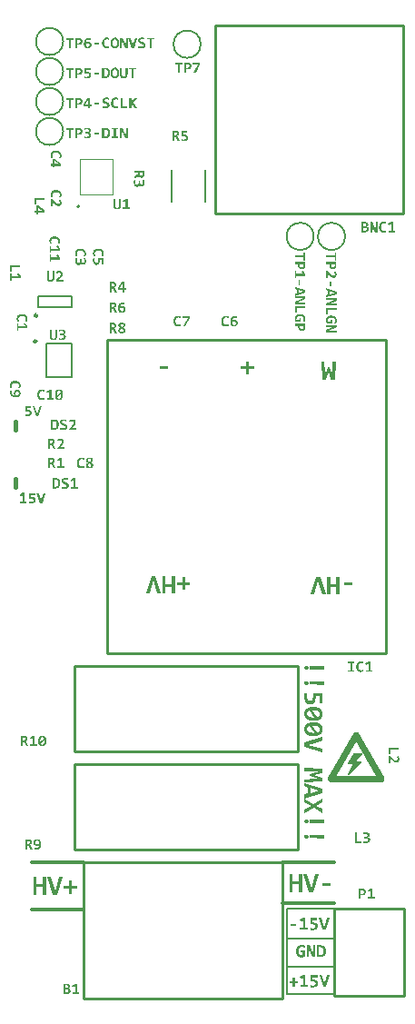
<source format=gto>
G04*
G04 #@! TF.GenerationSoftware,Altium Limited,Altium Designer,20.0.14 (345)*
G04*
G04 Layer_Color=65535*
%FSLAX25Y25*%
%MOIN*%
G70*
G01*
G75*
%ADD10C,0.00787*%
%ADD11C,0.00984*%
%ADD12C,0.00040*%
%ADD13C,0.01200*%
%ADD14C,0.01000*%
%ADD15C,0.00800*%
%ADD16C,0.00394*%
%ADD17C,0.01575*%
G36*
X216677Y228011D02*
X211644Y228200D01*
Y229244D01*
X216677Y229422D01*
Y228011D01*
D02*
G37*
G36*
X210378Y229489D02*
X210467Y229478D01*
X210578Y229445D01*
X210589D01*
X210600Y229433D01*
X210667Y229400D01*
X210744Y229356D01*
X210822Y229289D01*
X210844Y229267D01*
X210889Y229211D01*
X210944Y229133D01*
X210989Y229033D01*
Y229022D01*
X211000Y229011D01*
X211022Y228944D01*
X211044Y228844D01*
X211055Y228733D01*
Y228700D01*
X211044Y228633D01*
X211033Y228533D01*
X210989Y228433D01*
Y228422D01*
X210978Y228411D01*
X210944Y228345D01*
X210900Y228267D01*
X210822Y228189D01*
X210800Y228167D01*
X210755Y228122D01*
X210678Y228067D01*
X210578Y228011D01*
X210567D01*
X210556Y228000D01*
X210489Y227978D01*
X210389Y227956D01*
X210278Y227945D01*
X210267D01*
X210244D01*
X210222D01*
X210178Y227956D01*
X210078Y227967D01*
X209967Y228011D01*
X209956D01*
X209944Y228022D01*
X209878Y228056D01*
X209800Y228111D01*
X209711Y228189D01*
X209700Y228211D01*
X209655Y228256D01*
X209600Y228333D01*
X209556Y228433D01*
Y228445D01*
X209544Y228456D01*
X209533Y228522D01*
X209511Y228611D01*
X209500Y228733D01*
Y228756D01*
X209511Y228833D01*
X209522Y228922D01*
X209556Y229033D01*
Y229045D01*
X209567Y229056D01*
X209600Y229122D01*
X209644Y229200D01*
X209711Y229289D01*
X209733Y229300D01*
X209789Y229345D01*
X209867Y229400D01*
X209967Y229445D01*
X209978D01*
X209989Y229456D01*
X210055Y229467D01*
X210156Y229489D01*
X210278Y229500D01*
X210289D01*
X210300D01*
X210378Y229489D01*
D02*
G37*
G36*
X216677Y222378D02*
X211644Y222567D01*
Y223612D01*
X216677Y223790D01*
Y222378D01*
D02*
G37*
G36*
X210378Y223856D02*
X210467Y223845D01*
X210578Y223812D01*
X210589D01*
X210600Y223801D01*
X210667Y223767D01*
X210744Y223723D01*
X210822Y223656D01*
X210844Y223634D01*
X210889Y223578D01*
X210944Y223501D01*
X210989Y223401D01*
Y223390D01*
X211000Y223378D01*
X211022Y223312D01*
X211044Y223212D01*
X211055Y223101D01*
Y223067D01*
X211044Y223001D01*
X211033Y222901D01*
X210989Y222801D01*
Y222790D01*
X210978Y222779D01*
X210944Y222712D01*
X210900Y222634D01*
X210822Y222556D01*
X210800Y222534D01*
X210755Y222490D01*
X210678Y222434D01*
X210578Y222378D01*
X210567D01*
X210556Y222367D01*
X210489Y222345D01*
X210389Y222323D01*
X210278Y222312D01*
X210267D01*
X210244D01*
X210222D01*
X210178Y222323D01*
X210078Y222334D01*
X209967Y222378D01*
X209956D01*
X209944Y222390D01*
X209878Y222423D01*
X209800Y222479D01*
X209711Y222556D01*
X209700Y222579D01*
X209655Y222623D01*
X209600Y222701D01*
X209556Y222801D01*
Y222812D01*
X209544Y222823D01*
X209533Y222890D01*
X209511Y222978D01*
X209500Y223101D01*
Y223123D01*
X209511Y223201D01*
X209522Y223289D01*
X209556Y223401D01*
Y223412D01*
X209567Y223423D01*
X209600Y223489D01*
X209644Y223567D01*
X209711Y223656D01*
X209733Y223667D01*
X209789Y223712D01*
X209867Y223767D01*
X209967Y223812D01*
X209978D01*
X209989Y223823D01*
X210055Y223834D01*
X210156Y223856D01*
X210278Y223867D01*
X210289D01*
X210300D01*
X210378Y223856D01*
D02*
G37*
G36*
X210700Y219490D02*
X210689Y219457D01*
X210678Y219390D01*
X210655Y219312D01*
X210633Y219223D01*
X210611Y219112D01*
X210600Y218990D01*
X210578Y218857D01*
Y218790D01*
X210567Y218712D01*
Y218623D01*
X210556Y218501D01*
Y218379D01*
X210544Y218101D01*
Y217979D01*
X210556Y217912D01*
Y217846D01*
X210578Y217679D01*
X210611Y217490D01*
X210667Y217301D01*
X210733Y217112D01*
X210822Y216957D01*
X210833Y216935D01*
X210878Y216890D01*
X210944Y216835D01*
X211033Y216757D01*
X211144Y216679D01*
X211278Y216623D01*
X211444Y216579D01*
X211622Y216557D01*
X211633D01*
X211644D01*
X211711D01*
X211800Y216579D01*
X211911Y216601D01*
X212044Y216646D01*
X212166Y216712D01*
X212289Y216801D01*
X212400Y216923D01*
X212411Y216946D01*
X212444Y216990D01*
X212489Y217079D01*
X212533Y217212D01*
X212578Y217368D01*
X212622Y217579D01*
X212655Y217812D01*
X212666Y218101D01*
Y219379D01*
X216144D01*
Y215601D01*
X214988D01*
Y218234D01*
X213666D01*
Y217590D01*
X213655Y217457D01*
X213644Y217312D01*
X213622Y217157D01*
X213566Y216812D01*
Y216790D01*
X213544Y216735D01*
X213522Y216646D01*
X213500Y216546D01*
X213455Y216412D01*
X213400Y216279D01*
X213333Y216146D01*
X213255Y216013D01*
X213244Y216001D01*
X213211Y215957D01*
X213166Y215890D01*
X213100Y215812D01*
X213011Y215724D01*
X212911Y215635D01*
X212789Y215546D01*
X212655Y215457D01*
X212633Y215446D01*
X212589Y215424D01*
X212511Y215390D01*
X212400Y215346D01*
X212255Y215313D01*
X212089Y215279D01*
X211911Y215257D01*
X211700Y215246D01*
X211689D01*
X211678D01*
X211611D01*
X211511Y215257D01*
X211378Y215268D01*
X211233Y215301D01*
X211078Y215335D01*
X210911Y215390D01*
X210755Y215468D01*
X210733Y215479D01*
X210689Y215512D01*
X210611Y215557D01*
X210522Y215624D01*
X210411Y215712D01*
X210300Y215824D01*
X210189Y215946D01*
X210078Y216079D01*
X210067Y216101D01*
X210033Y216146D01*
X209978Y216235D01*
X209922Y216335D01*
X209856Y216479D01*
X209778Y216635D01*
X209711Y216812D01*
X209655Y217001D01*
Y217012D01*
X209644Y217023D01*
Y217057D01*
X209633Y217090D01*
X209611Y217201D01*
X209589Y217346D01*
X209556Y217512D01*
X209533Y217712D01*
X209522Y217923D01*
X209511Y218157D01*
Y218368D01*
X209522Y218490D01*
Y218557D01*
X209533Y218601D01*
X209544Y218712D01*
X209556Y218846D01*
Y218912D01*
X209567Y218957D01*
X209578Y219068D01*
X209589Y219190D01*
Y219223D01*
X209600Y219246D01*
Y219290D01*
X209622Y219390D01*
X209633Y219501D01*
X210700D01*
Y219490D01*
D02*
G37*
G36*
X213133Y214368D02*
X213322Y214357D01*
X213544Y214335D01*
X213789Y214313D01*
X214033Y214268D01*
X214277Y214213D01*
X214288D01*
X214311Y214201D01*
X214344Y214190D01*
X214388Y214179D01*
X214499Y214135D01*
X214644Y214079D01*
X214822Y214013D01*
X214999Y213924D01*
X215177Y213824D01*
X215344Y213702D01*
X215366Y213690D01*
X215422Y213635D01*
X215499Y213568D01*
X215599Y213468D01*
X215710Y213346D01*
X215822Y213202D01*
X215922Y213046D01*
X216022Y212868D01*
Y212857D01*
X216033Y212846D01*
X216055Y212779D01*
X216099Y212680D01*
X216144Y212546D01*
X216177Y212380D01*
X216221Y212191D01*
X216244Y211980D01*
X216255Y211757D01*
Y211668D01*
X216244Y211568D01*
X216233Y211435D01*
X216210Y211280D01*
X216166Y211113D01*
X216122Y210946D01*
X216055Y210769D01*
X216044Y210746D01*
X216022Y210691D01*
X215977Y210602D01*
X215911Y210502D01*
X215822Y210380D01*
X215722Y210246D01*
X215599Y210113D01*
X215455Y209991D01*
X215433Y209980D01*
X215388Y209935D01*
X215299Y209880D01*
X215177Y209802D01*
X215033Y209713D01*
X214855Y209624D01*
X214644Y209546D01*
X214422Y209469D01*
X214411D01*
X214388Y209458D01*
X214355Y209447D01*
X214311Y209435D01*
X214244Y209424D01*
X214177Y209413D01*
X214088Y209391D01*
X214000Y209369D01*
X213777Y209335D01*
X213511Y209313D01*
X213222Y209291D01*
X212900Y209280D01*
X212889D01*
X212866D01*
X212822D01*
X212766D01*
X212700D01*
X212611Y209291D01*
X212422Y209302D01*
X212200Y209324D01*
X211955Y209358D01*
X211711Y209402D01*
X211467Y209458D01*
X211455D01*
X211444Y209469D01*
X211411Y209480D01*
X211367Y209491D01*
X211244Y209535D01*
X211100Y209591D01*
X210922Y209658D01*
X210744Y209757D01*
X210567Y209858D01*
X210389Y209980D01*
X210367Y209991D01*
X210322Y210035D01*
X210244Y210113D01*
X210144Y210202D01*
X210033Y210324D01*
X209922Y210469D01*
X209822Y210624D01*
X209722Y210802D01*
X209711Y210824D01*
X209689Y210891D01*
X209655Y210991D01*
X209611Y211113D01*
X209567Y211280D01*
X209533Y211469D01*
X209511Y211680D01*
X209500Y211902D01*
Y211991D01*
X209511Y212102D01*
X209522Y212235D01*
X209544Y212380D01*
X209578Y212557D01*
X209622Y212724D01*
X209689Y212902D01*
X209700Y212924D01*
X209722Y212979D01*
X209767Y213068D01*
X209833Y213168D01*
X209911Y213291D01*
X210022Y213424D01*
X210133Y213557D01*
X210278Y213690D01*
X210300Y213702D01*
X210355Y213746D01*
X210444Y213802D01*
X210567Y213879D01*
X210711Y213957D01*
X210889Y214046D01*
X211100Y214124D01*
X211322Y214201D01*
X211333D01*
X211355Y214213D01*
X211389D01*
X211433Y214224D01*
X211500Y214246D01*
X211566Y214257D01*
X211655Y214268D01*
X211755Y214290D01*
X211978Y214324D01*
X212233Y214346D01*
X212522Y214368D01*
X212844Y214379D01*
X212855D01*
X212877D01*
X212922D01*
X212977D01*
X213044D01*
X213133Y214368D01*
D02*
G37*
G36*
Y208735D02*
X213322Y208724D01*
X213544Y208702D01*
X213789Y208680D01*
X214033Y208635D01*
X214277Y208580D01*
X214288D01*
X214311Y208569D01*
X214344Y208558D01*
X214388Y208546D01*
X214499Y208502D01*
X214644Y208447D01*
X214822Y208380D01*
X214999Y208291D01*
X215177Y208191D01*
X215344Y208069D01*
X215366Y208058D01*
X215422Y208002D01*
X215499Y207936D01*
X215599Y207836D01*
X215710Y207713D01*
X215822Y207569D01*
X215922Y207413D01*
X216022Y207236D01*
Y207224D01*
X216033Y207213D01*
X216055Y207147D01*
X216099Y207047D01*
X216144Y206913D01*
X216177Y206747D01*
X216221Y206558D01*
X216244Y206347D01*
X216255Y206125D01*
Y206036D01*
X216244Y205936D01*
X216233Y205802D01*
X216210Y205647D01*
X216166Y205480D01*
X216122Y205313D01*
X216055Y205136D01*
X216044Y205114D01*
X216022Y205058D01*
X215977Y204969D01*
X215911Y204869D01*
X215822Y204747D01*
X215722Y204614D01*
X215599Y204480D01*
X215455Y204358D01*
X215433Y204347D01*
X215388Y204303D01*
X215299Y204247D01*
X215177Y204169D01*
X215033Y204080D01*
X214855Y203991D01*
X214644Y203914D01*
X214422Y203836D01*
X214411D01*
X214388Y203825D01*
X214355Y203814D01*
X214311Y203803D01*
X214244Y203791D01*
X214177Y203780D01*
X214088Y203758D01*
X214000Y203736D01*
X213777Y203703D01*
X213511Y203680D01*
X213222Y203658D01*
X212900Y203647D01*
X212889D01*
X212866D01*
X212822D01*
X212766D01*
X212700D01*
X212611Y203658D01*
X212422Y203669D01*
X212200Y203692D01*
X211955Y203725D01*
X211711Y203769D01*
X211467Y203825D01*
X211455D01*
X211444Y203836D01*
X211411Y203847D01*
X211367Y203858D01*
X211244Y203903D01*
X211100Y203958D01*
X210922Y204025D01*
X210744Y204125D01*
X210567Y204225D01*
X210389Y204347D01*
X210367Y204358D01*
X210322Y204402D01*
X210244Y204480D01*
X210144Y204569D01*
X210033Y204691D01*
X209922Y204836D01*
X209822Y204991D01*
X209722Y205169D01*
X209711Y205191D01*
X209689Y205258D01*
X209655Y205358D01*
X209611Y205480D01*
X209567Y205647D01*
X209533Y205836D01*
X209511Y206047D01*
X209500Y206269D01*
Y206358D01*
X209511Y206469D01*
X209522Y206602D01*
X209544Y206747D01*
X209578Y206925D01*
X209622Y207091D01*
X209689Y207269D01*
X209700Y207291D01*
X209722Y207347D01*
X209767Y207435D01*
X209833Y207536D01*
X209911Y207658D01*
X210022Y207791D01*
X210133Y207924D01*
X210278Y208058D01*
X210300Y208069D01*
X210355Y208113D01*
X210444Y208169D01*
X210567Y208247D01*
X210711Y208324D01*
X210889Y208413D01*
X211100Y208491D01*
X211322Y208569D01*
X211333D01*
X211355Y208580D01*
X211389D01*
X211433Y208591D01*
X211500Y208613D01*
X211566Y208624D01*
X211655Y208635D01*
X211755Y208658D01*
X211978Y208691D01*
X212233Y208713D01*
X212522Y208735D01*
X212844Y208747D01*
X212855D01*
X212877D01*
X212922D01*
X212977D01*
X213044D01*
X213133Y208735D01*
D02*
G37*
G36*
X216144Y201980D02*
X212200Y200881D01*
X210911Y200525D01*
X212278Y200159D01*
X216144Y199059D01*
Y197748D01*
X209611Y199759D01*
Y201381D01*
X216144Y203380D01*
Y201980D01*
D02*
G37*
G36*
Y191582D02*
Y190193D01*
X214277Y189615D01*
X213233Y189337D01*
X214222Y189060D01*
X216144Y188460D01*
Y187038D01*
X209611Y186715D01*
Y187804D01*
X213300Y187926D01*
X214777Y187971D01*
X213777Y188282D01*
X211555Y189004D01*
Y189782D01*
X213777Y190437D01*
X214777Y190715D01*
X213333Y190748D01*
X209611Y190859D01*
Y191904D01*
X216144Y191582D01*
D02*
G37*
G36*
Y184527D02*
Y182805D01*
X209611Y180871D01*
Y182227D01*
X210900Y182594D01*
Y184871D01*
X209611Y185238D01*
Y186460D01*
X216144Y184527D01*
D02*
G37*
G36*
X212966Y178805D02*
X216144Y180672D01*
Y179227D01*
X213877Y178050D01*
X216144Y176916D01*
Y175461D01*
X213000Y177316D01*
X209611Y175261D01*
Y176828D01*
X212011Y178083D01*
X209611Y179316D01*
Y180805D01*
X212966Y178805D01*
D02*
G37*
G36*
X216677Y171684D02*
X211644Y171872D01*
Y172917D01*
X216677Y173094D01*
Y171684D01*
D02*
G37*
G36*
X210378Y173161D02*
X210467Y173150D01*
X210578Y173117D01*
X210589D01*
X210600Y173106D01*
X210667Y173072D01*
X210744Y173028D01*
X210822Y172961D01*
X210844Y172939D01*
X210889Y172883D01*
X210944Y172806D01*
X210989Y172706D01*
Y172695D01*
X211000Y172684D01*
X211022Y172617D01*
X211044Y172517D01*
X211055Y172406D01*
Y172372D01*
X211044Y172306D01*
X211033Y172206D01*
X210989Y172106D01*
Y172095D01*
X210978Y172083D01*
X210944Y172017D01*
X210900Y171939D01*
X210822Y171861D01*
X210800Y171839D01*
X210755Y171795D01*
X210678Y171739D01*
X210578Y171684D01*
X210567D01*
X210556Y171672D01*
X210489Y171650D01*
X210389Y171628D01*
X210278Y171617D01*
X210267D01*
X210244D01*
X210222D01*
X210178Y171628D01*
X210078Y171639D01*
X209967Y171684D01*
X209956D01*
X209944Y171695D01*
X209878Y171728D01*
X209800Y171783D01*
X209711Y171861D01*
X209700Y171883D01*
X209655Y171928D01*
X209600Y172006D01*
X209556Y172106D01*
Y172117D01*
X209544Y172128D01*
X209533Y172195D01*
X209511Y172283D01*
X209500Y172406D01*
Y172428D01*
X209511Y172506D01*
X209522Y172595D01*
X209556Y172706D01*
Y172717D01*
X209567Y172728D01*
X209600Y172795D01*
X209644Y172872D01*
X209711Y172961D01*
X209733Y172972D01*
X209789Y173017D01*
X209867Y173072D01*
X209967Y173117D01*
X209978D01*
X209989Y173128D01*
X210055Y173139D01*
X210156Y173161D01*
X210278Y173172D01*
X210289D01*
X210300D01*
X210378Y173161D01*
D02*
G37*
G36*
X216677Y166051D02*
X211644Y166240D01*
Y167284D01*
X216677Y167462D01*
Y166051D01*
D02*
G37*
G36*
X210378Y167528D02*
X210467Y167517D01*
X210578Y167484D01*
X210589D01*
X210600Y167473D01*
X210667Y167439D01*
X210744Y167395D01*
X210822Y167328D01*
X210844Y167306D01*
X210889Y167251D01*
X210944Y167173D01*
X210989Y167073D01*
Y167062D01*
X211000Y167051D01*
X211022Y166984D01*
X211044Y166884D01*
X211055Y166773D01*
Y166740D01*
X211044Y166673D01*
X211033Y166573D01*
X210989Y166473D01*
Y166462D01*
X210978Y166451D01*
X210944Y166384D01*
X210900Y166306D01*
X210822Y166228D01*
X210800Y166206D01*
X210755Y166162D01*
X210678Y166106D01*
X210578Y166051D01*
X210567D01*
X210556Y166040D01*
X210489Y166017D01*
X210389Y165995D01*
X210278Y165984D01*
X210267D01*
X210244D01*
X210222D01*
X210178Y165995D01*
X210078Y166006D01*
X209967Y166051D01*
X209956D01*
X209944Y166062D01*
X209878Y166095D01*
X209800Y166151D01*
X209711Y166228D01*
X209700Y166251D01*
X209655Y166295D01*
X209600Y166373D01*
X209556Y166473D01*
Y166484D01*
X209544Y166495D01*
X209533Y166562D01*
X209511Y166651D01*
X209500Y166773D01*
Y166795D01*
X209511Y166873D01*
X209522Y166962D01*
X209556Y167073D01*
Y167084D01*
X209567Y167095D01*
X209600Y167162D01*
X209644Y167240D01*
X209711Y167328D01*
X209733Y167340D01*
X209789Y167384D01*
X209867Y167439D01*
X209967Y167484D01*
X209978D01*
X209989Y167495D01*
X210055Y167506D01*
X210156Y167528D01*
X210278Y167540D01*
X210289D01*
X210300D01*
X210378Y167528D01*
D02*
G37*
G36*
X150113Y459933D02*
X150203Y459927D01*
X150223D01*
X150249Y459920D01*
X150281D01*
X150365Y459907D01*
X150450Y459895D01*
X150469D01*
X150495Y459888D01*
X150527D01*
X150599Y459875D01*
X150683Y459856D01*
X150702D01*
X150728Y459849D01*
X150754Y459843D01*
X150825Y459830D01*
X150897Y459817D01*
Y459162D01*
X150890D01*
X150877Y459169D01*
X150858Y459175D01*
X150832Y459182D01*
X150767Y459201D01*
X150689Y459221D01*
X150683D01*
X150670Y459227D01*
X150651Y459234D01*
X150618Y459240D01*
X150547Y459259D01*
X150456Y459272D01*
X150450D01*
X150437Y459279D01*
X150411D01*
X150385Y459285D01*
X150307Y459298D01*
X150216Y459311D01*
X150197D01*
X150171Y459318D01*
X150145D01*
X150074Y459324D01*
X149925D01*
X149879Y459318D01*
X149776Y459311D01*
X149665Y459292D01*
X149659D01*
X149646Y459285D01*
X149620Y459279D01*
X149588Y459266D01*
X149523Y459240D01*
X149452Y459201D01*
X149445D01*
X149439Y459195D01*
X149406Y459169D01*
X149367Y459123D01*
X149329Y459071D01*
Y459065D01*
X149322Y459059D01*
X149316Y459020D01*
X149303Y458968D01*
X149296Y458897D01*
Y458890D01*
Y458877D01*
X149303Y458858D01*
X149309Y458825D01*
X149329Y458760D01*
X149348Y458722D01*
X149374Y458689D01*
X149380Y458683D01*
X149387Y458676D01*
X149406Y458657D01*
X149432Y458637D01*
X149497Y458586D01*
X149581Y458534D01*
X149588D01*
X149607Y458521D01*
X149633Y458508D01*
X149672Y458495D01*
X149717Y458475D01*
X149769Y458456D01*
X149886Y458411D01*
X149892D01*
X149918Y458398D01*
X149951Y458391D01*
X149989Y458372D01*
X150041Y458352D01*
X150100Y458333D01*
X150229Y458281D01*
X150236D01*
X150262Y458268D01*
X150294Y458255D01*
X150339Y458236D01*
X150398Y458216D01*
X150456Y458190D01*
X150579Y458125D01*
X150586Y458119D01*
X150605Y458112D01*
X150637Y458093D01*
X150683Y458067D01*
X150774Y458002D01*
X150877Y457912D01*
X150884Y457905D01*
X150903Y457892D01*
X150923Y457866D01*
X150955Y457827D01*
X150987Y457782D01*
X151026Y457737D01*
X151059Y457678D01*
X151091Y457614D01*
X151098Y457607D01*
X151104Y457581D01*
X151117Y457549D01*
X151137Y457503D01*
X151149Y457439D01*
X151162Y457374D01*
X151169Y457296D01*
X151175Y457212D01*
Y457205D01*
Y457199D01*
Y457160D01*
X151169Y457102D01*
X151162Y457030D01*
X151149Y456940D01*
X151123Y456849D01*
X151098Y456758D01*
X151059Y456667D01*
X151052Y456655D01*
X151039Y456629D01*
X151013Y456590D01*
X150975Y456538D01*
X150929Y456473D01*
X150871Y456415D01*
X150806Y456350D01*
X150735Y456292D01*
X150728Y456285D01*
X150696Y456266D01*
X150657Y456240D01*
X150592Y456207D01*
X150521Y456175D01*
X150437Y456136D01*
X150339Y456104D01*
X150236Y456071D01*
X150223D01*
X150184Y456058D01*
X150126Y456052D01*
X150054Y456039D01*
X149957Y456026D01*
X149853Y456013D01*
X149737Y456006D01*
X149614Y456000D01*
X149504D01*
X149432Y456006D01*
X149341D01*
X149244Y456019D01*
X149030Y456039D01*
X149018D01*
X148985Y456045D01*
X148927Y456052D01*
X148855Y456065D01*
X148771Y456084D01*
X148681Y456104D01*
X148480Y456155D01*
Y456862D01*
X148486D01*
X148506Y456855D01*
X148531Y456842D01*
X148564Y456829D01*
X148603Y456816D01*
X148648Y456804D01*
X148752Y456771D01*
X148758D01*
X148778Y456765D01*
X148810Y456758D01*
X148843Y456745D01*
X148888Y456739D01*
X148940Y456726D01*
X149050Y456700D01*
X149056D01*
X149076Y456693D01*
X149102Y456687D01*
X149141Y456680D01*
X149186Y456674D01*
X149238Y456667D01*
X149341Y456648D01*
X149367D01*
X149393Y456641D01*
X149432D01*
X149523Y456635D01*
X149698D01*
X149750Y456641D01*
X149802D01*
X149860Y456648D01*
X149977Y456667D01*
X149983D01*
X150003Y456674D01*
X150028Y456680D01*
X150061Y456693D01*
X150139Y456719D01*
X150210Y456758D01*
X150216D01*
X150223Y456771D01*
X150262Y456804D01*
X150301Y456849D01*
X150339Y456907D01*
Y456914D01*
X150346Y456920D01*
X150365Y456965D01*
X150378Y457024D01*
X150385Y457095D01*
Y457102D01*
Y457121D01*
X150378Y457147D01*
X150372Y457179D01*
X150352Y457257D01*
X150327Y457290D01*
X150301Y457328D01*
X150294Y457335D01*
X150288Y457348D01*
X150268Y457361D01*
X150242Y457387D01*
X150177Y457439D01*
X150087Y457497D01*
X150080Y457503D01*
X150067Y457510D01*
X150035Y457523D01*
X150003Y457542D01*
X149957Y457562D01*
X149905Y457581D01*
X149789Y457626D01*
X149782D01*
X149763Y457639D01*
X149724Y457646D01*
X149685Y457665D01*
X149633Y457685D01*
X149575Y457704D01*
X149445Y457750D01*
X149439Y457756D01*
X149419Y457763D01*
X149380Y457775D01*
X149341Y457795D01*
X149290Y457821D01*
X149231Y457847D01*
X149108Y457905D01*
X149102Y457912D01*
X149082Y457918D01*
X149050Y457937D01*
X149005Y457963D01*
X148907Y458028D01*
X148804Y458112D01*
X148797Y458119D01*
X148784Y458138D01*
X148758Y458164D01*
X148732Y458197D01*
X148694Y458242D01*
X148661Y458294D01*
X148596Y458411D01*
Y458417D01*
X148583Y458443D01*
X148570Y458482D01*
X148557Y458527D01*
X148545Y458592D01*
X148531Y458663D01*
X148525Y458741D01*
X148519Y458832D01*
Y458845D01*
Y458871D01*
X148525Y458916D01*
X148531Y458968D01*
X148538Y459039D01*
X148551Y459110D01*
X148570Y459182D01*
X148596Y459259D01*
X148603Y459266D01*
X148609Y459292D01*
X148635Y459331D01*
X148661Y459376D01*
X148700Y459434D01*
X148739Y459493D01*
X148797Y459551D01*
X148855Y459609D01*
X148862Y459616D01*
X148888Y459635D01*
X148927Y459661D01*
X148979Y459694D01*
X149043Y459732D01*
X149121Y459771D01*
X149205Y459810D01*
X149303Y459849D01*
X149309D01*
X149316Y459856D01*
X149355Y459862D01*
X149413Y459875D01*
X149491Y459895D01*
X149588Y459914D01*
X149704Y459927D01*
X149828Y459933D01*
X149970Y459940D01*
X150041D01*
X150113Y459933D01*
D02*
G37*
G36*
X137289Y459927D02*
X137334D01*
X137360Y459920D01*
X137431Y459914D01*
X137515Y459901D01*
X137535D01*
X137554Y459895D01*
X137587D01*
X137658Y459881D01*
X137742Y459862D01*
X137749D01*
X137762Y459856D01*
X137788Y459849D01*
X137814Y459843D01*
X137891Y459823D01*
X137982Y459797D01*
Y459085D01*
X137969Y459091D01*
X137937Y459104D01*
X137891Y459123D01*
X137827Y459149D01*
X137755Y459175D01*
X137671Y459201D01*
X137503Y459246D01*
X137496D01*
X137464Y459253D01*
X137425Y459266D01*
X137373Y459272D01*
X137308Y459285D01*
X137243Y459292D01*
X137101Y459298D01*
X137055D01*
X137004Y459292D01*
X136939Y459285D01*
X136867Y459272D01*
X136790Y459253D01*
X136712Y459227D01*
X136634Y459195D01*
X136628Y459188D01*
X136602Y459175D01*
X136569Y459156D01*
X136524Y459123D01*
X136472Y459085D01*
X136420Y459039D01*
X136369Y458987D01*
X136317Y458922D01*
X136310Y458916D01*
X136297Y458890D01*
X136278Y458851D01*
X136245Y458806D01*
X136220Y458741D01*
X136187Y458670D01*
X136161Y458592D01*
X136135Y458501D01*
Y458488D01*
X136129Y458462D01*
X136122Y458411D01*
X136109Y458346D01*
X136103Y458268D01*
X136090Y458177D01*
X136083Y458074D01*
Y457970D01*
Y457963D01*
Y457957D01*
Y457918D01*
X136090Y457860D01*
Y457782D01*
X136096Y457698D01*
X136109Y457607D01*
X136142Y457413D01*
Y457400D01*
X136155Y457374D01*
X136168Y457328D01*
X136187Y457270D01*
X136213Y457205D01*
X136245Y457140D01*
X136278Y457069D01*
X136323Y457004D01*
X136330Y456998D01*
X136349Y456979D01*
X136375Y456946D01*
X136414Y456907D01*
X136459Y456868D01*
X136518Y456823D01*
X136576Y456784D01*
X136647Y456745D01*
X136654Y456739D01*
X136680Y456732D01*
X136725Y456719D01*
X136777Y456706D01*
X136848Y456687D01*
X136926Y456674D01*
X137010Y456667D01*
X137107Y456661D01*
X137172D01*
X137237Y456667D01*
X137315Y456674D01*
X137321D01*
X137334Y456680D01*
X137360D01*
X137386Y456687D01*
X137457Y456706D01*
X137541Y456726D01*
X137548D01*
X137561Y456732D01*
X137587Y456739D01*
X137613Y456745D01*
X137684Y456771D01*
X137768Y456797D01*
X137775D01*
X137788Y456804D01*
X137814Y456816D01*
X137839Y456823D01*
X137911Y456855D01*
X137982Y456888D01*
Y456214D01*
X137969Y456207D01*
X137937Y456194D01*
X137885Y456181D01*
X137820Y456155D01*
X137749Y456130D01*
X137665Y456110D01*
X137483Y456065D01*
X137470D01*
X137444Y456058D01*
X137399Y456052D01*
X137334Y456039D01*
X137263Y456032D01*
X137179Y456019D01*
X137088Y456013D01*
X136919D01*
X136887Y456019D01*
X136848D01*
X136744Y456026D01*
X136634Y456039D01*
X136511Y456065D01*
X136388Y456091D01*
X136265Y456130D01*
X136258D01*
X136252Y456136D01*
X136213Y456155D01*
X136155Y456181D01*
X136077Y456220D01*
X135993Y456272D01*
X135902Y456337D01*
X135811Y456408D01*
X135727Y456493D01*
X135721Y456505D01*
X135695Y456538D01*
X135656Y456590D01*
X135604Y456655D01*
X135552Y456745D01*
X135500Y456842D01*
X135448Y456959D01*
X135403Y457082D01*
Y457089D01*
X135397Y457102D01*
X135390Y457121D01*
X135384Y457147D01*
X135377Y457179D01*
X135371Y457218D01*
X135351Y457322D01*
X135325Y457439D01*
X135312Y457581D01*
X135299Y457743D01*
X135293Y457912D01*
Y457918D01*
Y457931D01*
Y457957D01*
Y457996D01*
X135299Y458035D01*
Y458087D01*
X135306Y458197D01*
X135319Y458333D01*
X135345Y458475D01*
X135371Y458624D01*
X135409Y458767D01*
Y458773D01*
X135416Y458786D01*
X135423Y458806D01*
X135435Y458832D01*
X135461Y458897D01*
X135500Y458987D01*
X135552Y459085D01*
X135610Y459195D01*
X135682Y459298D01*
X135759Y459402D01*
X135772Y459415D01*
X135798Y459447D01*
X135850Y459493D01*
X135915Y459551D01*
X135999Y459616D01*
X136096Y459681D01*
X136200Y459739D01*
X136317Y459797D01*
X136323D01*
X136330Y459804D01*
X136349Y459810D01*
X136375Y459817D01*
X136440Y459843D01*
X136531Y459869D01*
X136634Y459888D01*
X136757Y459914D01*
X136893Y459927D01*
X137042Y459933D01*
X137205D01*
X137289Y459927D01*
D02*
G37*
G36*
X134314Y457335D02*
X132500D01*
Y457970D01*
X134314D01*
Y457335D01*
D02*
G37*
G36*
X144657Y456065D02*
X143775D01*
X142758Y458333D01*
X142551Y458825D01*
Y457244D01*
Y456065D01*
X141896D01*
Y459875D01*
X142777D01*
X143814Y457581D01*
X144002Y457140D01*
Y458819D01*
Y459875D01*
X144657D01*
Y456065D01*
D02*
G37*
G36*
X147022D02*
X146076D01*
X144909Y459875D01*
X145726D01*
X146367Y457575D01*
X146575Y456823D01*
X146788Y457620D01*
X147430Y459875D01*
X148195D01*
X147022Y456065D01*
D02*
G37*
G36*
X154532Y459279D02*
X153489D01*
Y456065D01*
X152757D01*
Y459279D01*
X151713D01*
Y459875D01*
X154532D01*
Y459279D01*
D02*
G37*
G36*
X140127Y459933D02*
X140192Y459927D01*
X140263Y459914D01*
X140341Y459901D01*
X140425Y459875D01*
X140516Y459849D01*
X140613Y459817D01*
X140704Y459778D01*
X140801Y459732D01*
X140892Y459674D01*
X140982Y459603D01*
X141060Y459532D01*
X141138Y459441D01*
X141144Y459434D01*
X141157Y459415D01*
X141170Y459389D01*
X141196Y459350D01*
X141229Y459298D01*
X141261Y459234D01*
X141293Y459156D01*
X141332Y459071D01*
X141365Y458974D01*
X141397Y458864D01*
X141429Y458747D01*
X141462Y458618D01*
X141488Y458475D01*
X141501Y458320D01*
X141514Y458158D01*
X141520Y457983D01*
Y457976D01*
Y457957D01*
Y457931D01*
Y457899D01*
X141514Y457853D01*
Y457801D01*
X141507Y457678D01*
X141488Y457536D01*
X141468Y457387D01*
X141436Y457238D01*
X141397Y457089D01*
Y457082D01*
X141391Y457069D01*
X141384Y457050D01*
X141378Y457024D01*
X141345Y456959D01*
X141306Y456868D01*
X141261Y456771D01*
X141203Y456667D01*
X141138Y456564D01*
X141060Y456467D01*
X141054Y456454D01*
X141021Y456428D01*
X140982Y456382D01*
X140924Y456330D01*
X140846Y456272D01*
X140762Y456214D01*
X140671Y456162D01*
X140568Y456110D01*
X140555Y456104D01*
X140516Y456091D01*
X140457Y456078D01*
X140386Y456058D01*
X140295Y456032D01*
X140192Y456019D01*
X140075Y456006D01*
X139959Y456000D01*
X139926D01*
X139887Y456006D01*
X139835D01*
X139771Y456013D01*
X139699Y456026D01*
X139621Y456039D01*
X139537Y456065D01*
X139447Y456091D01*
X139349Y456123D01*
X139259Y456162D01*
X139161Y456214D01*
X139071Y456266D01*
X138980Y456337D01*
X138902Y456408D01*
X138824Y456499D01*
X138818Y456505D01*
X138812Y456525D01*
X138792Y456551D01*
X138766Y456590D01*
X138740Y456641D01*
X138708Y456706D01*
X138669Y456784D01*
X138637Y456868D01*
X138604Y456965D01*
X138565Y457076D01*
X138533Y457192D01*
X138507Y457322D01*
X138481Y457465D01*
X138468Y457614D01*
X138455Y457775D01*
X138449Y457950D01*
Y457957D01*
Y457976D01*
Y458002D01*
Y458035D01*
X138455Y458080D01*
Y458132D01*
X138462Y458255D01*
X138475Y458398D01*
X138500Y458547D01*
X138526Y458696D01*
X138565Y458845D01*
Y458851D01*
X138572Y458864D01*
X138578Y458884D01*
X138591Y458910D01*
X138617Y458974D01*
X138656Y459065D01*
X138701Y459162D01*
X138760Y459266D01*
X138824Y459363D01*
X138896Y459460D01*
X138909Y459473D01*
X138935Y459499D01*
X138980Y459545D01*
X139038Y459596D01*
X139110Y459655D01*
X139194Y459720D01*
X139291Y459771D01*
X139395Y459823D01*
X139401D01*
X139408Y459830D01*
X139447Y459843D01*
X139505Y459862D01*
X139576Y459881D01*
X139667Y459901D01*
X139771Y459920D01*
X139887Y459933D01*
X140004Y459940D01*
X140075D01*
X140127Y459933D01*
D02*
G37*
G36*
X217409Y111567D02*
X216328D01*
X214996Y115918D01*
X215929D01*
X216661Y113291D01*
X216898Y112432D01*
X217142Y113343D01*
X217875Y115918D01*
X218748D01*
X217409Y111567D01*
D02*
G37*
G36*
X214360Y115148D02*
X212606D01*
Y114268D01*
X213035D01*
X213124Y114260D01*
X213220Y114253D01*
X213324Y114238D01*
X213553Y114201D01*
X213568D01*
X213605Y114186D01*
X213664Y114171D01*
X213731Y114157D01*
X213820Y114127D01*
X213909Y114090D01*
X213997Y114046D01*
X214086Y113994D01*
X214094Y113986D01*
X214123Y113964D01*
X214168Y113935D01*
X214219Y113890D01*
X214279Y113831D01*
X214338Y113764D01*
X214397Y113683D01*
X214456Y113594D01*
X214464Y113579D01*
X214478Y113550D01*
X214501Y113498D01*
X214530Y113424D01*
X214552Y113328D01*
X214575Y113217D01*
X214589Y113098D01*
X214597Y112958D01*
Y112950D01*
Y112943D01*
Y112899D01*
X214589Y112832D01*
X214582Y112743D01*
X214560Y112647D01*
X214538Y112543D01*
X214501Y112432D01*
X214449Y112329D01*
X214441Y112314D01*
X214419Y112284D01*
X214390Y112233D01*
X214345Y112173D01*
X214286Y112099D01*
X214212Y112025D01*
X214131Y111951D01*
X214042Y111877D01*
X214027Y111870D01*
X213997Y111848D01*
X213938Y111811D01*
X213872Y111774D01*
X213775Y111729D01*
X213672Y111678D01*
X213553Y111633D01*
X213428Y111596D01*
X213420D01*
X213413Y111589D01*
X213391D01*
X213368Y111581D01*
X213294Y111567D01*
X213198Y111552D01*
X213087Y111530D01*
X212954Y111515D01*
X212813Y111507D01*
X212658Y111500D01*
X212517D01*
X212436Y111507D01*
X212392D01*
X212362Y111515D01*
X212288Y111522D01*
X212199Y111530D01*
X212155D01*
X212125Y111537D01*
X212051Y111544D01*
X211970Y111552D01*
X211948D01*
X211933Y111559D01*
X211903D01*
X211837Y111574D01*
X211763Y111581D01*
Y112292D01*
X211770D01*
X211792Y112284D01*
X211837Y112277D01*
X211888Y112262D01*
X211948Y112247D01*
X212022Y112233D01*
X212103Y112225D01*
X212192Y112210D01*
X212236D01*
X212288Y112203D01*
X212347D01*
X212429Y112196D01*
X212510D01*
X212695Y112188D01*
X212776D01*
X212821Y112196D01*
X212865D01*
X212976Y112210D01*
X213102Y112233D01*
X213228Y112270D01*
X213354Y112314D01*
X213457Y112373D01*
X213472Y112381D01*
X213502Y112410D01*
X213539Y112455D01*
X213590Y112514D01*
X213642Y112588D01*
X213679Y112677D01*
X213709Y112788D01*
X213724Y112906D01*
Y112913D01*
Y112921D01*
Y112965D01*
X213709Y113024D01*
X213694Y113098D01*
X213664Y113187D01*
X213620Y113269D01*
X213561Y113350D01*
X213479Y113424D01*
X213465Y113431D01*
X213435Y113454D01*
X213376Y113483D01*
X213287Y113513D01*
X213183Y113542D01*
X213043Y113572D01*
X212887Y113594D01*
X212695Y113602D01*
X211844D01*
Y115918D01*
X214360D01*
Y115148D01*
D02*
G37*
G36*
X205991Y113713D02*
X207234D01*
Y113047D01*
X205991D01*
Y111752D01*
X205243D01*
Y113047D01*
X204000D01*
Y113713D01*
X205243D01*
Y115000D01*
X205991D01*
Y113713D01*
D02*
G37*
G36*
X209942Y112292D02*
X210897D01*
Y111567D01*
X207996D01*
Y112292D01*
X209106D01*
Y115082D01*
X208137Y114556D01*
X207870Y115222D01*
X209254Y115947D01*
X209942D01*
Y112292D01*
D02*
G37*
G36*
X219470Y368686D02*
X218835D01*
Y370500D01*
X219470D01*
Y368686D01*
D02*
G37*
G36*
X221375Y366806D02*
Y365802D01*
X217565Y364674D01*
Y365465D01*
X218317Y365679D01*
Y367007D01*
X217565Y367221D01*
Y367934D01*
X221375Y366806D01*
D02*
G37*
G36*
Y363508D02*
X219081Y362471D01*
X218640Y362283D01*
X220319D01*
X221375D01*
Y361629D01*
X217565D01*
Y362510D01*
X219833Y363527D01*
X220325Y363735D01*
X218744D01*
X217565D01*
Y364389D01*
X221375D01*
Y363508D01*
D02*
G37*
G36*
Y360067D02*
X218180D01*
Y358460D01*
X217565D01*
Y360799D01*
X221375D01*
Y360067D01*
D02*
G37*
G36*
X219535Y357948D02*
X219587D01*
X219697Y357942D01*
X219833Y357922D01*
X219975Y357903D01*
X220124Y357871D01*
X220267Y357832D01*
X220273D01*
X220286Y357825D01*
X220306Y357819D01*
X220332Y357806D01*
X220397Y357780D01*
X220487Y357741D01*
X220585Y357689D01*
X220695Y357631D01*
X220798Y357559D01*
X220902Y357475D01*
X220915Y357462D01*
X220947Y357430D01*
X220993Y357378D01*
X221051Y357313D01*
X221116Y357229D01*
X221181Y357125D01*
X221239Y357015D01*
X221297Y356892D01*
Y356886D01*
X221304Y356879D01*
X221310Y356860D01*
X221317Y356827D01*
X221330Y356795D01*
X221343Y356756D01*
X221369Y356659D01*
X221394Y356542D01*
X221420Y356413D01*
X221433Y356263D01*
X221440Y356101D01*
Y356004D01*
X221433Y355939D01*
X221427Y355862D01*
X221420Y355777D01*
X221388Y355596D01*
Y355583D01*
X221381Y355551D01*
X221369Y355505D01*
X221356Y355440D01*
X221343Y355363D01*
X221317Y355278D01*
X221271Y355091D01*
X220565D01*
X220571Y355103D01*
X220585Y355129D01*
X220597Y355175D01*
X220623Y355233D01*
X220649Y355304D01*
X220675Y355389D01*
X220701Y355473D01*
X220727Y355570D01*
X220733Y355583D01*
X220740Y355615D01*
X220753Y355667D01*
X220766Y355732D01*
X220779Y355810D01*
X220785Y355901D01*
X220798Y355998D01*
Y356140D01*
X220792Y356192D01*
X220785Y356251D01*
X220772Y356328D01*
X220759Y356406D01*
X220733Y356490D01*
X220701Y356568D01*
X220695Y356575D01*
X220682Y356600D01*
X220662Y356639D01*
X220636Y356691D01*
X220597Y356743D01*
X220552Y356801D01*
X220500Y356860D01*
X220435Y356911D01*
X220429Y356918D01*
X220403Y356931D01*
X220371Y356957D01*
X220319Y356989D01*
X220261Y357022D01*
X220189Y357054D01*
X220105Y357086D01*
X220014Y357119D01*
X220001D01*
X219969Y357132D01*
X219917Y357138D01*
X219852Y357151D01*
X219768Y357164D01*
X219671Y357177D01*
X219567Y357184D01*
X219450Y357190D01*
X219444D01*
X219438D01*
X219399D01*
X219340D01*
X219269Y357184D01*
X219185Y357177D01*
X219088Y357171D01*
X218900Y357138D01*
X218887D01*
X218861Y357125D01*
X218815Y357112D01*
X218757Y357093D01*
X218692Y357067D01*
X218621Y357035D01*
X218485Y356957D01*
X218478Y356950D01*
X218459Y356937D01*
X218427Y356905D01*
X218388Y356873D01*
X218349Y356827D01*
X218303Y356769D01*
X218265Y356711D01*
X218226Y356639D01*
X218219Y356633D01*
X218213Y356607D01*
X218200Y356561D01*
X218187Y356510D01*
X218167Y356438D01*
X218155Y356361D01*
X218148Y356263D01*
X218142Y356166D01*
Y356043D01*
X218148Y356017D01*
Y355985D01*
X218155Y355952D01*
Y355946D01*
X218161Y355926D01*
X218167Y355901D01*
X218174Y355868D01*
Y355862D01*
X218180Y355842D01*
X218193Y355816D01*
X218200Y355784D01*
X219178D01*
Y356432D01*
X219768D01*
Y355078D01*
X217733D01*
X217727Y355091D01*
X217714Y355123D01*
X217694Y355175D01*
X217669Y355246D01*
X217636Y355330D01*
X217610Y355421D01*
X217578Y355525D01*
X217558Y355628D01*
Y355641D01*
X217552Y355680D01*
X217539Y355739D01*
X217532Y355810D01*
X217519Y355907D01*
X217507Y356011D01*
X217500Y356127D01*
Y356315D01*
X217507Y356354D01*
Y356393D01*
X217513Y356490D01*
X217526Y356600D01*
X217552Y356717D01*
X217578Y356840D01*
X217617Y356963D01*
Y356970D01*
X217623Y356976D01*
X217643Y357015D01*
X217669Y357073D01*
X217707Y357151D01*
X217759Y357235D01*
X217824Y357326D01*
X217895Y357417D01*
X217980Y357501D01*
X217992Y357508D01*
X218025Y357540D01*
X218077Y357579D01*
X218148Y357624D01*
X218232Y357683D01*
X218336Y357734D01*
X218453Y357793D01*
X218582Y357838D01*
X218589D01*
X218602Y357845D01*
X218621Y357851D01*
X218647Y357857D01*
X218679Y357864D01*
X218725Y357877D01*
X218822Y357896D01*
X218945Y357916D01*
X219088Y357935D01*
X219243Y357948D01*
X219412Y357955D01*
X219418D01*
X219431D01*
X219457D01*
X219496D01*
X219535Y357948D01*
D02*
G37*
G36*
X221375Y353652D02*
X219081Y352615D01*
X218640Y352427D01*
X220319D01*
X221375D01*
Y351773D01*
X217565D01*
Y352654D01*
X219833Y353671D01*
X220325Y353879D01*
X218744D01*
X217565D01*
Y354533D01*
X221375D01*
Y353652D01*
D02*
G37*
G36*
X136971Y437933D02*
X137062Y437927D01*
X137081D01*
X137107Y437920D01*
X137140D01*
X137224Y437907D01*
X137308Y437894D01*
X137328D01*
X137354Y437888D01*
X137386D01*
X137457Y437875D01*
X137541Y437856D01*
X137561D01*
X137587Y437849D01*
X137613Y437843D01*
X137684Y437830D01*
X137755Y437817D01*
Y437162D01*
X137749D01*
X137736Y437169D01*
X137716Y437175D01*
X137690Y437182D01*
X137626Y437201D01*
X137548Y437221D01*
X137541D01*
X137529Y437227D01*
X137509Y437233D01*
X137477Y437240D01*
X137405Y437259D01*
X137315Y437272D01*
X137308D01*
X137295Y437279D01*
X137269D01*
X137243Y437285D01*
X137166Y437298D01*
X137075Y437311D01*
X137055D01*
X137030Y437318D01*
X137004D01*
X136932Y437324D01*
X136783D01*
X136738Y437318D01*
X136634Y437311D01*
X136524Y437292D01*
X136518D01*
X136505Y437285D01*
X136479Y437279D01*
X136446Y437266D01*
X136381Y437240D01*
X136310Y437201D01*
X136304D01*
X136297Y437195D01*
X136265Y437169D01*
X136226Y437123D01*
X136187Y437072D01*
Y437065D01*
X136181Y437059D01*
X136174Y437020D01*
X136161Y436968D01*
X136155Y436897D01*
Y436890D01*
Y436877D01*
X136161Y436858D01*
X136168Y436825D01*
X136187Y436761D01*
X136207Y436722D01*
X136232Y436689D01*
X136239Y436683D01*
X136245Y436676D01*
X136265Y436657D01*
X136291Y436637D01*
X136356Y436586D01*
X136440Y436534D01*
X136446D01*
X136466Y436521D01*
X136492Y436508D01*
X136531Y436495D01*
X136576Y436475D01*
X136628Y436456D01*
X136744Y436411D01*
X136751D01*
X136777Y436398D01*
X136809Y436391D01*
X136848Y436372D01*
X136900Y436352D01*
X136958Y436333D01*
X137088Y436281D01*
X137094D01*
X137120Y436268D01*
X137153Y436255D01*
X137198Y436236D01*
X137256Y436216D01*
X137315Y436190D01*
X137438Y436125D01*
X137444Y436119D01*
X137464Y436112D01*
X137496Y436093D01*
X137541Y436067D01*
X137632Y436002D01*
X137736Y435912D01*
X137742Y435905D01*
X137762Y435892D01*
X137781Y435866D01*
X137814Y435827D01*
X137846Y435782D01*
X137885Y435737D01*
X137917Y435678D01*
X137950Y435613D01*
X137956Y435607D01*
X137963Y435581D01*
X137976Y435549D01*
X137995Y435503D01*
X138008Y435439D01*
X138021Y435374D01*
X138027Y435296D01*
X138034Y435212D01*
Y435205D01*
Y435199D01*
Y435160D01*
X138027Y435102D01*
X138021Y435030D01*
X138008Y434940D01*
X137982Y434849D01*
X137956Y434758D01*
X137917Y434667D01*
X137911Y434655D01*
X137898Y434629D01*
X137872Y434590D01*
X137833Y434538D01*
X137788Y434473D01*
X137729Y434415D01*
X137665Y434350D01*
X137593Y434292D01*
X137587Y434285D01*
X137554Y434266D01*
X137515Y434240D01*
X137451Y434207D01*
X137379Y434175D01*
X137295Y434136D01*
X137198Y434104D01*
X137094Y434071D01*
X137081D01*
X137042Y434058D01*
X136984Y434052D01*
X136913Y434039D01*
X136816Y434026D01*
X136712Y434013D01*
X136595Y434007D01*
X136472Y434000D01*
X136362D01*
X136291Y434007D01*
X136200D01*
X136103Y434019D01*
X135889Y434039D01*
X135876D01*
X135844Y434045D01*
X135785Y434052D01*
X135714Y434065D01*
X135630Y434084D01*
X135539Y434104D01*
X135338Y434156D01*
Y434862D01*
X135345D01*
X135364Y434855D01*
X135390Y434842D01*
X135423Y434829D01*
X135461Y434817D01*
X135507Y434803D01*
X135610Y434771D01*
X135617D01*
X135636Y434765D01*
X135669Y434758D01*
X135701Y434745D01*
X135747Y434739D01*
X135798Y434726D01*
X135908Y434700D01*
X135915D01*
X135934Y434693D01*
X135960Y434687D01*
X135999Y434680D01*
X136045Y434674D01*
X136096Y434667D01*
X136200Y434648D01*
X136226D01*
X136252Y434642D01*
X136291D01*
X136381Y434635D01*
X136556D01*
X136608Y434642D01*
X136660D01*
X136718Y434648D01*
X136835Y434667D01*
X136842D01*
X136861Y434674D01*
X136887Y434680D01*
X136919Y434693D01*
X136997Y434719D01*
X137068Y434758D01*
X137075D01*
X137081Y434771D01*
X137120Y434803D01*
X137159Y434849D01*
X137198Y434907D01*
Y434914D01*
X137205Y434920D01*
X137224Y434966D01*
X137237Y435024D01*
X137243Y435095D01*
Y435102D01*
Y435121D01*
X137237Y435147D01*
X137230Y435179D01*
X137211Y435257D01*
X137185Y435289D01*
X137159Y435328D01*
X137153Y435335D01*
X137146Y435348D01*
X137127Y435361D01*
X137101Y435387D01*
X137036Y435439D01*
X136945Y435497D01*
X136939Y435503D01*
X136926Y435510D01*
X136893Y435523D01*
X136861Y435542D01*
X136816Y435562D01*
X136764Y435581D01*
X136647Y435627D01*
X136641D01*
X136621Y435639D01*
X136582Y435646D01*
X136544Y435665D01*
X136492Y435685D01*
X136433Y435704D01*
X136304Y435750D01*
X136297Y435756D01*
X136278Y435763D01*
X136239Y435776D01*
X136200Y435795D01*
X136148Y435821D01*
X136090Y435847D01*
X135967Y435905D01*
X135960Y435912D01*
X135941Y435918D01*
X135908Y435938D01*
X135863Y435963D01*
X135766Y436028D01*
X135662Y436112D01*
X135656Y436119D01*
X135643Y436138D01*
X135617Y436164D01*
X135591Y436197D01*
X135552Y436242D01*
X135520Y436294D01*
X135455Y436411D01*
Y436417D01*
X135442Y436443D01*
X135429Y436482D01*
X135416Y436527D01*
X135403Y436592D01*
X135390Y436663D01*
X135384Y436741D01*
X135377Y436832D01*
Y436845D01*
Y436871D01*
X135384Y436916D01*
X135390Y436968D01*
X135397Y437039D01*
X135409Y437110D01*
X135429Y437182D01*
X135455Y437259D01*
X135461Y437266D01*
X135468Y437292D01*
X135494Y437331D01*
X135520Y437376D01*
X135559Y437434D01*
X135597Y437493D01*
X135656Y437551D01*
X135714Y437609D01*
X135721Y437616D01*
X135747Y437635D01*
X135785Y437661D01*
X135837Y437694D01*
X135902Y437733D01*
X135980Y437771D01*
X136064Y437810D01*
X136161Y437849D01*
X136168D01*
X136174Y437856D01*
X136213Y437862D01*
X136271Y437875D01*
X136349Y437894D01*
X136446Y437914D01*
X136563Y437927D01*
X136686Y437933D01*
X136829Y437940D01*
X136900D01*
X136971Y437933D01*
D02*
G37*
G36*
X140574Y437927D02*
X140619D01*
X140645Y437920D01*
X140717Y437914D01*
X140801Y437901D01*
X140820D01*
X140840Y437894D01*
X140872D01*
X140943Y437882D01*
X141028Y437862D01*
X141034D01*
X141047Y437856D01*
X141073Y437849D01*
X141099Y437843D01*
X141177Y437823D01*
X141267Y437797D01*
Y437084D01*
X141254Y437091D01*
X141222Y437104D01*
X141177Y437123D01*
X141112Y437149D01*
X141041Y437175D01*
X140956Y437201D01*
X140788Y437247D01*
X140781D01*
X140749Y437253D01*
X140710Y437266D01*
X140658Y437272D01*
X140594Y437285D01*
X140529Y437292D01*
X140386Y437298D01*
X140341D01*
X140289Y437292D01*
X140224Y437285D01*
X140153Y437272D01*
X140075Y437253D01*
X139997Y437227D01*
X139920Y437195D01*
X139913Y437188D01*
X139887Y437175D01*
X139855Y437156D01*
X139809Y437123D01*
X139758Y437084D01*
X139706Y437039D01*
X139654Y436987D01*
X139602Y436923D01*
X139596Y436916D01*
X139583Y436890D01*
X139563Y436851D01*
X139531Y436806D01*
X139505Y436741D01*
X139472Y436670D01*
X139447Y436592D01*
X139421Y436501D01*
Y436488D01*
X139414Y436462D01*
X139408Y436411D01*
X139395Y436346D01*
X139388Y436268D01*
X139375Y436177D01*
X139369Y436074D01*
Y435970D01*
Y435963D01*
Y435957D01*
Y435918D01*
X139375Y435860D01*
Y435782D01*
X139382Y435698D01*
X139395Y435607D01*
X139427Y435413D01*
Y435400D01*
X139440Y435374D01*
X139453Y435328D01*
X139472Y435270D01*
X139498Y435205D01*
X139531Y435141D01*
X139563Y435069D01*
X139609Y435004D01*
X139615Y434998D01*
X139635Y434978D01*
X139660Y434946D01*
X139699Y434907D01*
X139745Y434868D01*
X139803Y434823D01*
X139861Y434784D01*
X139933Y434745D01*
X139939Y434739D01*
X139965Y434732D01*
X140010Y434719D01*
X140062Y434706D01*
X140133Y434687D01*
X140211Y434674D01*
X140295Y434667D01*
X140393Y434661D01*
X140457D01*
X140522Y434667D01*
X140600Y434674D01*
X140606D01*
X140619Y434680D01*
X140645D01*
X140671Y434687D01*
X140743Y434706D01*
X140827Y434726D01*
X140833D01*
X140846Y434732D01*
X140872Y434739D01*
X140898Y434745D01*
X140969Y434771D01*
X141054Y434797D01*
X141060D01*
X141073Y434803D01*
X141099Y434817D01*
X141125Y434823D01*
X141196Y434855D01*
X141267Y434888D01*
Y434214D01*
X141254Y434207D01*
X141222Y434194D01*
X141170Y434181D01*
X141105Y434156D01*
X141034Y434130D01*
X140950Y434110D01*
X140769Y434065D01*
X140755D01*
X140730Y434058D01*
X140684Y434052D01*
X140619Y434039D01*
X140548Y434032D01*
X140464Y434019D01*
X140373Y434013D01*
X140205D01*
X140172Y434019D01*
X140133D01*
X140030Y434026D01*
X139920Y434039D01*
X139796Y434065D01*
X139673Y434091D01*
X139550Y434130D01*
X139544D01*
X139537Y434136D01*
X139498Y434156D01*
X139440Y434181D01*
X139362Y434220D01*
X139278Y434272D01*
X139187Y434337D01*
X139097Y434408D01*
X139012Y434492D01*
X139006Y434505D01*
X138980Y434538D01*
X138941Y434590D01*
X138889Y434655D01*
X138837Y434745D01*
X138786Y434842D01*
X138734Y434959D01*
X138688Y435082D01*
Y435089D01*
X138682Y435102D01*
X138675Y435121D01*
X138669Y435147D01*
X138663Y435179D01*
X138656Y435218D01*
X138637Y435322D01*
X138611Y435439D01*
X138598Y435581D01*
X138585Y435743D01*
X138578Y435912D01*
Y435918D01*
Y435931D01*
Y435957D01*
Y435996D01*
X138585Y436035D01*
Y436087D01*
X138591Y436197D01*
X138604Y436333D01*
X138630Y436475D01*
X138656Y436624D01*
X138695Y436767D01*
Y436773D01*
X138701Y436786D01*
X138708Y436806D01*
X138721Y436832D01*
X138747Y436897D01*
X138786Y436987D01*
X138837Y437084D01*
X138896Y437195D01*
X138967Y437298D01*
X139045Y437402D01*
X139058Y437415D01*
X139084Y437447D01*
X139136Y437493D01*
X139200Y437551D01*
X139285Y437616D01*
X139382Y437681D01*
X139485Y437739D01*
X139602Y437797D01*
X139609D01*
X139615Y437804D01*
X139635Y437810D01*
X139660Y437817D01*
X139725Y437843D01*
X139816Y437869D01*
X139920Y437888D01*
X140043Y437914D01*
X140179Y437927D01*
X140328Y437933D01*
X140490D01*
X140574Y437927D01*
D02*
G37*
G36*
X146724Y436054D02*
X148084Y434065D01*
X147158D01*
X146017Y435905D01*
Y434065D01*
X145285D01*
Y437875D01*
X146017D01*
Y436132D01*
X147151Y437875D01*
X148020D01*
X146724Y436054D01*
D02*
G37*
G36*
X134314Y435335D02*
X132500D01*
Y435970D01*
X134314D01*
Y435335D01*
D02*
G37*
G36*
X142933Y434680D02*
X144540D01*
Y434065D01*
X142201D01*
Y437875D01*
X142933D01*
Y434680D01*
D02*
G37*
G36*
X207970Y369186D02*
X207335D01*
Y371000D01*
X207970D01*
Y369186D01*
D02*
G37*
G36*
X209875Y367306D02*
Y366302D01*
X206065Y365175D01*
Y365965D01*
X206817Y366179D01*
Y367507D01*
X206065Y367721D01*
Y368434D01*
X209875Y367306D01*
D02*
G37*
G36*
Y364008D02*
X207581Y362971D01*
X207140Y362783D01*
X208819D01*
X209875D01*
Y362129D01*
X206065D01*
Y363010D01*
X208333Y364028D01*
X208825Y364235D01*
X207244D01*
X206065D01*
Y364889D01*
X209875D01*
Y364008D01*
D02*
G37*
G36*
Y360567D02*
X206680D01*
Y358960D01*
X206065D01*
Y361299D01*
X209875D01*
Y360567D01*
D02*
G37*
G36*
X208035Y358448D02*
X208087D01*
X208197Y358442D01*
X208333Y358422D01*
X208475Y358403D01*
X208624Y358370D01*
X208767Y358332D01*
X208773D01*
X208786Y358325D01*
X208806Y358319D01*
X208832Y358306D01*
X208897Y358280D01*
X208987Y358241D01*
X209085Y358189D01*
X209195Y358131D01*
X209298Y358059D01*
X209402Y357975D01*
X209415Y357962D01*
X209447Y357930D01*
X209493Y357878D01*
X209551Y357813D01*
X209616Y357729D01*
X209681Y357625D01*
X209739Y357515D01*
X209797Y357392D01*
Y357385D01*
X209804Y357379D01*
X209810Y357360D01*
X209817Y357327D01*
X209830Y357295D01*
X209843Y357256D01*
X209869Y357159D01*
X209894Y357042D01*
X209920Y356912D01*
X209933Y356763D01*
X209940Y356601D01*
Y356504D01*
X209933Y356439D01*
X209927Y356362D01*
X209920Y356277D01*
X209888Y356096D01*
Y356083D01*
X209881Y356051D01*
X209869Y356005D01*
X209856Y355941D01*
X209843Y355863D01*
X209817Y355779D01*
X209771Y355591D01*
X209065D01*
X209071Y355604D01*
X209085Y355629D01*
X209097Y355675D01*
X209123Y355733D01*
X209149Y355804D01*
X209175Y355889D01*
X209201Y355973D01*
X209227Y356070D01*
X209233Y356083D01*
X209240Y356115D01*
X209253Y356167D01*
X209266Y356232D01*
X209279Y356310D01*
X209285Y356401D01*
X209298Y356498D01*
Y356640D01*
X209292Y356692D01*
X209285Y356750D01*
X209272Y356828D01*
X209259Y356906D01*
X209233Y356990D01*
X209201Y357068D01*
X209195Y357074D01*
X209182Y357100D01*
X209162Y357139D01*
X209136Y357191D01*
X209097Y357243D01*
X209052Y357301D01*
X209000Y357360D01*
X208935Y357411D01*
X208929Y357418D01*
X208903Y357431D01*
X208871Y357457D01*
X208819Y357489D01*
X208760Y357522D01*
X208689Y357554D01*
X208605Y357586D01*
X208514Y357619D01*
X208501D01*
X208469Y357632D01*
X208417Y357638D01*
X208352Y357651D01*
X208268Y357664D01*
X208171Y357677D01*
X208067Y357684D01*
X207950Y357690D01*
X207944D01*
X207938D01*
X207899D01*
X207840D01*
X207769Y357684D01*
X207685Y357677D01*
X207588Y357671D01*
X207400Y357638D01*
X207387D01*
X207361Y357625D01*
X207315Y357612D01*
X207257Y357593D01*
X207192Y357567D01*
X207121Y357535D01*
X206985Y357457D01*
X206979Y357450D01*
X206959Y357437D01*
X206927Y357405D01*
X206888Y357373D01*
X206849Y357327D01*
X206803Y357269D01*
X206765Y357211D01*
X206726Y357139D01*
X206719Y357133D01*
X206713Y357107D01*
X206700Y357062D01*
X206687Y357010D01*
X206667Y356938D01*
X206655Y356861D01*
X206648Y356763D01*
X206642Y356666D01*
Y356543D01*
X206648Y356517D01*
Y356485D01*
X206655Y356452D01*
Y356446D01*
X206661Y356427D01*
X206667Y356401D01*
X206674Y356368D01*
Y356362D01*
X206680Y356342D01*
X206693Y356316D01*
X206700Y356284D01*
X207678D01*
Y356932D01*
X208268D01*
Y355578D01*
X206233D01*
X206227Y355591D01*
X206214Y355623D01*
X206194Y355675D01*
X206169Y355746D01*
X206136Y355830D01*
X206110Y355921D01*
X206078Y356025D01*
X206058Y356128D01*
Y356141D01*
X206052Y356180D01*
X206039Y356239D01*
X206032Y356310D01*
X206019Y356407D01*
X206007Y356511D01*
X206000Y356627D01*
Y356815D01*
X206007Y356854D01*
Y356893D01*
X206013Y356990D01*
X206026Y357100D01*
X206052Y357217D01*
X206078Y357340D01*
X206117Y357463D01*
Y357470D01*
X206123Y357476D01*
X206143Y357515D01*
X206169Y357573D01*
X206207Y357651D01*
X206259Y357735D01*
X206324Y357826D01*
X206395Y357917D01*
X206480Y358001D01*
X206492Y358008D01*
X206525Y358040D01*
X206577Y358079D01*
X206648Y358124D01*
X206732Y358183D01*
X206836Y358234D01*
X206953Y358293D01*
X207082Y358338D01*
X207089D01*
X207102Y358345D01*
X207121Y358351D01*
X207147Y358358D01*
X207179Y358364D01*
X207225Y358377D01*
X207322Y358396D01*
X207445Y358416D01*
X207588Y358435D01*
X207743Y358448D01*
X207912Y358455D01*
X207918D01*
X207931D01*
X207957D01*
X207996D01*
X208035Y358448D01*
D02*
G37*
G36*
X209875Y353731D02*
X209869Y353666D01*
X209862Y353575D01*
X209856Y353472D01*
X209843Y353361D01*
X209817Y353251D01*
X209791Y353141D01*
Y353135D01*
X209784Y353128D01*
X209778Y353096D01*
X209758Y353044D01*
X209733Y352973D01*
X209700Y352901D01*
X209661Y352824D01*
X209609Y352739D01*
X209558Y352668D01*
X209551Y352662D01*
X209532Y352636D01*
X209499Y352603D01*
X209454Y352558D01*
X209396Y352513D01*
X209331Y352461D01*
X209259Y352415D01*
X209175Y352370D01*
X209162Y352363D01*
X209136Y352351D01*
X209091Y352338D01*
X209026Y352318D01*
X208948Y352299D01*
X208864Y352279D01*
X208760Y352273D01*
X208657Y352266D01*
X208644D01*
X208605D01*
X208547Y352273D01*
X208475Y352279D01*
X208391Y352292D01*
X208300Y352312D01*
X208203Y352338D01*
X208106Y352370D01*
X208093Y352377D01*
X208067Y352389D01*
X208015Y352409D01*
X207957Y352441D01*
X207892Y352487D01*
X207821Y352532D01*
X207743Y352590D01*
X207672Y352662D01*
X207665Y352668D01*
X207639Y352694D01*
X207607Y352739D01*
X207568Y352798D01*
X207523Y352863D01*
X207477Y352947D01*
X207432Y353044D01*
X207387Y353148D01*
X207380Y353161D01*
X207374Y353199D01*
X207354Y353258D01*
X207341Y353342D01*
X207322Y353439D01*
X207302Y353556D01*
X207296Y353685D01*
X207290Y353821D01*
Y354184D01*
X206065D01*
Y354910D01*
X209875D01*
Y353731D01*
D02*
G37*
G36*
X208801Y126992D02*
X208890Y126984D01*
X208986Y126977D01*
X209194Y126940D01*
X209208D01*
X209245Y126933D01*
X209297Y126918D01*
X209371Y126903D01*
X209460Y126888D01*
X209556Y126859D01*
X209771Y126807D01*
Y126000D01*
X209756Y126008D01*
X209726Y126022D01*
X209675Y126037D01*
X209608Y126067D01*
X209527Y126096D01*
X209430Y126126D01*
X209334Y126156D01*
X209223Y126185D01*
X209208Y126193D01*
X209171Y126200D01*
X209112Y126215D01*
X209038Y126230D01*
X208949Y126244D01*
X208846Y126252D01*
X208735Y126267D01*
X208572D01*
X208513Y126259D01*
X208446Y126252D01*
X208357Y126237D01*
X208269Y126222D01*
X208172Y126193D01*
X208084Y126156D01*
X208076Y126148D01*
X208047Y126133D01*
X208002Y126111D01*
X207943Y126082D01*
X207884Y126037D01*
X207817Y125985D01*
X207751Y125926D01*
X207691Y125852D01*
X207684Y125845D01*
X207669Y125815D01*
X207640Y125778D01*
X207603Y125719D01*
X207566Y125652D01*
X207529Y125571D01*
X207492Y125475D01*
X207455Y125371D01*
Y125356D01*
X207440Y125319D01*
X207432Y125260D01*
X207418Y125186D01*
X207403Y125090D01*
X207388Y124979D01*
X207381Y124861D01*
X207373Y124727D01*
Y124720D01*
Y124713D01*
Y124668D01*
Y124602D01*
X207381Y124520D01*
X207388Y124424D01*
X207395Y124313D01*
X207432Y124098D01*
Y124084D01*
X207447Y124054D01*
X207462Y124002D01*
X207484Y123936D01*
X207514Y123862D01*
X207551Y123780D01*
X207640Y123625D01*
X207647Y123617D01*
X207662Y123595D01*
X207699Y123558D01*
X207736Y123514D01*
X207788Y123469D01*
X207854Y123418D01*
X207921Y123373D01*
X208002Y123329D01*
X208010Y123321D01*
X208039Y123314D01*
X208091Y123299D01*
X208150Y123284D01*
X208232Y123262D01*
X208320Y123247D01*
X208431Y123240D01*
X208542Y123233D01*
X208683D01*
X208713Y123240D01*
X208750D01*
X208787Y123247D01*
X208794D01*
X208816Y123255D01*
X208846Y123262D01*
X208883Y123270D01*
X208890D01*
X208912Y123277D01*
X208942Y123292D01*
X208979Y123299D01*
Y124417D01*
X208239D01*
Y125090D01*
X209786D01*
Y122766D01*
X209771Y122759D01*
X209734Y122744D01*
X209675Y122722D01*
X209593Y122692D01*
X209497Y122655D01*
X209393Y122626D01*
X209275Y122589D01*
X209157Y122567D01*
X209142D01*
X209097Y122559D01*
X209031Y122544D01*
X208949Y122537D01*
X208838Y122522D01*
X208720Y122507D01*
X208587Y122500D01*
X208372D01*
X208328Y122507D01*
X208283D01*
X208172Y122515D01*
X208047Y122530D01*
X207913Y122559D01*
X207773Y122589D01*
X207632Y122633D01*
X207625D01*
X207617Y122641D01*
X207573Y122663D01*
X207506Y122692D01*
X207418Y122737D01*
X207321Y122796D01*
X207218Y122870D01*
X207114Y122951D01*
X207018Y123048D01*
X207011Y123062D01*
X206974Y123099D01*
X206929Y123159D01*
X206877Y123240D01*
X206811Y123336D01*
X206752Y123455D01*
X206685Y123588D01*
X206633Y123736D01*
Y123743D01*
X206626Y123758D01*
X206618Y123780D01*
X206611Y123810D01*
X206604Y123847D01*
X206589Y123899D01*
X206567Y124010D01*
X206544Y124150D01*
X206522Y124313D01*
X206507Y124491D01*
X206500Y124683D01*
Y124690D01*
Y124705D01*
Y124735D01*
Y124779D01*
X206507Y124824D01*
Y124883D01*
X206515Y125009D01*
X206537Y125164D01*
X206559Y125327D01*
X206596Y125497D01*
X206641Y125660D01*
Y125667D01*
X206648Y125682D01*
X206655Y125704D01*
X206670Y125734D01*
X206700Y125808D01*
X206744Y125911D01*
X206803Y126022D01*
X206870Y126148D01*
X206951Y126267D01*
X207048Y126385D01*
X207062Y126400D01*
X207099Y126437D01*
X207159Y126489D01*
X207233Y126555D01*
X207329Y126629D01*
X207447Y126703D01*
X207573Y126770D01*
X207714Y126836D01*
X207721D01*
X207728Y126844D01*
X207751Y126851D01*
X207788Y126859D01*
X207825Y126873D01*
X207869Y126888D01*
X207980Y126918D01*
X208113Y126947D01*
X208261Y126977D01*
X208431Y126992D01*
X208616Y126999D01*
X208727D01*
X208801Y126992D01*
D02*
G37*
G36*
X213560Y122574D02*
X212553D01*
X211391Y125164D01*
X211155Y125726D01*
Y123921D01*
Y122574D01*
X210407D01*
Y126925D01*
X211414D01*
X212598Y124306D01*
X212812Y123802D01*
Y125719D01*
Y126925D01*
X213560D01*
Y122574D01*
D02*
G37*
G36*
X215602Y126918D02*
X215720Y126910D01*
X215854Y126896D01*
X216002Y126873D01*
X216150Y126844D01*
X216290Y126799D01*
X216298D01*
X216305Y126792D01*
X216357Y126777D01*
X216423Y126748D01*
X216512Y126703D01*
X216608Y126651D01*
X216712Y126585D01*
X216823Y126503D01*
X216919Y126415D01*
X216934Y126400D01*
X216964Y126370D01*
X217008Y126311D01*
X217060Y126237D01*
X217119Y126141D01*
X217186Y126030D01*
X217245Y125897D01*
X217297Y125756D01*
Y125749D01*
X217304Y125741D01*
X217311Y125719D01*
X217319Y125682D01*
X217326Y125645D01*
X217334Y125601D01*
X217363Y125490D01*
X217385Y125349D01*
X217400Y125186D01*
X217415Y125001D01*
X217422Y124801D01*
Y124794D01*
Y124779D01*
Y124750D01*
Y124720D01*
Y124676D01*
X217415Y124624D01*
X217408Y124498D01*
X217393Y124357D01*
X217371Y124202D01*
X217341Y124039D01*
X217297Y123884D01*
Y123876D01*
X217289Y123869D01*
X217282Y123847D01*
X217274Y123817D01*
X217245Y123736D01*
X217200Y123640D01*
X217149Y123529D01*
X217082Y123410D01*
X217001Y123292D01*
X216904Y123173D01*
X216890Y123159D01*
X216860Y123129D01*
X216801Y123077D01*
X216719Y123011D01*
X216623Y122937D01*
X216505Y122863D01*
X216372Y122796D01*
X216224Y122729D01*
X216216D01*
X216209Y122722D01*
X216179Y122715D01*
X216150Y122707D01*
X216113Y122692D01*
X216068Y122678D01*
X216009Y122663D01*
X215950Y122655D01*
X215802Y122626D01*
X215639Y122596D01*
X215447Y122581D01*
X215239Y122574D01*
X214137D01*
Y126925D01*
X215550D01*
X215602Y126918D01*
D02*
G37*
G36*
X111944Y321058D02*
X110998D01*
X109832Y324869D01*
X110648D01*
X111290Y322568D01*
X111497Y321816D01*
X111711Y322614D01*
X112353Y324869D01*
X113117D01*
X111944Y321058D01*
D02*
G37*
G36*
X109274Y324195D02*
X107739D01*
Y323424D01*
X108115D01*
X108192Y323417D01*
X108277Y323411D01*
X108367Y323398D01*
X108568Y323365D01*
X108581D01*
X108614Y323352D01*
X108665Y323339D01*
X108724Y323326D01*
X108801Y323300D01*
X108879Y323268D01*
X108957Y323229D01*
X109035Y323184D01*
X109041Y323177D01*
X109067Y323158D01*
X109106Y323132D01*
X109151Y323093D01*
X109203Y323041D01*
X109255Y322983D01*
X109307Y322912D01*
X109359Y322834D01*
X109365Y322821D01*
X109378Y322795D01*
X109398Y322750D01*
X109423Y322685D01*
X109443Y322601D01*
X109462Y322503D01*
X109475Y322400D01*
X109482Y322277D01*
Y322270D01*
Y322264D01*
Y322225D01*
X109475Y322166D01*
X109469Y322089D01*
X109449Y322004D01*
X109430Y321914D01*
X109398Y321816D01*
X109352Y321726D01*
X109346Y321713D01*
X109326Y321687D01*
X109300Y321641D01*
X109262Y321590D01*
X109210Y321525D01*
X109145Y321460D01*
X109074Y321395D01*
X108996Y321330D01*
X108983Y321324D01*
X108957Y321305D01*
X108905Y321272D01*
X108847Y321240D01*
X108763Y321201D01*
X108672Y321156D01*
X108568Y321117D01*
X108458Y321084D01*
X108451D01*
X108445Y321078D01*
X108426D01*
X108406Y321071D01*
X108341Y321058D01*
X108257Y321045D01*
X108160Y321026D01*
X108043Y321013D01*
X107920Y321006D01*
X107784Y321000D01*
X107661D01*
X107590Y321006D01*
X107551D01*
X107525Y321013D01*
X107460Y321019D01*
X107382Y321026D01*
X107343D01*
X107317Y321032D01*
X107253Y321039D01*
X107181Y321045D01*
X107162D01*
X107149Y321052D01*
X107123D01*
X107065Y321065D01*
X107000Y321071D01*
Y321693D01*
X107007D01*
X107026Y321687D01*
X107065Y321680D01*
X107110Y321667D01*
X107162Y321655D01*
X107227Y321641D01*
X107298Y321635D01*
X107376Y321622D01*
X107415D01*
X107460Y321616D01*
X107512D01*
X107583Y321609D01*
X107655D01*
X107817Y321603D01*
X107888D01*
X107927Y321609D01*
X107966D01*
X108063Y321622D01*
X108173Y321641D01*
X108283Y321674D01*
X108393Y321713D01*
X108484Y321765D01*
X108497Y321771D01*
X108523Y321797D01*
X108555Y321836D01*
X108601Y321888D01*
X108646Y321953D01*
X108678Y322030D01*
X108704Y322128D01*
X108717Y322231D01*
Y322238D01*
Y322244D01*
Y322283D01*
X108704Y322335D01*
X108691Y322400D01*
X108665Y322477D01*
X108626Y322549D01*
X108575Y322620D01*
X108503Y322685D01*
X108490Y322691D01*
X108465Y322711D01*
X108413Y322737D01*
X108335Y322763D01*
X108244Y322789D01*
X108121Y322814D01*
X107985Y322834D01*
X107817Y322840D01*
X107071D01*
Y324869D01*
X109274D01*
Y324195D01*
D02*
G37*
G36*
X208688Y146500D02*
X207455D01*
Y149344D01*
X205233D01*
Y146500D01*
X204000D01*
Y153033D01*
X205233D01*
Y150411D01*
X207455D01*
Y153033D01*
X208688D01*
Y146500D01*
D02*
G37*
G36*
X219154Y148678D02*
X216043D01*
Y149766D01*
X219154D01*
Y148678D01*
D02*
G37*
G36*
X212777Y146500D02*
X211155D01*
X209155Y153033D01*
X210555D01*
X211655Y149089D01*
X212010Y147800D01*
X212377Y149166D01*
X213477Y153033D01*
X214788D01*
X212777Y146500D01*
D02*
G37*
G36*
X113353Y289058D02*
X112407D01*
X111240Y292869D01*
X112057D01*
X112698Y290568D01*
X112906Y289816D01*
X113119Y290614D01*
X113761Y292869D01*
X114526D01*
X113353Y289058D01*
D02*
G37*
G36*
X110683Y292195D02*
X109147D01*
Y291424D01*
X109523D01*
X109601Y291417D01*
X109685Y291411D01*
X109776Y291398D01*
X109977Y291365D01*
X109990D01*
X110022Y291352D01*
X110074Y291339D01*
X110132Y291326D01*
X110210Y291300D01*
X110288Y291268D01*
X110365Y291229D01*
X110443Y291184D01*
X110450Y291177D01*
X110476Y291158D01*
X110514Y291132D01*
X110560Y291093D01*
X110612Y291041D01*
X110663Y290983D01*
X110715Y290912D01*
X110767Y290834D01*
X110774Y290821D01*
X110787Y290795D01*
X110806Y290750D01*
X110832Y290685D01*
X110851Y290601D01*
X110871Y290503D01*
X110884Y290400D01*
X110890Y290277D01*
Y290270D01*
Y290264D01*
Y290225D01*
X110884Y290166D01*
X110877Y290089D01*
X110858Y290004D01*
X110838Y289914D01*
X110806Y289816D01*
X110761Y289726D01*
X110754Y289713D01*
X110735Y289687D01*
X110709Y289641D01*
X110670Y289590D01*
X110618Y289525D01*
X110553Y289460D01*
X110482Y289395D01*
X110404Y289331D01*
X110391Y289324D01*
X110365Y289305D01*
X110314Y289272D01*
X110255Y289240D01*
X110171Y289201D01*
X110080Y289156D01*
X109977Y289117D01*
X109866Y289084D01*
X109860D01*
X109853Y289078D01*
X109834D01*
X109815Y289071D01*
X109750Y289058D01*
X109666Y289045D01*
X109568Y289026D01*
X109452Y289013D01*
X109329Y289006D01*
X109193Y289000D01*
X109069D01*
X108998Y289006D01*
X108959D01*
X108933Y289013D01*
X108869Y289019D01*
X108791Y289026D01*
X108752D01*
X108726Y289032D01*
X108661Y289039D01*
X108590Y289045D01*
X108571D01*
X108557Y289052D01*
X108532D01*
X108473Y289065D01*
X108408Y289071D01*
Y289693D01*
X108415D01*
X108434Y289687D01*
X108473Y289680D01*
X108519Y289667D01*
X108571Y289654D01*
X108635Y289641D01*
X108707Y289635D01*
X108784Y289622D01*
X108823D01*
X108869Y289616D01*
X108920D01*
X108992Y289609D01*
X109063D01*
X109225Y289603D01*
X109296D01*
X109335Y289609D01*
X109374D01*
X109471Y289622D01*
X109581Y289641D01*
X109692Y289674D01*
X109802Y289713D01*
X109892Y289765D01*
X109905Y289771D01*
X109931Y289797D01*
X109964Y289836D01*
X110009Y289888D01*
X110054Y289953D01*
X110087Y290030D01*
X110113Y290127D01*
X110126Y290231D01*
Y290238D01*
Y290244D01*
Y290283D01*
X110113Y290335D01*
X110100Y290400D01*
X110074Y290477D01*
X110035Y290549D01*
X109983Y290620D01*
X109912Y290685D01*
X109899Y290691D01*
X109873Y290711D01*
X109821Y290737D01*
X109743Y290763D01*
X109653Y290789D01*
X109529Y290814D01*
X109393Y290834D01*
X109225Y290840D01*
X108480D01*
Y292869D01*
X110683D01*
Y292195D01*
D02*
G37*
G36*
X106814Y289693D02*
X107650D01*
Y289058D01*
X105110D01*
Y289693D01*
X106082D01*
Y292136D01*
X105233Y291676D01*
X105000Y292259D01*
X106212Y292895D01*
X106814D01*
Y289693D01*
D02*
G37*
G36*
X134314Y446335D02*
X132500D01*
Y446970D01*
X134314D01*
Y446335D01*
D02*
G37*
G36*
X144657Y446464D02*
Y446458D01*
Y446452D01*
Y446432D01*
Y446406D01*
X144650Y446335D01*
X144643Y446251D01*
X144631Y446147D01*
X144611Y446043D01*
X144585Y445933D01*
X144553Y445823D01*
X144546Y445810D01*
X144533Y445778D01*
X144514Y445726D01*
X144482Y445661D01*
X144443Y445590D01*
X144397Y445512D01*
X144339Y445434D01*
X144274Y445363D01*
X144268Y445356D01*
X144242Y445330D01*
X144203Y445298D01*
X144151Y445259D01*
X144086Y445214D01*
X144009Y445175D01*
X143924Y445130D01*
X143827Y445091D01*
X143814Y445084D01*
X143782Y445078D01*
X143730Y445065D01*
X143659Y445045D01*
X143568Y445026D01*
X143471Y445013D01*
X143360Y445007D01*
X143237Y445000D01*
X143179D01*
X143108Y445007D01*
X143024Y445013D01*
X142926Y445019D01*
X142816Y445039D01*
X142712Y445058D01*
X142609Y445091D01*
X142596Y445097D01*
X142563Y445110D01*
X142518Y445130D01*
X142460Y445155D01*
X142388Y445194D01*
X142317Y445240D01*
X142246Y445298D01*
X142181Y445356D01*
X142175Y445363D01*
X142155Y445389D01*
X142129Y445428D01*
X142090Y445473D01*
X142051Y445538D01*
X142013Y445609D01*
X141980Y445693D01*
X141948Y445784D01*
Y445797D01*
X141935Y445829D01*
X141928Y445881D01*
X141915Y445953D01*
X141902Y446030D01*
X141890Y446128D01*
X141883Y446238D01*
X141877Y446348D01*
Y448875D01*
X142596D01*
Y446387D01*
Y446380D01*
Y446354D01*
Y446322D01*
X142602Y446277D01*
Y446225D01*
X142609Y446166D01*
X142628Y446050D01*
Y446043D01*
X142635Y446024D01*
X142641Y445998D01*
X142654Y445965D01*
X142693Y445881D01*
X142745Y445797D01*
X142751Y445791D01*
X142758Y445778D01*
X142777Y445765D01*
X142803Y445739D01*
X142868Y445687D01*
X142952Y445642D01*
X142959D01*
X142972Y445635D01*
X143004Y445629D01*
X143036Y445616D01*
X143082Y445609D01*
X143134Y445596D01*
X143199Y445590D01*
X143328D01*
X143367Y445596D01*
X143471Y445609D01*
X143568Y445629D01*
X143574D01*
X143587Y445635D01*
X143613Y445648D01*
X143639Y445661D01*
X143704Y445706D01*
X143769Y445771D01*
X143775Y445778D01*
X143782Y445791D01*
X143795Y445810D01*
X143814Y445842D01*
X143833Y445881D01*
X143859Y445927D01*
X143892Y446030D01*
Y446037D01*
X143898Y446056D01*
X143905Y446095D01*
X143918Y446140D01*
X143924Y446199D01*
X143931Y446264D01*
X143937Y446335D01*
Y446419D01*
Y448875D01*
X144657D01*
Y446464D01*
D02*
G37*
G36*
X147961Y448279D02*
X146918D01*
Y445065D01*
X146186D01*
Y448279D01*
X145142D01*
Y448875D01*
X147961D01*
Y448279D01*
D02*
G37*
G36*
X136589Y448869D02*
X136693Y448862D01*
X136809Y448849D01*
X136939Y448830D01*
X137068Y448804D01*
X137191Y448765D01*
X137198D01*
X137205Y448758D01*
X137250Y448745D01*
X137308Y448720D01*
X137386Y448681D01*
X137470Y448635D01*
X137561Y448577D01*
X137658Y448506D01*
X137742Y448428D01*
X137755Y448415D01*
X137781Y448389D01*
X137820Y448337D01*
X137865Y448272D01*
X137917Y448188D01*
X137976Y448091D01*
X138027Y447974D01*
X138073Y447851D01*
Y447845D01*
X138079Y447838D01*
X138086Y447819D01*
X138092Y447786D01*
X138099Y447754D01*
X138105Y447715D01*
X138131Y447618D01*
X138151Y447495D01*
X138163Y447352D01*
X138177Y447190D01*
X138183Y447015D01*
Y447009D01*
Y446996D01*
Y446970D01*
Y446944D01*
Y446905D01*
X138177Y446860D01*
X138170Y446750D01*
X138157Y446627D01*
X138138Y446490D01*
X138112Y446348D01*
X138073Y446212D01*
Y446205D01*
X138066Y446199D01*
X138060Y446179D01*
X138053Y446153D01*
X138027Y446082D01*
X137989Y445998D01*
X137943Y445901D01*
X137885Y445797D01*
X137814Y445693D01*
X137729Y445590D01*
X137716Y445577D01*
X137690Y445551D01*
X137639Y445505D01*
X137567Y445447D01*
X137483Y445382D01*
X137379Y445318D01*
X137263Y445259D01*
X137133Y445201D01*
X137127D01*
X137120Y445194D01*
X137094Y445188D01*
X137068Y445181D01*
X137036Y445168D01*
X136997Y445155D01*
X136945Y445143D01*
X136893Y445136D01*
X136764Y445110D01*
X136621Y445084D01*
X136453Y445071D01*
X136271Y445065D01*
X135306D01*
Y448875D01*
X136544D01*
X136589Y448869D01*
D02*
G37*
G36*
X140127Y448933D02*
X140192Y448927D01*
X140263Y448914D01*
X140341Y448901D01*
X140425Y448875D01*
X140516Y448849D01*
X140613Y448817D01*
X140704Y448778D01*
X140801Y448733D01*
X140892Y448674D01*
X140982Y448603D01*
X141060Y448532D01*
X141138Y448441D01*
X141144Y448434D01*
X141157Y448415D01*
X141170Y448389D01*
X141196Y448350D01*
X141229Y448298D01*
X141261Y448234D01*
X141293Y448156D01*
X141332Y448071D01*
X141365Y447974D01*
X141397Y447864D01*
X141429Y447748D01*
X141462Y447618D01*
X141488Y447475D01*
X141501Y447320D01*
X141514Y447158D01*
X141520Y446983D01*
Y446976D01*
Y446957D01*
Y446931D01*
Y446899D01*
X141514Y446853D01*
Y446801D01*
X141507Y446678D01*
X141488Y446536D01*
X141468Y446387D01*
X141436Y446238D01*
X141397Y446089D01*
Y446082D01*
X141391Y446069D01*
X141384Y446050D01*
X141378Y446024D01*
X141345Y445959D01*
X141306Y445868D01*
X141261Y445771D01*
X141203Y445667D01*
X141138Y445564D01*
X141060Y445467D01*
X141054Y445454D01*
X141021Y445428D01*
X140982Y445382D01*
X140924Y445330D01*
X140846Y445272D01*
X140762Y445214D01*
X140671Y445162D01*
X140568Y445110D01*
X140555Y445104D01*
X140516Y445091D01*
X140457Y445078D01*
X140386Y445058D01*
X140295Y445032D01*
X140192Y445019D01*
X140075Y445007D01*
X139959Y445000D01*
X139926D01*
X139887Y445007D01*
X139835D01*
X139771Y445013D01*
X139699Y445026D01*
X139621Y445039D01*
X139537Y445065D01*
X139447Y445091D01*
X139349Y445123D01*
X139259Y445162D01*
X139161Y445214D01*
X139071Y445266D01*
X138980Y445337D01*
X138902Y445408D01*
X138824Y445499D01*
X138818Y445505D01*
X138812Y445525D01*
X138792Y445551D01*
X138766Y445590D01*
X138740Y445642D01*
X138708Y445706D01*
X138669Y445784D01*
X138637Y445868D01*
X138604Y445965D01*
X138565Y446076D01*
X138533Y446192D01*
X138507Y446322D01*
X138481Y446464D01*
X138468Y446614D01*
X138455Y446775D01*
X138449Y446950D01*
Y446957D01*
Y446976D01*
Y447002D01*
Y447035D01*
X138455Y447080D01*
Y447132D01*
X138462Y447255D01*
X138475Y447398D01*
X138500Y447547D01*
X138526Y447696D01*
X138565Y447845D01*
Y447851D01*
X138572Y447864D01*
X138578Y447884D01*
X138591Y447909D01*
X138617Y447974D01*
X138656Y448065D01*
X138701Y448162D01*
X138760Y448266D01*
X138824Y448363D01*
X138896Y448460D01*
X138909Y448473D01*
X138935Y448499D01*
X138980Y448545D01*
X139038Y448596D01*
X139110Y448655D01*
X139194Y448720D01*
X139291Y448771D01*
X139395Y448823D01*
X139401D01*
X139408Y448830D01*
X139447Y448843D01*
X139505Y448862D01*
X139576Y448881D01*
X139667Y448901D01*
X139771Y448920D01*
X139887Y448933D01*
X140004Y448940D01*
X140075D01*
X140127Y448933D01*
D02*
G37*
G36*
X134314Y424270D02*
X132500D01*
Y424905D01*
X134314D01*
Y424270D01*
D02*
G37*
G36*
X144657Y423000D02*
X143775D01*
X142758Y425268D01*
X142551Y425761D01*
Y424179D01*
Y423000D01*
X141896D01*
Y426810D01*
X142777D01*
X143814Y424516D01*
X144002Y424076D01*
Y425754D01*
Y426810D01*
X144657D01*
Y423000D01*
D02*
G37*
G36*
X141183Y426227D02*
X140347D01*
Y423590D01*
X141183D01*
Y423000D01*
X138779D01*
Y423590D01*
X139615D01*
Y426227D01*
X138779D01*
Y426810D01*
X141183D01*
Y426227D01*
D02*
G37*
G36*
X136589Y426804D02*
X136693Y426797D01*
X136809Y426784D01*
X136939Y426765D01*
X137068Y426739D01*
X137191Y426700D01*
X137198D01*
X137205Y426694D01*
X137250Y426681D01*
X137308Y426655D01*
X137386Y426616D01*
X137470Y426571D01*
X137561Y426512D01*
X137658Y426441D01*
X137742Y426363D01*
X137755Y426350D01*
X137781Y426324D01*
X137820Y426272D01*
X137865Y426208D01*
X137917Y426123D01*
X137976Y426026D01*
X138027Y425910D01*
X138073Y425786D01*
Y425780D01*
X138079Y425773D01*
X138086Y425754D01*
X138092Y425722D01*
X138099Y425689D01*
X138105Y425650D01*
X138131Y425553D01*
X138151Y425430D01*
X138163Y425287D01*
X138177Y425125D01*
X138183Y424951D01*
Y424944D01*
Y424931D01*
Y424905D01*
Y424879D01*
Y424840D01*
X138177Y424795D01*
X138170Y424685D01*
X138157Y424562D01*
X138138Y424426D01*
X138112Y424283D01*
X138073Y424147D01*
Y424141D01*
X138066Y424134D01*
X138060Y424115D01*
X138053Y424089D01*
X138027Y424017D01*
X137989Y423933D01*
X137943Y423836D01*
X137885Y423732D01*
X137814Y423629D01*
X137729Y423525D01*
X137716Y423512D01*
X137690Y423486D01*
X137639Y423441D01*
X137567Y423382D01*
X137483Y423317D01*
X137379Y423253D01*
X137263Y423194D01*
X137133Y423136D01*
X137127D01*
X137120Y423130D01*
X137094Y423123D01*
X137068Y423117D01*
X137036Y423104D01*
X136997Y423091D01*
X136945Y423078D01*
X136893Y423071D01*
X136764Y423045D01*
X136621Y423019D01*
X136453Y423006D01*
X136271Y423000D01*
X135306D01*
Y426810D01*
X136544D01*
X136589Y426804D01*
D02*
G37*
G36*
X206572Y134017D02*
X204500D01*
Y134742D01*
X206572D01*
Y134017D01*
D02*
G37*
G36*
X217332Y132567D02*
X216251D01*
X214919Y136918D01*
X215852D01*
X216584Y134291D01*
X216821Y133432D01*
X217065Y134343D01*
X217798Y136918D01*
X218671D01*
X217332Y132567D01*
D02*
G37*
G36*
X214283Y136148D02*
X212529D01*
Y135268D01*
X212958D01*
X213047Y135260D01*
X213143Y135253D01*
X213247Y135238D01*
X213476Y135201D01*
X213491D01*
X213528Y135186D01*
X213587Y135171D01*
X213654Y135157D01*
X213743Y135127D01*
X213831Y135090D01*
X213920Y135046D01*
X214009Y134994D01*
X214016Y134986D01*
X214046Y134964D01*
X214090Y134935D01*
X214142Y134890D01*
X214201Y134831D01*
X214261Y134764D01*
X214320Y134683D01*
X214379Y134594D01*
X214386Y134579D01*
X214401Y134550D01*
X214423Y134498D01*
X214453Y134424D01*
X214475Y134328D01*
X214497Y134217D01*
X214512Y134098D01*
X214520Y133958D01*
Y133950D01*
Y133943D01*
Y133899D01*
X214512Y133832D01*
X214505Y133743D01*
X214483Y133647D01*
X214460Y133543D01*
X214423Y133432D01*
X214372Y133329D01*
X214364Y133314D01*
X214342Y133284D01*
X214312Y133233D01*
X214268Y133173D01*
X214209Y133099D01*
X214135Y133025D01*
X214053Y132951D01*
X213965Y132877D01*
X213950Y132870D01*
X213920Y132848D01*
X213861Y132811D01*
X213794Y132774D01*
X213698Y132729D01*
X213595Y132678D01*
X213476Y132633D01*
X213350Y132596D01*
X213343D01*
X213336Y132589D01*
X213313D01*
X213291Y132581D01*
X213217Y132567D01*
X213121Y132552D01*
X213010Y132530D01*
X212877Y132515D01*
X212736Y132507D01*
X212581Y132500D01*
X212440D01*
X212359Y132507D01*
X212314D01*
X212285Y132515D01*
X212211Y132522D01*
X212122Y132530D01*
X212078D01*
X212048Y132537D01*
X211974Y132544D01*
X211893Y132552D01*
X211870D01*
X211856Y132559D01*
X211826D01*
X211759Y132574D01*
X211685Y132581D01*
Y133292D01*
X211693D01*
X211715Y133284D01*
X211759Y133277D01*
X211811Y133262D01*
X211870Y133247D01*
X211944Y133233D01*
X212026Y133225D01*
X212115Y133210D01*
X212159D01*
X212211Y133203D01*
X212270D01*
X212351Y133196D01*
X212433D01*
X212618Y133188D01*
X212699D01*
X212744Y133196D01*
X212788D01*
X212899Y133210D01*
X213025Y133233D01*
X213151Y133270D01*
X213276Y133314D01*
X213380Y133373D01*
X213395Y133381D01*
X213424Y133410D01*
X213461Y133455D01*
X213513Y133514D01*
X213565Y133588D01*
X213602Y133677D01*
X213632Y133788D01*
X213646Y133906D01*
Y133913D01*
Y133921D01*
Y133965D01*
X213632Y134024D01*
X213617Y134098D01*
X213587Y134187D01*
X213543Y134269D01*
X213484Y134350D01*
X213402Y134424D01*
X213387Y134431D01*
X213358Y134454D01*
X213299Y134483D01*
X213210Y134513D01*
X213106Y134542D01*
X212966Y134572D01*
X212810Y134594D01*
X212618Y134602D01*
X211767D01*
Y136918D01*
X214283D01*
Y136148D01*
D02*
G37*
G36*
X209865Y133292D02*
X210820D01*
Y132567D01*
X207919D01*
Y133292D01*
X209029D01*
Y136082D01*
X208059Y135556D01*
X207793Y136222D01*
X209177Y136947D01*
X209865D01*
Y133292D01*
D02*
G37*
G36*
X114688Y145500D02*
X113455D01*
Y148344D01*
X111233D01*
Y145500D01*
X110000D01*
Y152033D01*
X111233D01*
Y149411D01*
X113455D01*
Y152033D01*
X114688D01*
Y145500D01*
D02*
G37*
G36*
X118777D02*
X117155D01*
X115155Y152033D01*
X116555D01*
X117655Y148089D01*
X118010Y146800D01*
X118377Y148166D01*
X119477Y152033D01*
X120788D01*
X118777Y145500D01*
D02*
G37*
G36*
X124165Y148722D02*
X126032D01*
Y147722D01*
X124165D01*
Y145778D01*
X123043D01*
Y147722D01*
X121177D01*
Y148722D01*
X123043D01*
Y150655D01*
X124165D01*
Y148722D01*
D02*
G37*
G36*
X159500Y338224D02*
X156440D01*
Y339295D01*
X159500D01*
Y338224D01*
D02*
G37*
G36*
X189164Y339251D02*
X191000D01*
Y338267D01*
X189164D01*
Y336366D01*
X188060D01*
Y338267D01*
X186224D01*
Y339251D01*
X188060D01*
Y341164D01*
X189164D01*
Y339251D01*
D02*
G37*
G36*
X220683Y334510D02*
X219317D01*
X218748Y336346D01*
X218475Y337374D01*
X218202Y336401D01*
X217612Y334510D01*
X216213D01*
X215896Y340937D01*
X216967D01*
X217087Y337308D01*
X217131Y335855D01*
X217437Y336838D01*
X218147Y339024D01*
X218912D01*
X219557Y336838D01*
X219830Y335855D01*
X219863Y337276D01*
X219973Y340937D01*
X221000D01*
X220683Y334510D01*
D02*
G37*
G36*
X222503Y255727D02*
X221290D01*
Y258306D01*
X219104D01*
Y255727D01*
X217891D01*
Y262154D01*
X219104D01*
Y259355D01*
X221290D01*
Y262154D01*
X222503D01*
Y255727D01*
D02*
G37*
G36*
X227279Y258940D02*
X224219D01*
Y260011D01*
X227279D01*
Y258940D01*
D02*
G37*
G36*
X217432Y255727D02*
X216054D01*
X214972Y259607D01*
X214623Y260875D01*
X214262Y259530D01*
X213180Y255727D01*
X211890D01*
X213868Y262154D01*
X215464D01*
X217432Y255727D01*
D02*
G37*
G36*
X162005Y255924D02*
X160792D01*
Y258503D01*
X158606D01*
Y255924D01*
X157393D01*
Y262350D01*
X158606D01*
Y259552D01*
X160792D01*
Y262350D01*
X162005D01*
Y255924D01*
D02*
G37*
G36*
X165798Y260164D02*
X167634D01*
Y259181D01*
X165798D01*
Y257279D01*
X164694D01*
Y259181D01*
X162857D01*
Y260164D01*
X164694D01*
Y262077D01*
X165798D01*
Y260164D01*
D02*
G37*
G36*
X156933Y255924D02*
X155556D01*
X154474Y259804D01*
X154124Y261072D01*
X153764Y259727D01*
X152682Y255924D01*
X151392D01*
X153370Y262350D01*
X154966D01*
X156933Y255924D01*
D02*
G37*
G36*
X114310Y400319D02*
X111116D01*
Y398712D01*
X110500D01*
Y401051D01*
X114310D01*
Y400319D01*
D02*
G37*
G36*
Y396742D02*
Y395757D01*
X111906D01*
Y395180D01*
X111278D01*
Y395757D01*
X110500D01*
Y396457D01*
X111278D01*
Y398226D01*
X111887D01*
X114310Y396742D01*
D02*
G37*
G36*
X117970Y386994D02*
X118022D01*
X118132Y386987D01*
X118268Y386974D01*
X118411Y386948D01*
X118560Y386922D01*
X118702Y386883D01*
X118709D01*
X118722Y386877D01*
X118741Y386870D01*
X118767Y386857D01*
X118832Y386831D01*
X118922Y386793D01*
X119020Y386741D01*
X119130Y386683D01*
X119234Y386611D01*
X119337Y386533D01*
X119350Y386521D01*
X119383Y386495D01*
X119428Y386443D01*
X119486Y386378D01*
X119551Y386294D01*
X119616Y386196D01*
X119674Y386093D01*
X119732Y385976D01*
Y385970D01*
X119739Y385963D01*
X119745Y385944D01*
X119752Y385918D01*
X119778Y385853D01*
X119804Y385762D01*
X119823Y385659D01*
X119849Y385536D01*
X119862Y385399D01*
X119869Y385250D01*
Y385088D01*
X119862Y385004D01*
Y384959D01*
X119856Y384933D01*
X119849Y384862D01*
X119836Y384777D01*
Y384758D01*
X119830Y384738D01*
Y384706D01*
X119817Y384635D01*
X119797Y384551D01*
Y384544D01*
X119791Y384531D01*
X119784Y384505D01*
X119778Y384479D01*
X119758Y384401D01*
X119732Y384311D01*
X119020D01*
X119026Y384324D01*
X119039Y384356D01*
X119059Y384401D01*
X119085Y384466D01*
X119110Y384538D01*
X119136Y384622D01*
X119182Y384790D01*
Y384797D01*
X119188Y384829D01*
X119201Y384868D01*
X119208Y384920D01*
X119221Y384985D01*
X119227Y385050D01*
X119234Y385192D01*
Y385237D01*
X119227Y385289D01*
X119221Y385354D01*
X119208Y385425D01*
X119188Y385503D01*
X119162Y385581D01*
X119130Y385659D01*
X119123Y385665D01*
X119110Y385691D01*
X119091Y385723D01*
X119059Y385769D01*
X119020Y385821D01*
X118974Y385873D01*
X118922Y385924D01*
X118858Y385976D01*
X118851Y385983D01*
X118825Y385996D01*
X118786Y386015D01*
X118741Y386047D01*
X118676Y386073D01*
X118605Y386106D01*
X118527Y386132D01*
X118437Y386158D01*
X118423D01*
X118398Y386164D01*
X118346Y386171D01*
X118281Y386184D01*
X118203Y386190D01*
X118113Y386203D01*
X118009Y386209D01*
X117905D01*
X117899D01*
X117892D01*
X117853D01*
X117795Y386203D01*
X117717D01*
X117633Y386196D01*
X117542Y386184D01*
X117348Y386151D01*
X117335D01*
X117309Y386138D01*
X117264Y386125D01*
X117205Y386106D01*
X117140Y386080D01*
X117076Y386047D01*
X117004Y386015D01*
X116940Y385970D01*
X116933Y385963D01*
X116914Y385944D01*
X116881Y385918D01*
X116842Y385879D01*
X116804Y385834D01*
X116758Y385775D01*
X116719Y385717D01*
X116680Y385646D01*
X116674Y385639D01*
X116667Y385613D01*
X116655Y385568D01*
X116641Y385516D01*
X116622Y385445D01*
X116609Y385367D01*
X116603Y385283D01*
X116596Y385186D01*
Y385121D01*
X116603Y385056D01*
X116609Y384978D01*
Y384972D01*
X116616Y384959D01*
Y384933D01*
X116622Y384907D01*
X116641Y384836D01*
X116661Y384751D01*
Y384745D01*
X116667Y384732D01*
X116674Y384706D01*
X116680Y384680D01*
X116706Y384609D01*
X116732Y384525D01*
Y384518D01*
X116739Y384505D01*
X116752Y384479D01*
X116758Y384453D01*
X116791Y384382D01*
X116823Y384311D01*
X116149D01*
X116143Y384324D01*
X116130Y384356D01*
X116117Y384408D01*
X116091Y384473D01*
X116065Y384544D01*
X116045Y384628D01*
X116000Y384810D01*
Y384823D01*
X115993Y384849D01*
X115987Y384894D01*
X115974Y384959D01*
X115968Y385030D01*
X115955Y385114D01*
X115948Y385205D01*
Y385373D01*
X115955Y385406D01*
Y385445D01*
X115961Y385548D01*
X115974Y385659D01*
X116000Y385782D01*
X116026Y385905D01*
X116065Y386028D01*
Y386034D01*
X116071Y386041D01*
X116091Y386080D01*
X116117Y386138D01*
X116156Y386216D01*
X116207Y386300D01*
X116272Y386391D01*
X116343Y386482D01*
X116428Y386566D01*
X116441Y386572D01*
X116473Y386598D01*
X116525Y386637D01*
X116590Y386689D01*
X116680Y386741D01*
X116778Y386793D01*
X116894Y386844D01*
X117017Y386890D01*
X117024D01*
X117037Y386896D01*
X117056Y386903D01*
X117082Y386909D01*
X117115Y386916D01*
X117153Y386922D01*
X117257Y386942D01*
X117374Y386968D01*
X117516Y386981D01*
X117678Y386994D01*
X117847Y387000D01*
X117853D01*
X117866D01*
X117892D01*
X117931D01*
X117970Y386994D01*
D02*
G37*
G36*
X119836Y382412D02*
Y381809D01*
X116635D01*
Y380974D01*
X116000D01*
Y383514D01*
X116635D01*
Y382542D01*
X119078D01*
X118618Y383391D01*
X119201Y383624D01*
X119836Y382412D01*
D02*
G37*
G36*
Y379127D02*
Y378524D01*
X116635D01*
Y377688D01*
X116000D01*
Y380228D01*
X116635D01*
Y379256D01*
X119078D01*
X118618Y380105D01*
X119201Y380339D01*
X119836Y379127D01*
D02*
G37*
G36*
X232316Y168369D02*
X232393D01*
X232478Y168356D01*
X232568Y168343D01*
X232659Y168330D01*
X232750Y168304D01*
X232763D01*
X232789Y168291D01*
X232834Y168278D01*
X232892Y168258D01*
X232951Y168233D01*
X233022Y168200D01*
X233087Y168161D01*
X233152Y168116D01*
X233158Y168109D01*
X233177Y168096D01*
X233210Y168070D01*
X233242Y168032D01*
X233281Y167986D01*
X233327Y167934D01*
X233365Y167876D01*
X233398Y167811D01*
X233404Y167805D01*
X233411Y167779D01*
X233424Y167746D01*
X233443Y167695D01*
X233456Y167636D01*
X233469Y167571D01*
X233476Y167494D01*
X233482Y167416D01*
Y167410D01*
Y167403D01*
Y167384D01*
Y167358D01*
X233476Y167299D01*
X233463Y167215D01*
X233443Y167131D01*
X233411Y167034D01*
X233372Y166943D01*
X233320Y166859D01*
X233314Y166852D01*
X233288Y166826D01*
X233255Y166787D01*
X233203Y166736D01*
X233139Y166684D01*
X233061Y166632D01*
X232977Y166574D01*
X232873Y166528D01*
X232879D01*
X232905Y166522D01*
X232938Y166515D01*
X232983Y166502D01*
X233035Y166489D01*
X233093Y166470D01*
X233203Y166425D01*
X233210D01*
X233229Y166412D01*
X233255Y166399D01*
X233294Y166373D01*
X233372Y166321D01*
X233456Y166243D01*
X233463Y166237D01*
X233476Y166224D01*
X233495Y166198D01*
X233521Y166172D01*
X233547Y166133D01*
X233573Y166088D01*
X233625Y165984D01*
Y165977D01*
X233631Y165958D01*
X233644Y165932D01*
X233657Y165893D01*
X233664Y165841D01*
X233677Y165789D01*
X233683Y165660D01*
Y165647D01*
Y165615D01*
X233677Y165563D01*
X233670Y165491D01*
X233657Y165414D01*
X233638Y165329D01*
X233612Y165239D01*
X233573Y165155D01*
X233566Y165141D01*
X233553Y165116D01*
X233527Y165077D01*
X233495Y165018D01*
X233450Y164960D01*
X233391Y164895D01*
X233327Y164831D01*
X233249Y164766D01*
X233242Y164759D01*
X233210Y164740D01*
X233165Y164714D01*
X233100Y164675D01*
X233022Y164636D01*
X232931Y164597D01*
X232821Y164558D01*
X232704Y164526D01*
X232698D01*
X232692Y164519D01*
X232672D01*
X232646Y164513D01*
X232581Y164500D01*
X232484Y164487D01*
X232374Y164468D01*
X232244Y164455D01*
X232095Y164448D01*
X231933Y164442D01*
X231804D01*
X231726Y164448D01*
X231687D01*
X231655Y164455D01*
X231590D01*
X231506Y164461D01*
X231467D01*
X231441Y164468D01*
X231376Y164474D01*
X231298Y164481D01*
X231259D01*
X231240Y164487D01*
X231175Y164494D01*
X231117Y164500D01*
Y165116D01*
X231123D01*
X231149Y165109D01*
X231188Y165103D01*
X231234Y165096D01*
X231298Y165083D01*
X231363Y165077D01*
X231441Y165064D01*
X231525Y165057D01*
X231564D01*
X231609Y165051D01*
X231668D01*
X231739Y165044D01*
X231823D01*
X231914Y165038D01*
X232089D01*
X232147Y165044D01*
X232212D01*
X232283Y165057D01*
X232419Y165077D01*
X232426D01*
X232452Y165083D01*
X232478Y165096D01*
X232523Y165109D01*
X232614Y165141D01*
X232704Y165193D01*
X232711Y165200D01*
X232724Y165206D01*
X232743Y165226D01*
X232769Y165245D01*
X232828Y165304D01*
X232873Y165381D01*
Y165388D01*
X232879Y165401D01*
X232892Y165427D01*
X232905Y165459D01*
X232912Y165498D01*
X232925Y165543D01*
X232931Y165640D01*
Y165647D01*
Y165660D01*
Y165686D01*
X232925Y165718D01*
X232905Y165789D01*
X232873Y165867D01*
Y165874D01*
X232860Y165887D01*
X232847Y165906D01*
X232828Y165926D01*
X232776Y165984D01*
X232698Y166042D01*
X232692Y166049D01*
X232679Y166055D01*
X232653Y166068D01*
X232620Y166081D01*
X232581Y166101D01*
X232529Y166120D01*
X232478Y166139D01*
X232413Y166152D01*
X232406D01*
X232381Y166159D01*
X232348Y166165D01*
X232296Y166178D01*
X232238Y166185D01*
X232167Y166191D01*
X232082Y166198D01*
X231577D01*
Y166742D01*
X232044D01*
X232095Y166749D01*
X232160D01*
X232219Y166762D01*
X232283Y166768D01*
X232342Y166781D01*
X232348D01*
X232367Y166787D01*
X232393Y166800D01*
X232426Y166813D01*
X232504Y166852D01*
X232581Y166904D01*
X232588Y166911D01*
X232594Y166917D01*
X232633Y166956D01*
X232672Y167014D01*
X232711Y167086D01*
Y167092D01*
X232717Y167105D01*
X232724Y167124D01*
X232730Y167150D01*
X232743Y167222D01*
X232750Y167299D01*
Y167312D01*
Y167338D01*
X232743Y167377D01*
X232730Y167429D01*
X232711Y167487D01*
X232685Y167546D01*
X232646Y167604D01*
X232594Y167656D01*
X232588Y167662D01*
X232568Y167675D01*
X232529Y167695D01*
X232478Y167721D01*
X232413Y167740D01*
X232335Y167759D01*
X232238Y167772D01*
X232128Y167779D01*
X232044D01*
X231985Y167772D01*
X231914Y167766D01*
X231836Y167759D01*
X231674Y167734D01*
X231668D01*
X231635Y167727D01*
X231590Y167714D01*
X231538Y167701D01*
X231467Y167688D01*
X231389Y167662D01*
X231221Y167617D01*
Y168213D01*
X231227D01*
X231240Y168219D01*
X231266Y168226D01*
X231298Y168239D01*
X231383Y168258D01*
X231467Y168278D01*
X231473D01*
X231486Y168284D01*
X231512Y168291D01*
X231545Y168297D01*
X231622Y168317D01*
X231707Y168330D01*
X231713D01*
X231726Y168336D01*
X231752D01*
X231784Y168343D01*
X231862Y168356D01*
X231946Y168362D01*
X231966D01*
X231992Y168369D01*
X232024D01*
X232108Y168375D01*
X232257D01*
X232316Y168369D01*
D02*
G37*
G36*
X228732Y165116D02*
X230339D01*
Y164500D01*
X228000D01*
Y168310D01*
X228732D01*
Y165116D01*
D02*
G37*
G36*
X244310Y198768D02*
X241116D01*
Y197161D01*
X240500D01*
Y199500D01*
X244310D01*
Y198768D01*
D02*
G37*
G36*
X243876Y196422D02*
X243902Y196390D01*
X243947Y196338D01*
X243999Y196273D01*
X244057Y196189D01*
X244116Y196098D01*
X244181Y195988D01*
X244233Y195878D01*
Y195871D01*
X244239Y195865D01*
X244245Y195845D01*
X244252Y195826D01*
X244278Y195761D01*
X244304Y195677D01*
X244330Y195573D01*
X244356Y195463D01*
X244369Y195340D01*
X244375Y195204D01*
Y195158D01*
X244369Y195107D01*
Y195035D01*
X244356Y194957D01*
X244343Y194873D01*
X244323Y194783D01*
X244297Y194698D01*
Y194685D01*
X244284Y194659D01*
X244265Y194621D01*
X244245Y194562D01*
X244213Y194504D01*
X244174Y194439D01*
X244135Y194374D01*
X244083Y194309D01*
X244077Y194303D01*
X244057Y194284D01*
X244032Y194251D01*
X243986Y194219D01*
X243941Y194173D01*
X243876Y194135D01*
X243811Y194096D01*
X243734Y194057D01*
X243727Y194050D01*
X243695Y194044D01*
X243656Y194031D01*
X243597Y194011D01*
X243526Y193992D01*
X243442Y193979D01*
X243351Y193973D01*
X243254Y193966D01*
X243241D01*
X243215D01*
X243170D01*
X243118Y193973D01*
X243053Y193979D01*
X242975Y193992D01*
X242826Y194031D01*
X242820D01*
X242794Y194044D01*
X242755Y194057D01*
X242703Y194076D01*
X242645Y194102D01*
X242580Y194128D01*
X242444Y194206D01*
X242438Y194212D01*
X242412Y194225D01*
X242379Y194251D01*
X242327Y194284D01*
X242276Y194329D01*
X242211Y194381D01*
X242146Y194433D01*
X242075Y194497D01*
X242068Y194504D01*
X242042Y194530D01*
X242003Y194562D01*
X241958Y194608D01*
X241893Y194666D01*
X241828Y194731D01*
X241757Y194808D01*
X241679Y194886D01*
X241155Y195437D01*
Y193830D01*
X240500D01*
Y196415D01*
X241018D01*
X241926Y195521D01*
X241939Y195508D01*
X241971Y195476D01*
X242016Y195431D01*
X242075Y195372D01*
X242146Y195307D01*
X242217Y195243D01*
X242288Y195171D01*
X242360Y195113D01*
X242366Y195107D01*
X242392Y195087D01*
X242425Y195061D01*
X242470Y195022D01*
X242522Y194990D01*
X242574Y194951D01*
X242632Y194912D01*
X242684Y194880D01*
X242690Y194873D01*
X242710Y194867D01*
X242736Y194854D01*
X242775Y194834D01*
X242859Y194796D01*
X242956Y194770D01*
X242962D01*
X242975Y194763D01*
X243001Y194757D01*
X243034Y194750D01*
X243118Y194744D01*
X243209Y194737D01*
X243215D01*
X243228D01*
X243248D01*
X243273Y194744D01*
X243345Y194750D01*
X243416Y194776D01*
X243423D01*
X243435Y194783D01*
X243474Y194802D01*
X243526Y194834D01*
X243584Y194880D01*
X243591D01*
X243597Y194893D01*
X243623Y194925D01*
X243662Y194977D01*
X243695Y195048D01*
Y195055D01*
X243701Y195068D01*
X243708Y195087D01*
X243721Y195113D01*
X243734Y195191D01*
X243740Y195282D01*
Y195320D01*
X243734Y195359D01*
X243727Y195418D01*
X243714Y195482D01*
X243701Y195547D01*
X243675Y195625D01*
X243643Y195696D01*
X243636Y195703D01*
X243623Y195729D01*
X243604Y195767D01*
X243571Y195813D01*
X243539Y195871D01*
X243494Y195930D01*
X243442Y195994D01*
X243384Y196059D01*
X243863Y196435D01*
X243876Y196422D01*
D02*
G37*
G36*
X105310Y375768D02*
X102116D01*
Y374161D01*
X101500D01*
Y376500D01*
X105310D01*
Y375768D01*
D02*
G37*
G36*
X105336Y372249D02*
Y371646D01*
X102135D01*
Y370811D01*
X101500D01*
Y373351D01*
X102135D01*
Y372379D01*
X104578D01*
X104118Y373228D01*
X104701Y373461D01*
X105336Y372249D01*
D02*
G37*
G36*
X126054Y109635D02*
X126890D01*
Y109000D01*
X124350D01*
Y109635D01*
X125322D01*
Y112078D01*
X124473Y111618D01*
X124240Y112201D01*
X125452Y112836D01*
X126054D01*
Y109635D01*
D02*
G37*
G36*
X122335Y112804D02*
X122393D01*
X122451Y112797D01*
X122523Y112791D01*
X122594Y112784D01*
X122756Y112752D01*
X122918Y112713D01*
X123067Y112655D01*
X123138Y112616D01*
X123203Y112577D01*
X123210D01*
X123216Y112564D01*
X123255Y112532D01*
X123307Y112480D01*
X123372Y112408D01*
X123430Y112311D01*
X123482Y112195D01*
X123521Y112052D01*
X123527Y111974D01*
X123534Y111890D01*
Y111884D01*
Y111864D01*
Y111838D01*
X123527Y111799D01*
X123521Y111715D01*
X123495Y111611D01*
Y111605D01*
X123488Y111592D01*
X123482Y111566D01*
X123469Y111534D01*
X123436Y111456D01*
X123391Y111365D01*
Y111359D01*
X123378Y111346D01*
X123365Y111326D01*
X123346Y111294D01*
X123287Y111229D01*
X123216Y111158D01*
X123210Y111151D01*
X123197Y111145D01*
X123177Y111132D01*
X123145Y111112D01*
X123112Y111087D01*
X123067Y111067D01*
X122970Y111028D01*
X122976D01*
X122996Y111022D01*
X123022Y111015D01*
X123061Y111009D01*
X123145Y110976D01*
X123242Y110931D01*
X123249D01*
X123261Y110918D01*
X123287Y110905D01*
X123320Y110886D01*
X123391Y110827D01*
X123469Y110756D01*
X123475Y110750D01*
X123488Y110737D01*
X123501Y110711D01*
X123527Y110685D01*
X123547Y110646D01*
X123573Y110601D01*
X123624Y110497D01*
Y110490D01*
X123631Y110471D01*
X123644Y110439D01*
X123657Y110400D01*
X123663Y110348D01*
X123676Y110296D01*
X123683Y110166D01*
Y110160D01*
Y110141D01*
Y110108D01*
X123676Y110069D01*
X123670Y110024D01*
X123663Y109966D01*
X123631Y109836D01*
X123585Y109700D01*
X123553Y109622D01*
X123514Y109551D01*
X123469Y109479D01*
X123417Y109415D01*
X123359Y109350D01*
X123287Y109292D01*
X123281D01*
X123268Y109279D01*
X123249Y109266D01*
X123216Y109246D01*
X123177Y109227D01*
X123125Y109201D01*
X123067Y109175D01*
X123002Y109149D01*
X122925Y109117D01*
X122840Y109091D01*
X122750Y109065D01*
X122646Y109045D01*
X122536Y109026D01*
X122419Y109013D01*
X122296Y109007D01*
X122160Y109000D01*
X121000D01*
Y112810D01*
X122296D01*
X122335Y112804D01*
D02*
G37*
G36*
X110554Y200635D02*
X111390D01*
Y200000D01*
X108850D01*
Y200635D01*
X109822D01*
Y203078D01*
X108973Y202618D01*
X108740Y203201D01*
X109952Y203836D01*
X110554D01*
Y200635D01*
D02*
G37*
G36*
X106796Y203804D02*
X106887Y203797D01*
X106977Y203784D01*
X107178Y203752D01*
X107191D01*
X107224Y203739D01*
X107269Y203726D01*
X107327Y203713D01*
X107399Y203687D01*
X107470Y203655D01*
X107541Y203616D01*
X107613Y203571D01*
X107619Y203564D01*
X107645Y203551D01*
X107677Y203519D01*
X107716Y203486D01*
X107762Y203434D01*
X107807Y203383D01*
X107852Y203318D01*
X107891Y203246D01*
X107898Y203240D01*
X107911Y203208D01*
X107923Y203169D01*
X107943Y203110D01*
X107962Y203039D01*
X107982Y202955D01*
X107988Y202858D01*
X107995Y202754D01*
Y202748D01*
Y202722D01*
Y202683D01*
X107988Y202631D01*
X107982Y202573D01*
X107969Y202508D01*
X107930Y202385D01*
Y202378D01*
X107917Y202359D01*
X107904Y202326D01*
X107885Y202287D01*
X107833Y202197D01*
X107762Y202099D01*
X107755Y202093D01*
X107742Y202080D01*
X107716Y202061D01*
X107690Y202035D01*
X107651Y202002D01*
X107606Y201970D01*
X107496Y201912D01*
X107489D01*
X107470Y201899D01*
X107438Y201886D01*
X107399Y201873D01*
X107347Y201853D01*
X107289Y201840D01*
X107159Y201808D01*
X107165D01*
X107185Y201801D01*
X107211Y201795D01*
X107243Y201782D01*
X107282Y201756D01*
X107327Y201730D01*
X107373Y201698D01*
X107418Y201652D01*
X107425Y201646D01*
X107438Y201626D01*
X107463Y201601D01*
X107489Y201555D01*
X107528Y201503D01*
X107567Y201439D01*
X107606Y201361D01*
X107651Y201277D01*
X108261Y200000D01*
X107418D01*
X106880Y201225D01*
Y201231D01*
X106867Y201251D01*
X106848Y201283D01*
X106828Y201322D01*
X106764Y201413D01*
X106718Y201451D01*
X106673Y201490D01*
X106666Y201497D01*
X106647Y201503D01*
X106621Y201516D01*
X106582Y201536D01*
X106537Y201555D01*
X106485Y201568D01*
X106420Y201575D01*
X106355Y201581D01*
X106219D01*
Y200000D01*
X105500D01*
Y203810D01*
X106718D01*
X106796Y203804D01*
D02*
G37*
G36*
X113490Y203869D02*
X113568Y203862D01*
X113658Y203849D01*
X113756Y203823D01*
X113853Y203797D01*
X113956Y203758D01*
X113969Y203752D01*
X114002Y203739D01*
X114054Y203713D01*
X114112Y203674D01*
X114183Y203622D01*
X114261Y203564D01*
X114339Y203493D01*
X114410Y203409D01*
X114417Y203396D01*
X114442Y203370D01*
X114475Y203318D01*
X114520Y203246D01*
X114572Y203162D01*
X114624Y203059D01*
X114669Y202935D01*
X114715Y202806D01*
Y202799D01*
X114721Y202786D01*
X114727Y202767D01*
X114734Y202741D01*
X114741Y202702D01*
X114747Y202663D01*
X114760Y202611D01*
X114773Y202560D01*
X114792Y202430D01*
X114805Y202274D01*
X114818Y202106D01*
X114825Y201918D01*
Y201912D01*
Y201899D01*
Y201873D01*
Y201840D01*
Y201801D01*
X114818Y201750D01*
X114812Y201639D01*
X114799Y201510D01*
X114779Y201367D01*
X114753Y201225D01*
X114721Y201082D01*
Y201076D01*
X114715Y201069D01*
X114708Y201050D01*
X114702Y201024D01*
X114676Y200953D01*
X114643Y200868D01*
X114604Y200765D01*
X114546Y200661D01*
X114488Y200557D01*
X114417Y200454D01*
X114410Y200441D01*
X114384Y200415D01*
X114339Y200369D01*
X114287Y200311D01*
X114216Y200246D01*
X114131Y200181D01*
X114041Y200123D01*
X113937Y200065D01*
X113924Y200058D01*
X113885Y200045D01*
X113827Y200026D01*
X113756Y200000D01*
X113658Y199974D01*
X113548Y199955D01*
X113425Y199942D01*
X113295Y199935D01*
X113244D01*
X113179Y199942D01*
X113101Y199948D01*
X113017Y199961D01*
X112913Y199981D01*
X112816Y200007D01*
X112712Y200045D01*
X112699Y200052D01*
X112667Y200065D01*
X112615Y200091D01*
X112557Y200130D01*
X112485Y200175D01*
X112408Y200240D01*
X112330Y200305D01*
X112252Y200389D01*
X112246Y200402D01*
X112220Y200434D01*
X112187Y200486D01*
X112142Y200557D01*
X112097Y200641D01*
X112045Y200745D01*
X111999Y200868D01*
X111954Y200998D01*
Y201004D01*
X111948Y201017D01*
Y201037D01*
X111941Y201063D01*
X111928Y201102D01*
X111922Y201140D01*
X111915Y201192D01*
X111902Y201251D01*
X111883Y201380D01*
X111870Y201529D01*
X111857Y201698D01*
X111850Y201886D01*
Y201892D01*
Y201905D01*
Y201931D01*
Y201963D01*
Y202002D01*
X111857Y202054D01*
X111863Y202164D01*
X111876Y202294D01*
X111889Y202436D01*
X111915Y202579D01*
X111948Y202722D01*
Y202728D01*
X111954Y202741D01*
X111961Y202761D01*
X111967Y202786D01*
X111993Y202851D01*
X112025Y202935D01*
X112064Y203039D01*
X112116Y203143D01*
X112174Y203246D01*
X112246Y203344D01*
X112252Y203357D01*
X112285Y203389D01*
X112323Y203434D01*
X112382Y203493D01*
X112453Y203557D01*
X112537Y203622D01*
X112628Y203681D01*
X112732Y203739D01*
X112738D01*
X112745Y203745D01*
X112784Y203758D01*
X112842Y203784D01*
X112920Y203810D01*
X113017Y203830D01*
X113127Y203856D01*
X113250Y203869D01*
X113380Y203875D01*
X113432D01*
X113490Y203869D01*
D02*
G37*
G36*
X111614Y165869D02*
X111685Y165862D01*
X111769Y165856D01*
X111860Y165836D01*
X111957Y165817D01*
X112054Y165784D01*
X112067Y165778D01*
X112100Y165771D01*
X112145Y165745D01*
X112203Y165719D01*
X112275Y165681D01*
X112346Y165629D01*
X112424Y165570D01*
X112495Y165499D01*
X112502Y165493D01*
X112527Y165460D01*
X112560Y165415D01*
X112605Y165357D01*
X112651Y165279D01*
X112696Y165188D01*
X112748Y165085D01*
X112787Y164961D01*
Y164955D01*
X112793Y164948D01*
X112800Y164929D01*
X112806Y164903D01*
X112813Y164871D01*
X112819Y164832D01*
X112838Y164728D01*
X112858Y164611D01*
X112877Y164469D01*
X112884Y164307D01*
X112890Y164125D01*
Y164119D01*
Y164106D01*
Y164080D01*
Y164048D01*
Y164009D01*
X112884Y163963D01*
Y163860D01*
X112871Y163737D01*
X112858Y163607D01*
X112838Y163471D01*
X112813Y163341D01*
Y163335D01*
X112806Y163328D01*
Y163309D01*
X112800Y163283D01*
X112780Y163225D01*
X112754Y163147D01*
X112722Y163056D01*
X112689Y162959D01*
X112644Y162862D01*
X112592Y162771D01*
X112586Y162758D01*
X112566Y162732D01*
X112540Y162687D01*
X112502Y162635D01*
X112450Y162577D01*
X112398Y162512D01*
X112333Y162447D01*
X112262Y162382D01*
X112255Y162376D01*
X112229Y162356D01*
X112190Y162330D01*
X112139Y162298D01*
X112074Y162259D01*
X112003Y162220D01*
X111918Y162181D01*
X111834Y162143D01*
X111821Y162136D01*
X111795Y162130D01*
X111743Y162117D01*
X111685Y162097D01*
X111607Y162078D01*
X111523Y162058D01*
X111432Y162039D01*
X111335Y162026D01*
X111322D01*
X111290Y162019D01*
X111238D01*
X111167Y162013D01*
X111082Y162006D01*
X110992D01*
X110888Y162000D01*
X110344D01*
Y162609D01*
X110920D01*
X110985Y162616D01*
X111063D01*
X111154Y162622D01*
X111251Y162635D01*
X111342Y162648D01*
X111432Y162667D01*
X111445D01*
X111471Y162680D01*
X111510Y162693D01*
X111562Y162713D01*
X111620Y162732D01*
X111685Y162765D01*
X111743Y162797D01*
X111802Y162836D01*
X111808Y162842D01*
X111828Y162855D01*
X111854Y162881D01*
X111879Y162914D01*
X111918Y162959D01*
X111951Y163004D01*
X111983Y163063D01*
X112009Y163121D01*
X112015Y163128D01*
X112022Y163153D01*
X112035Y163186D01*
X112048Y163238D01*
X112067Y163296D01*
X112080Y163367D01*
X112093Y163439D01*
X112106Y163523D01*
X112113Y163601D01*
X112106D01*
X112087Y163588D01*
X112054Y163575D01*
X112009Y163555D01*
X111957Y163536D01*
X111899Y163516D01*
X111828Y163497D01*
X111756Y163477D01*
X111750D01*
X111724Y163471D01*
X111685Y163464D01*
X111633Y163458D01*
X111575Y163445D01*
X111510Y163439D01*
X111361Y163432D01*
X111316D01*
X111264Y163439D01*
X111193D01*
X111115Y163445D01*
X111031Y163458D01*
X110849Y163490D01*
X110836Y163497D01*
X110810Y163503D01*
X110771Y163516D01*
X110713Y163542D01*
X110655Y163568D01*
X110590Y163607D01*
X110519Y163646D01*
X110454Y163698D01*
X110447Y163704D01*
X110428Y163724D01*
X110396Y163756D01*
X110363Y163795D01*
X110324Y163847D01*
X110279Y163912D01*
X110240Y163983D01*
X110201Y164061D01*
X110195Y164074D01*
X110188Y164100D01*
X110175Y164145D01*
X110162Y164210D01*
X110143Y164287D01*
X110130Y164378D01*
X110123Y164482D01*
X110117Y164599D01*
Y164605D01*
Y164611D01*
Y164644D01*
X110123Y164702D01*
X110130Y164773D01*
X110143Y164851D01*
X110162Y164935D01*
X110188Y165026D01*
X110221Y165117D01*
X110227Y165130D01*
X110240Y165156D01*
X110266Y165201D01*
X110298Y165259D01*
X110337Y165318D01*
X110383Y165389D01*
X110441Y165454D01*
X110506Y165519D01*
X110512Y165525D01*
X110538Y165545D01*
X110577Y165577D01*
X110629Y165616D01*
X110694Y165655D01*
X110771Y165700D01*
X110856Y165739D01*
X110946Y165778D01*
X110959Y165784D01*
X110992Y165791D01*
X111044Y165810D01*
X111115Y165830D01*
X111199Y165843D01*
X111296Y165862D01*
X111400Y165869D01*
X111510Y165875D01*
X111562D01*
X111614Y165869D01*
D02*
G37*
G36*
X108296Y165804D02*
X108387Y165797D01*
X108477Y165784D01*
X108678Y165752D01*
X108691D01*
X108724Y165739D01*
X108769Y165726D01*
X108827Y165713D01*
X108899Y165687D01*
X108970Y165655D01*
X109041Y165616D01*
X109113Y165570D01*
X109119Y165564D01*
X109145Y165551D01*
X109177Y165519D01*
X109216Y165486D01*
X109262Y165434D01*
X109307Y165383D01*
X109352Y165318D01*
X109391Y165246D01*
X109398Y165240D01*
X109411Y165208D01*
X109423Y165169D01*
X109443Y165110D01*
X109462Y165039D01*
X109482Y164955D01*
X109488Y164858D01*
X109495Y164754D01*
Y164748D01*
Y164722D01*
Y164683D01*
X109488Y164631D01*
X109482Y164573D01*
X109469Y164508D01*
X109430Y164385D01*
Y164378D01*
X109417Y164359D01*
X109404Y164326D01*
X109385Y164287D01*
X109333Y164197D01*
X109262Y164100D01*
X109255Y164093D01*
X109242Y164080D01*
X109216Y164061D01*
X109190Y164035D01*
X109151Y164002D01*
X109106Y163970D01*
X108996Y163912D01*
X108989D01*
X108970Y163899D01*
X108938Y163886D01*
X108899Y163873D01*
X108847Y163853D01*
X108789Y163840D01*
X108659Y163808D01*
X108665D01*
X108685Y163801D01*
X108711Y163795D01*
X108743Y163782D01*
X108782Y163756D01*
X108827Y163730D01*
X108873Y163698D01*
X108918Y163652D01*
X108925Y163646D01*
X108938Y163627D01*
X108963Y163601D01*
X108989Y163555D01*
X109028Y163503D01*
X109067Y163439D01*
X109106Y163361D01*
X109151Y163277D01*
X109760Y162000D01*
X108918D01*
X108380Y163225D01*
Y163231D01*
X108367Y163251D01*
X108348Y163283D01*
X108328Y163322D01*
X108264Y163413D01*
X108218Y163452D01*
X108173Y163490D01*
X108166Y163497D01*
X108147Y163503D01*
X108121Y163516D01*
X108082Y163536D01*
X108037Y163555D01*
X107985Y163568D01*
X107920Y163575D01*
X107855Y163581D01*
X107719D01*
Y162000D01*
X107000D01*
Y165810D01*
X108218D01*
X108296Y165804D01*
D02*
G37*
G36*
X171299Y450188D02*
X169763Y447000D01*
X168953D01*
X170476Y450123D01*
X168649D01*
Y450810D01*
X171299D01*
Y450188D01*
D02*
G37*
G36*
X166692Y450804D02*
X166782Y450797D01*
X166886Y450791D01*
X166996Y450778D01*
X167106Y450752D01*
X167216Y450726D01*
X167223D01*
X167229Y450719D01*
X167262Y450713D01*
X167314Y450694D01*
X167385Y450668D01*
X167456Y450635D01*
X167534Y450596D01*
X167618Y450545D01*
X167689Y450493D01*
X167696Y450486D01*
X167722Y450467D01*
X167754Y450434D01*
X167800Y450389D01*
X167845Y450331D01*
X167897Y450266D01*
X167942Y450195D01*
X167988Y450110D01*
X167994Y450097D01*
X168007Y450071D01*
X168020Y450026D01*
X168039Y449961D01*
X168059Y449884D01*
X168078Y449799D01*
X168085Y449696D01*
X168091Y449592D01*
Y449579D01*
Y449540D01*
X168085Y449482D01*
X168078Y449411D01*
X168065Y449326D01*
X168046Y449236D01*
X168020Y449138D01*
X167988Y449041D01*
X167981Y449028D01*
X167968Y449002D01*
X167949Y448950D01*
X167916Y448892D01*
X167871Y448827D01*
X167825Y448756D01*
X167767Y448678D01*
X167696Y448607D01*
X167689Y448601D01*
X167664Y448575D01*
X167618Y448542D01*
X167560Y448503D01*
X167495Y448458D01*
X167411Y448413D01*
X167314Y448367D01*
X167210Y448322D01*
X167197Y448315D01*
X167158Y448309D01*
X167100Y448289D01*
X167016Y448277D01*
X166918Y448257D01*
X166802Y448238D01*
X166672Y448231D01*
X166536Y448225D01*
X166173D01*
Y447000D01*
X165447D01*
Y450810D01*
X166627D01*
X166692Y450804D01*
D02*
G37*
G36*
X164819Y450214D02*
X163776D01*
Y447000D01*
X163043D01*
Y450214D01*
X162000D01*
Y450810D01*
X164819D01*
Y450214D01*
D02*
G37*
G36*
X126691Y459804D02*
X126782Y459797D01*
X126886Y459791D01*
X126996Y459778D01*
X127106Y459752D01*
X127216Y459726D01*
X127223D01*
X127229Y459720D01*
X127262Y459713D01*
X127314Y459694D01*
X127385Y459668D01*
X127456Y459635D01*
X127534Y459596D01*
X127618Y459545D01*
X127689Y459493D01*
X127696Y459486D01*
X127722Y459467D01*
X127754Y459434D01*
X127800Y459389D01*
X127845Y459331D01*
X127897Y459266D01*
X127942Y459195D01*
X127988Y459110D01*
X127994Y459097D01*
X128007Y459071D01*
X128020Y459026D01*
X128039Y458961D01*
X128059Y458884D01*
X128078Y458799D01*
X128085Y458696D01*
X128091Y458592D01*
Y458579D01*
Y458540D01*
X128085Y458482D01*
X128078Y458411D01*
X128065Y458326D01*
X128046Y458236D01*
X128020Y458138D01*
X127988Y458041D01*
X127981Y458028D01*
X127968Y458002D01*
X127949Y457950D01*
X127916Y457892D01*
X127871Y457827D01*
X127825Y457756D01*
X127767Y457678D01*
X127696Y457607D01*
X127689Y457601D01*
X127664Y457575D01*
X127618Y457542D01*
X127560Y457503D01*
X127495Y457458D01*
X127411Y457413D01*
X127314Y457367D01*
X127210Y457322D01*
X127197Y457315D01*
X127158Y457309D01*
X127100Y457290D01*
X127015Y457277D01*
X126918Y457257D01*
X126802Y457238D01*
X126672Y457231D01*
X126536Y457225D01*
X126173D01*
Y456000D01*
X125447D01*
Y459810D01*
X126627D01*
X126691Y459804D01*
D02*
G37*
G36*
X124819Y459214D02*
X123775D01*
Y456000D01*
X123043D01*
Y459214D01*
X122000D01*
Y459810D01*
X124819D01*
Y459214D01*
D02*
G37*
G36*
X131079Y459208D02*
X130456D01*
X130385Y459201D01*
X130301Y459195D01*
X130217Y459182D01*
X130126Y459162D01*
X130042Y459143D01*
X130035D01*
X130009Y459130D01*
X129964Y459117D01*
X129919Y459097D01*
X129802Y459039D01*
X129744Y459000D01*
X129692Y458955D01*
X129685Y458948D01*
X129672Y458935D01*
X129646Y458910D01*
X129614Y458877D01*
X129582Y458832D01*
X129549Y458780D01*
X129517Y458728D01*
X129491Y458663D01*
Y458657D01*
X129478Y458631D01*
X129471Y458599D01*
X129458Y458553D01*
X129439Y458495D01*
X129426Y458430D01*
X129413Y458352D01*
X129407Y458275D01*
X129400Y458210D01*
X129407Y458216D01*
X129426Y458223D01*
X129458Y458236D01*
X129497Y458249D01*
X129549Y458268D01*
X129607Y458287D01*
X129672Y458307D01*
X129744Y458326D01*
X129750D01*
X129776Y458333D01*
X129815Y458346D01*
X129867Y458352D01*
X129931Y458365D01*
X129996Y458372D01*
X130152Y458378D01*
X130204D01*
X130262Y458372D01*
X130333Y458365D01*
X130418Y458359D01*
X130508Y458346D01*
X130599Y458320D01*
X130690Y458294D01*
X130703Y458287D01*
X130729Y458281D01*
X130774Y458261D01*
X130826Y458236D01*
X130891Y458203D01*
X130955Y458164D01*
X131020Y458112D01*
X131079Y458061D01*
X131085Y458054D01*
X131104Y458035D01*
X131137Y458002D01*
X131169Y457957D01*
X131208Y457905D01*
X131247Y457840D01*
X131286Y457769D01*
X131318Y457691D01*
X131325Y457685D01*
X131331Y457652D01*
X131344Y457607D01*
X131357Y457549D01*
X131370Y457477D01*
X131383Y457393D01*
X131396Y457303D01*
Y457205D01*
Y457192D01*
Y457160D01*
X131389Y457102D01*
X131383Y457030D01*
X131370Y456953D01*
X131351Y456862D01*
X131325Y456771D01*
X131286Y456680D01*
X131279Y456667D01*
X131266Y456641D01*
X131240Y456596D01*
X131208Y456544D01*
X131169Y456480D01*
X131117Y456415D01*
X131059Y456343D01*
X130994Y456279D01*
X130988Y456272D01*
X130962Y456253D01*
X130923Y456220D01*
X130871Y456181D01*
X130806Y456143D01*
X130735Y456097D01*
X130644Y456058D01*
X130554Y456019D01*
X130541Y456013D01*
X130508Y456006D01*
X130456Y455994D01*
X130392Y455981D01*
X130307Y455961D01*
X130210Y455948D01*
X130106Y455942D01*
X129990Y455935D01*
X129925D01*
X129880Y455942D01*
X129821Y455948D01*
X129763Y455955D01*
X129692Y455968D01*
X129614Y455987D01*
X129446Y456039D01*
X129361Y456071D01*
X129277Y456110D01*
X129199Y456155D01*
X129115Y456214D01*
X129044Y456279D01*
X128972Y456350D01*
X128966Y456356D01*
X128960Y456369D01*
X128940Y456395D01*
X128921Y456428D01*
X128895Y456473D01*
X128862Y456531D01*
X128830Y456596D01*
X128797Y456667D01*
X128765Y456752D01*
X128733Y456849D01*
X128707Y456953D01*
X128674Y457069D01*
X128655Y457192D01*
X128636Y457328D01*
X128629Y457477D01*
X128623Y457633D01*
Y457639D01*
Y457646D01*
Y457685D01*
Y457750D01*
X128629Y457827D01*
Y457918D01*
X128636Y458022D01*
X128655Y458229D01*
Y458236D01*
Y458242D01*
X128661Y458275D01*
X128674Y458333D01*
X128687Y458404D01*
X128707Y458482D01*
X128726Y458573D01*
X128785Y458754D01*
X128791Y458767D01*
X128804Y458793D01*
X128823Y458845D01*
X128849Y458903D01*
X128882Y458968D01*
X128927Y459046D01*
X129024Y459195D01*
X129031Y459201D01*
X129050Y459227D01*
X129083Y459266D01*
X129128Y459311D01*
X129180Y459363D01*
X129245Y459415D01*
X129316Y459473D01*
X129394Y459525D01*
X129407Y459532D01*
X129433Y459545D01*
X129484Y459571D01*
X129543Y459603D01*
X129621Y459635D01*
X129711Y459668D01*
X129815Y459700D01*
X129925Y459732D01*
X129931D01*
X129938Y459739D01*
X129957D01*
X129983Y459745D01*
X130042Y459758D01*
X130132Y459771D01*
X130236Y459784D01*
X130359Y459797D01*
X130495Y459810D01*
X131079D01*
Y459208D01*
D02*
G37*
G36*
X131065Y448136D02*
X129530D01*
Y447365D01*
X129906D01*
X129983Y447359D01*
X130068Y447352D01*
X130158Y447339D01*
X130359Y447307D01*
X130372D01*
X130405Y447294D01*
X130456Y447281D01*
X130515Y447268D01*
X130593Y447242D01*
X130670Y447210D01*
X130748Y447171D01*
X130826Y447125D01*
X130832Y447119D01*
X130858Y447099D01*
X130897Y447074D01*
X130942Y447035D01*
X130994Y446983D01*
X131046Y446925D01*
X131098Y446853D01*
X131150Y446775D01*
X131156Y446763D01*
X131169Y446737D01*
X131189Y446691D01*
X131215Y446627D01*
X131234Y446542D01*
X131253Y446445D01*
X131266Y446341D01*
X131273Y446218D01*
Y446212D01*
Y446205D01*
Y446166D01*
X131266Y446108D01*
X131260Y446030D01*
X131240Y445946D01*
X131221Y445855D01*
X131189Y445758D01*
X131143Y445667D01*
X131137Y445654D01*
X131117Y445629D01*
X131091Y445583D01*
X131053Y445531D01*
X131001Y445467D01*
X130936Y445402D01*
X130865Y445337D01*
X130787Y445272D01*
X130774Y445266D01*
X130748Y445246D01*
X130696Y445214D01*
X130638Y445181D01*
X130554Y445143D01*
X130463Y445097D01*
X130359Y445058D01*
X130249Y445026D01*
X130243D01*
X130236Y445019D01*
X130217D01*
X130197Y445013D01*
X130132Y445000D01*
X130048Y444987D01*
X129951Y444968D01*
X129834Y444955D01*
X129711Y444948D01*
X129575Y444942D01*
X129452D01*
X129381Y444948D01*
X129342D01*
X129316Y444955D01*
X129251Y444961D01*
X129173Y444968D01*
X129135D01*
X129109Y444974D01*
X129044Y444981D01*
X128972Y444987D01*
X128953D01*
X128940Y444993D01*
X128914D01*
X128856Y445007D01*
X128791Y445013D01*
Y445635D01*
X128797D01*
X128817Y445629D01*
X128856Y445622D01*
X128901Y445609D01*
X128953Y445596D01*
X129018Y445583D01*
X129089Y445577D01*
X129167Y445564D01*
X129206D01*
X129251Y445557D01*
X129303D01*
X129374Y445551D01*
X129446D01*
X129607Y445544D01*
X129679D01*
X129718Y445551D01*
X129757D01*
X129854Y445564D01*
X129964Y445583D01*
X130074Y445616D01*
X130184Y445654D01*
X130275Y445706D01*
X130288Y445713D01*
X130314Y445739D01*
X130346Y445778D01*
X130392Y445829D01*
X130437Y445894D01*
X130469Y445972D01*
X130495Y446069D01*
X130508Y446173D01*
Y446179D01*
Y446186D01*
Y446225D01*
X130495Y446277D01*
X130482Y446341D01*
X130456Y446419D01*
X130418Y446490D01*
X130366Y446562D01*
X130294Y446627D01*
X130281Y446633D01*
X130255Y446652D01*
X130204Y446678D01*
X130126Y446704D01*
X130035Y446730D01*
X129912Y446756D01*
X129776Y446775D01*
X129607Y446782D01*
X128862D01*
Y448810D01*
X131065D01*
Y448136D01*
D02*
G37*
G36*
X126691Y448804D02*
X126782Y448797D01*
X126886Y448791D01*
X126996Y448778D01*
X127106Y448752D01*
X127216Y448726D01*
X127223D01*
X127229Y448720D01*
X127262Y448713D01*
X127314Y448694D01*
X127385Y448668D01*
X127456Y448635D01*
X127534Y448596D01*
X127618Y448545D01*
X127689Y448493D01*
X127696Y448486D01*
X127722Y448467D01*
X127754Y448434D01*
X127800Y448389D01*
X127845Y448331D01*
X127897Y448266D01*
X127942Y448195D01*
X127988Y448110D01*
X127994Y448097D01*
X128007Y448071D01*
X128020Y448026D01*
X128039Y447961D01*
X128059Y447884D01*
X128078Y447799D01*
X128085Y447696D01*
X128091Y447592D01*
Y447579D01*
Y447540D01*
X128085Y447482D01*
X128078Y447411D01*
X128065Y447326D01*
X128046Y447236D01*
X128020Y447138D01*
X127988Y447041D01*
X127981Y447028D01*
X127968Y447002D01*
X127949Y446950D01*
X127916Y446892D01*
X127871Y446827D01*
X127825Y446756D01*
X127767Y446678D01*
X127696Y446607D01*
X127689Y446601D01*
X127664Y446575D01*
X127618Y446542D01*
X127560Y446503D01*
X127495Y446458D01*
X127411Y446413D01*
X127314Y446367D01*
X127210Y446322D01*
X127197Y446315D01*
X127158Y446309D01*
X127100Y446289D01*
X127015Y446277D01*
X126918Y446257D01*
X126802Y446238D01*
X126672Y446231D01*
X126536Y446225D01*
X126173D01*
Y445000D01*
X125447D01*
Y448810D01*
X126627D01*
X126691Y448804D01*
D02*
G37*
G36*
X124819Y448214D02*
X123775D01*
Y445000D01*
X123043D01*
Y448214D01*
X122000D01*
Y448810D01*
X124819D01*
Y448214D01*
D02*
G37*
G36*
X130923Y435406D02*
X131500D01*
Y434778D01*
X130923D01*
Y434000D01*
X130223D01*
Y434778D01*
X128454D01*
Y435387D01*
X129938Y437810D01*
X130923D01*
Y435406D01*
D02*
G37*
G36*
X126691Y437804D02*
X126782Y437797D01*
X126886Y437791D01*
X126996Y437778D01*
X127106Y437752D01*
X127216Y437726D01*
X127223D01*
X127229Y437719D01*
X127262Y437713D01*
X127314Y437694D01*
X127385Y437668D01*
X127456Y437635D01*
X127534Y437596D01*
X127618Y437545D01*
X127689Y437493D01*
X127696Y437486D01*
X127722Y437467D01*
X127754Y437434D01*
X127800Y437389D01*
X127845Y437331D01*
X127897Y437266D01*
X127942Y437195D01*
X127988Y437110D01*
X127994Y437097D01*
X128007Y437072D01*
X128020Y437026D01*
X128039Y436961D01*
X128059Y436884D01*
X128078Y436799D01*
X128085Y436696D01*
X128091Y436592D01*
Y436579D01*
Y436540D01*
X128085Y436482D01*
X128078Y436411D01*
X128065Y436326D01*
X128046Y436236D01*
X128020Y436138D01*
X127988Y436041D01*
X127981Y436028D01*
X127968Y436002D01*
X127949Y435951D01*
X127916Y435892D01*
X127871Y435827D01*
X127825Y435756D01*
X127767Y435678D01*
X127696Y435607D01*
X127689Y435601D01*
X127664Y435575D01*
X127618Y435542D01*
X127560Y435503D01*
X127495Y435458D01*
X127411Y435413D01*
X127314Y435367D01*
X127210Y435322D01*
X127197Y435315D01*
X127158Y435309D01*
X127100Y435289D01*
X127015Y435277D01*
X126918Y435257D01*
X126802Y435238D01*
X126672Y435231D01*
X126536Y435225D01*
X126173D01*
Y434000D01*
X125447D01*
Y437810D01*
X126627D01*
X126691Y437804D01*
D02*
G37*
G36*
X124819Y437214D02*
X123775D01*
Y434000D01*
X123043D01*
Y437214D01*
X122000D01*
Y437810D01*
X124819D01*
Y437214D01*
D02*
G37*
G36*
X129945Y426869D02*
X130022D01*
X130106Y426856D01*
X130197Y426843D01*
X130288Y426830D01*
X130379Y426804D01*
X130392D01*
X130418Y426791D01*
X130463Y426778D01*
X130521Y426758D01*
X130579Y426732D01*
X130651Y426700D01*
X130716Y426661D01*
X130780Y426616D01*
X130787Y426609D01*
X130806Y426596D01*
X130839Y426571D01*
X130871Y426532D01*
X130910Y426486D01*
X130955Y426434D01*
X130994Y426376D01*
X131027Y426311D01*
X131033Y426305D01*
X131040Y426279D01*
X131053Y426247D01*
X131072Y426195D01*
X131085Y426136D01*
X131098Y426072D01*
X131104Y425994D01*
X131111Y425916D01*
Y425910D01*
Y425903D01*
Y425884D01*
Y425858D01*
X131104Y425799D01*
X131091Y425715D01*
X131072Y425631D01*
X131040Y425534D01*
X131001Y425443D01*
X130949Y425359D01*
X130942Y425352D01*
X130917Y425326D01*
X130884Y425287D01*
X130832Y425236D01*
X130767Y425184D01*
X130690Y425132D01*
X130605Y425074D01*
X130502Y425028D01*
X130508D01*
X130534Y425022D01*
X130567Y425015D01*
X130612Y425002D01*
X130664Y424989D01*
X130722Y424970D01*
X130832Y424925D01*
X130839D01*
X130858Y424912D01*
X130884Y424899D01*
X130923Y424873D01*
X131001Y424821D01*
X131085Y424743D01*
X131091Y424737D01*
X131104Y424724D01*
X131124Y424698D01*
X131150Y424672D01*
X131176Y424633D01*
X131202Y424588D01*
X131253Y424484D01*
Y424477D01*
X131260Y424458D01*
X131273Y424432D01*
X131286Y424393D01*
X131292Y424341D01*
X131305Y424290D01*
X131312Y424160D01*
Y424147D01*
Y424115D01*
X131305Y424063D01*
X131299Y423991D01*
X131286Y423914D01*
X131266Y423829D01*
X131240Y423739D01*
X131202Y423655D01*
X131195Y423641D01*
X131182Y423616D01*
X131156Y423577D01*
X131124Y423518D01*
X131079Y423460D01*
X131020Y423395D01*
X130955Y423330D01*
X130878Y423266D01*
X130871Y423259D01*
X130839Y423240D01*
X130793Y423214D01*
X130729Y423175D01*
X130651Y423136D01*
X130560Y423097D01*
X130450Y423058D01*
X130333Y423026D01*
X130327D01*
X130320Y423019D01*
X130301D01*
X130275Y423013D01*
X130210Y423000D01*
X130113Y422987D01*
X130003Y422968D01*
X129873Y422955D01*
X129724Y422948D01*
X129562Y422942D01*
X129433D01*
X129355Y422948D01*
X129316D01*
X129283Y422955D01*
X129219D01*
X129135Y422961D01*
X129096D01*
X129070Y422968D01*
X129005Y422974D01*
X128927Y422981D01*
X128888D01*
X128869Y422987D01*
X128804Y422994D01*
X128746Y423000D01*
Y423616D01*
X128752D01*
X128778Y423609D01*
X128817Y423603D01*
X128862Y423596D01*
X128927Y423583D01*
X128992Y423577D01*
X129070Y423564D01*
X129154Y423557D01*
X129193D01*
X129238Y423551D01*
X129297D01*
X129368Y423544D01*
X129452D01*
X129543Y423538D01*
X129718D01*
X129776Y423544D01*
X129841D01*
X129912Y423557D01*
X130048Y423577D01*
X130055D01*
X130081Y423583D01*
X130106Y423596D01*
X130152Y423609D01*
X130243Y423641D01*
X130333Y423693D01*
X130340Y423700D01*
X130353Y423706D01*
X130372Y423726D01*
X130398Y423745D01*
X130456Y423804D01*
X130502Y423881D01*
Y423888D01*
X130508Y423901D01*
X130521Y423927D01*
X130534Y423959D01*
X130541Y423998D01*
X130554Y424043D01*
X130560Y424141D01*
Y424147D01*
Y424160D01*
Y424186D01*
X130554Y424218D01*
X130534Y424290D01*
X130502Y424367D01*
Y424374D01*
X130489Y424387D01*
X130476Y424406D01*
X130456Y424426D01*
X130405Y424484D01*
X130327Y424542D01*
X130320Y424549D01*
X130307Y424555D01*
X130281Y424568D01*
X130249Y424581D01*
X130210Y424601D01*
X130158Y424620D01*
X130106Y424639D01*
X130042Y424652D01*
X130035D01*
X130009Y424659D01*
X129977Y424665D01*
X129925Y424678D01*
X129867Y424685D01*
X129795Y424691D01*
X129711Y424698D01*
X129206D01*
Y425242D01*
X129672D01*
X129724Y425249D01*
X129789D01*
X129847Y425261D01*
X129912Y425268D01*
X129970Y425281D01*
X129977D01*
X129996Y425287D01*
X130022Y425300D01*
X130055Y425313D01*
X130132Y425352D01*
X130210Y425404D01*
X130217Y425411D01*
X130223Y425417D01*
X130262Y425456D01*
X130301Y425514D01*
X130340Y425586D01*
Y425592D01*
X130346Y425605D01*
X130353Y425624D01*
X130359Y425650D01*
X130372Y425722D01*
X130379Y425799D01*
Y425812D01*
Y425838D01*
X130372Y425877D01*
X130359Y425929D01*
X130340Y425987D01*
X130314Y426046D01*
X130275Y426104D01*
X130223Y426156D01*
X130217Y426162D01*
X130197Y426175D01*
X130158Y426195D01*
X130106Y426221D01*
X130042Y426240D01*
X129964Y426259D01*
X129867Y426272D01*
X129757Y426279D01*
X129672D01*
X129614Y426272D01*
X129543Y426266D01*
X129465Y426259D01*
X129303Y426233D01*
X129297D01*
X129264Y426227D01*
X129219Y426214D01*
X129167Y426201D01*
X129096Y426188D01*
X129018Y426162D01*
X128849Y426117D01*
Y426713D01*
X128856D01*
X128869Y426720D01*
X128895Y426726D01*
X128927Y426739D01*
X129011Y426758D01*
X129096Y426778D01*
X129102D01*
X129115Y426784D01*
X129141Y426791D01*
X129173Y426797D01*
X129251Y426817D01*
X129335Y426830D01*
X129342D01*
X129355Y426836D01*
X129381D01*
X129413Y426843D01*
X129491Y426856D01*
X129575Y426862D01*
X129595D01*
X129621Y426869D01*
X129653D01*
X129737Y426875D01*
X129886D01*
X129945Y426869D01*
D02*
G37*
G36*
X126691Y426804D02*
X126782Y426797D01*
X126886Y426791D01*
X126996Y426778D01*
X127106Y426752D01*
X127216Y426726D01*
X127223D01*
X127229Y426720D01*
X127262Y426713D01*
X127314Y426694D01*
X127385Y426668D01*
X127456Y426635D01*
X127534Y426596D01*
X127618Y426545D01*
X127689Y426493D01*
X127696Y426486D01*
X127722Y426467D01*
X127754Y426434D01*
X127800Y426389D01*
X127845Y426331D01*
X127897Y426266D01*
X127942Y426195D01*
X127988Y426110D01*
X127994Y426097D01*
X128007Y426072D01*
X128020Y426026D01*
X128039Y425961D01*
X128059Y425884D01*
X128078Y425799D01*
X128085Y425696D01*
X128091Y425592D01*
Y425579D01*
Y425540D01*
X128085Y425482D01*
X128078Y425411D01*
X128065Y425326D01*
X128046Y425236D01*
X128020Y425138D01*
X127988Y425041D01*
X127981Y425028D01*
X127968Y425002D01*
X127949Y424951D01*
X127916Y424892D01*
X127871Y424827D01*
X127825Y424756D01*
X127767Y424678D01*
X127696Y424607D01*
X127689Y424601D01*
X127664Y424575D01*
X127618Y424542D01*
X127560Y424503D01*
X127495Y424458D01*
X127411Y424413D01*
X127314Y424367D01*
X127210Y424322D01*
X127197Y424315D01*
X127158Y424309D01*
X127100Y424290D01*
X127015Y424277D01*
X126918Y424257D01*
X126802Y424238D01*
X126672Y424231D01*
X126536Y424225D01*
X126173D01*
Y423000D01*
X125447D01*
Y426810D01*
X126627D01*
X126691Y426804D01*
D02*
G37*
G36*
X124819Y426214D02*
X123775D01*
Y423000D01*
X123043D01*
Y426214D01*
X122000D01*
Y426810D01*
X124819D01*
Y426214D01*
D02*
G37*
G36*
X142280Y398400D02*
Y398393D01*
Y398387D01*
Y398367D01*
Y398341D01*
X142273Y398270D01*
X142267Y398186D01*
X142254Y398082D01*
X142235Y397978D01*
X142209Y397868D01*
X142176Y397758D01*
X142170Y397745D01*
X142157Y397713D01*
X142137Y397661D01*
X142105Y397596D01*
X142066Y397525D01*
X142021Y397447D01*
X141962Y397369D01*
X141898Y397298D01*
X141891Y397292D01*
X141865Y397266D01*
X141826Y397233D01*
X141774Y397194D01*
X141710Y397149D01*
X141632Y397110D01*
X141548Y397065D01*
X141451Y397026D01*
X141437Y397019D01*
X141405Y397013D01*
X141353Y397000D01*
X141282Y396981D01*
X141191Y396961D01*
X141094Y396948D01*
X140984Y396942D01*
X140861Y396935D01*
X140803D01*
X140731Y396942D01*
X140647Y396948D01*
X140550Y396955D01*
X140440Y396974D01*
X140336Y396993D01*
X140232Y397026D01*
X140219Y397032D01*
X140187Y397045D01*
X140141Y397065D01*
X140083Y397091D01*
X140012Y397130D01*
X139941Y397175D01*
X139869Y397233D01*
X139805Y397292D01*
X139798Y397298D01*
X139779Y397324D01*
X139753Y397363D01*
X139714Y397408D01*
X139675Y397473D01*
X139636Y397544D01*
X139604Y397629D01*
X139571Y397719D01*
Y397732D01*
X139558Y397765D01*
X139552Y397816D01*
X139539Y397888D01*
X139526Y397966D01*
X139513Y398063D01*
X139506Y398173D01*
X139500Y398283D01*
Y400810D01*
X140219D01*
Y398322D01*
Y398315D01*
Y398289D01*
Y398257D01*
X140226Y398212D01*
Y398160D01*
X140232Y398102D01*
X140252Y397985D01*
Y397978D01*
X140258Y397959D01*
X140265Y397933D01*
X140278Y397901D01*
X140316Y397816D01*
X140368Y397732D01*
X140375Y397726D01*
X140381Y397713D01*
X140401Y397700D01*
X140427Y397674D01*
X140491Y397622D01*
X140576Y397577D01*
X140582D01*
X140595Y397570D01*
X140628Y397564D01*
X140660Y397551D01*
X140705Y397544D01*
X140757Y397531D01*
X140822Y397525D01*
X140952D01*
X140990Y397531D01*
X141094Y397544D01*
X141191Y397564D01*
X141198D01*
X141211Y397570D01*
X141237Y397583D01*
X141263Y397596D01*
X141327Y397641D01*
X141392Y397706D01*
X141399Y397713D01*
X141405Y397726D01*
X141418Y397745D01*
X141437Y397778D01*
X141457Y397816D01*
X141483Y397862D01*
X141515Y397966D01*
Y397972D01*
X141522Y397991D01*
X141528Y398030D01*
X141541Y398076D01*
X141548Y398134D01*
X141554Y398199D01*
X141561Y398270D01*
Y398354D01*
Y400810D01*
X142280D01*
Y398400D01*
D02*
G37*
G36*
X144677Y397635D02*
X145513D01*
Y397000D01*
X142973D01*
Y397635D01*
X143945D01*
Y400078D01*
X143096Y399618D01*
X142863Y400201D01*
X144075Y400836D01*
X144677D01*
Y397635D01*
D02*
G37*
G36*
X120640Y352869D02*
X120717D01*
X120802Y352856D01*
X120892Y352843D01*
X120983Y352830D01*
X121074Y352804D01*
X121087D01*
X121113Y352791D01*
X121158Y352778D01*
X121216Y352758D01*
X121275Y352732D01*
X121346Y352700D01*
X121411Y352661D01*
X121476Y352616D01*
X121482Y352609D01*
X121502Y352596D01*
X121534Y352571D01*
X121566Y352532D01*
X121605Y352486D01*
X121651Y352434D01*
X121689Y352376D01*
X121722Y352311D01*
X121728Y352305D01*
X121735Y352279D01*
X121748Y352246D01*
X121767Y352195D01*
X121780Y352136D01*
X121793Y352071D01*
X121800Y351994D01*
X121806Y351916D01*
Y351909D01*
Y351903D01*
Y351884D01*
Y351858D01*
X121800Y351799D01*
X121787Y351715D01*
X121767Y351631D01*
X121735Y351534D01*
X121696Y351443D01*
X121644Y351359D01*
X121638Y351352D01*
X121612Y351326D01*
X121579Y351287D01*
X121527Y351236D01*
X121463Y351184D01*
X121385Y351132D01*
X121301Y351074D01*
X121197Y351028D01*
X121203D01*
X121229Y351022D01*
X121262Y351015D01*
X121307Y351002D01*
X121359Y350989D01*
X121417Y350970D01*
X121527Y350925D01*
X121534D01*
X121553Y350912D01*
X121579Y350899D01*
X121618Y350873D01*
X121696Y350821D01*
X121780Y350743D01*
X121787Y350737D01*
X121800Y350724D01*
X121819Y350698D01*
X121845Y350672D01*
X121871Y350633D01*
X121897Y350588D01*
X121949Y350484D01*
Y350477D01*
X121955Y350458D01*
X121968Y350432D01*
X121981Y350393D01*
X121987Y350341D01*
X122001Y350290D01*
X122007Y350160D01*
Y350147D01*
Y350115D01*
X122001Y350063D01*
X121994Y349991D01*
X121981Y349914D01*
X121962Y349829D01*
X121936Y349739D01*
X121897Y349655D01*
X121890Y349641D01*
X121877Y349616D01*
X121851Y349577D01*
X121819Y349518D01*
X121774Y349460D01*
X121715Y349395D01*
X121651Y349330D01*
X121573Y349266D01*
X121566Y349259D01*
X121534Y349240D01*
X121489Y349214D01*
X121424Y349175D01*
X121346Y349136D01*
X121255Y349097D01*
X121145Y349058D01*
X121028Y349026D01*
X121022D01*
X121016Y349019D01*
X120996D01*
X120970Y349013D01*
X120905Y349000D01*
X120808Y348987D01*
X120698Y348968D01*
X120568Y348955D01*
X120419Y348948D01*
X120257Y348942D01*
X120128D01*
X120050Y348948D01*
X120011D01*
X119979Y348955D01*
X119914D01*
X119830Y348961D01*
X119791D01*
X119765Y348968D01*
X119700Y348974D01*
X119622Y348981D01*
X119583D01*
X119564Y348987D01*
X119499Y348993D01*
X119441Y349000D01*
Y349616D01*
X119447D01*
X119473Y349609D01*
X119512Y349603D01*
X119557Y349596D01*
X119622Y349583D01*
X119687Y349577D01*
X119765Y349564D01*
X119849Y349557D01*
X119888D01*
X119933Y349551D01*
X119992D01*
X120063Y349544D01*
X120147D01*
X120238Y349538D01*
X120413D01*
X120471Y349544D01*
X120536D01*
X120607Y349557D01*
X120743Y349577D01*
X120750D01*
X120776Y349583D01*
X120802Y349596D01*
X120847Y349609D01*
X120938Y349641D01*
X121028Y349693D01*
X121035Y349700D01*
X121048Y349706D01*
X121067Y349726D01*
X121093Y349745D01*
X121152Y349803D01*
X121197Y349881D01*
Y349888D01*
X121203Y349901D01*
X121216Y349927D01*
X121229Y349959D01*
X121236Y349998D01*
X121249Y350043D01*
X121255Y350141D01*
Y350147D01*
Y350160D01*
Y350186D01*
X121249Y350218D01*
X121229Y350290D01*
X121197Y350367D01*
Y350374D01*
X121184Y350387D01*
X121171Y350406D01*
X121152Y350426D01*
X121100Y350484D01*
X121022Y350542D01*
X121016Y350549D01*
X121003Y350555D01*
X120977Y350568D01*
X120944Y350581D01*
X120905Y350601D01*
X120853Y350620D01*
X120802Y350639D01*
X120737Y350652D01*
X120730D01*
X120704Y350659D01*
X120672Y350665D01*
X120620Y350678D01*
X120562Y350685D01*
X120491Y350691D01*
X120406Y350698D01*
X119901D01*
Y351242D01*
X120368D01*
X120419Y351249D01*
X120484D01*
X120543Y351261D01*
X120607Y351268D01*
X120666Y351281D01*
X120672D01*
X120692Y351287D01*
X120717Y351300D01*
X120750Y351313D01*
X120828Y351352D01*
X120905Y351404D01*
X120912Y351411D01*
X120918Y351417D01*
X120957Y351456D01*
X120996Y351514D01*
X121035Y351586D01*
Y351592D01*
X121041Y351605D01*
X121048Y351624D01*
X121054Y351650D01*
X121067Y351722D01*
X121074Y351799D01*
Y351812D01*
Y351838D01*
X121067Y351877D01*
X121054Y351929D01*
X121035Y351987D01*
X121009Y352046D01*
X120970Y352104D01*
X120918Y352156D01*
X120912Y352162D01*
X120892Y352175D01*
X120853Y352195D01*
X120802Y352221D01*
X120737Y352240D01*
X120659Y352259D01*
X120562Y352272D01*
X120452Y352279D01*
X120368D01*
X120309Y352272D01*
X120238Y352266D01*
X120160Y352259D01*
X119998Y352234D01*
X119992D01*
X119959Y352227D01*
X119914Y352214D01*
X119862Y352201D01*
X119791Y352188D01*
X119713Y352162D01*
X119545Y352117D01*
Y352713D01*
X119551D01*
X119564Y352719D01*
X119590Y352726D01*
X119622Y352739D01*
X119707Y352758D01*
X119791Y352778D01*
X119797D01*
X119810Y352784D01*
X119836Y352791D01*
X119869Y352797D01*
X119946Y352817D01*
X120031Y352830D01*
X120037D01*
X120050Y352836D01*
X120076D01*
X120108Y352843D01*
X120186Y352856D01*
X120270Y352862D01*
X120290D01*
X120316Y352869D01*
X120348D01*
X120432Y352875D01*
X120581D01*
X120640Y352869D01*
D02*
G37*
G36*
X118780Y350400D02*
Y350393D01*
Y350387D01*
Y350367D01*
Y350341D01*
X118773Y350270D01*
X118767Y350186D01*
X118754Y350082D01*
X118735Y349978D01*
X118709Y349868D01*
X118676Y349758D01*
X118670Y349745D01*
X118657Y349713D01*
X118637Y349661D01*
X118605Y349596D01*
X118566Y349525D01*
X118521Y349447D01*
X118462Y349369D01*
X118398Y349298D01*
X118391Y349292D01*
X118365Y349266D01*
X118326Y349233D01*
X118274Y349194D01*
X118210Y349149D01*
X118132Y349110D01*
X118048Y349065D01*
X117950Y349026D01*
X117938Y349019D01*
X117905Y349013D01*
X117853Y349000D01*
X117782Y348981D01*
X117691Y348961D01*
X117594Y348948D01*
X117484Y348942D01*
X117361Y348935D01*
X117303D01*
X117231Y348942D01*
X117147Y348948D01*
X117050Y348955D01*
X116940Y348974D01*
X116836Y348993D01*
X116732Y349026D01*
X116719Y349032D01*
X116687Y349045D01*
X116641Y349065D01*
X116583Y349091D01*
X116512Y349130D01*
X116441Y349175D01*
X116369Y349233D01*
X116305Y349292D01*
X116298Y349298D01*
X116279Y349324D01*
X116253Y349363D01*
X116214Y349408D01*
X116175Y349473D01*
X116136Y349544D01*
X116104Y349629D01*
X116071Y349719D01*
Y349732D01*
X116058Y349765D01*
X116052Y349816D01*
X116039Y349888D01*
X116026Y349966D01*
X116013Y350063D01*
X116007Y350173D01*
X116000Y350283D01*
Y352810D01*
X116719D01*
Y350322D01*
Y350315D01*
Y350290D01*
Y350257D01*
X116726Y350212D01*
Y350160D01*
X116732Y350102D01*
X116752Y349985D01*
Y349978D01*
X116758Y349959D01*
X116765Y349933D01*
X116778Y349901D01*
X116816Y349816D01*
X116868Y349732D01*
X116875Y349726D01*
X116881Y349713D01*
X116901Y349700D01*
X116927Y349674D01*
X116991Y349622D01*
X117076Y349577D01*
X117082D01*
X117095Y349570D01*
X117128Y349564D01*
X117160Y349551D01*
X117205Y349544D01*
X117257Y349531D01*
X117322Y349525D01*
X117452D01*
X117490Y349531D01*
X117594Y349544D01*
X117691Y349564D01*
X117698D01*
X117711Y349570D01*
X117737Y349583D01*
X117763Y349596D01*
X117827Y349641D01*
X117892Y349706D01*
X117899Y349713D01*
X117905Y349726D01*
X117918Y349745D01*
X117938Y349778D01*
X117957Y349816D01*
X117983Y349862D01*
X118015Y349966D01*
Y349972D01*
X118022Y349991D01*
X118028Y350030D01*
X118041Y350076D01*
X118048Y350134D01*
X118054Y350199D01*
X118061Y350270D01*
Y350354D01*
Y352810D01*
X118780D01*
Y350400D01*
D02*
G37*
G36*
X117780Y371900D02*
Y371893D01*
Y371887D01*
Y371867D01*
Y371841D01*
X117773Y371770D01*
X117767Y371686D01*
X117754Y371582D01*
X117735Y371479D01*
X117709Y371368D01*
X117676Y371258D01*
X117670Y371245D01*
X117657Y371213D01*
X117637Y371161D01*
X117605Y371096D01*
X117566Y371025D01*
X117521Y370947D01*
X117462Y370869D01*
X117398Y370798D01*
X117391Y370792D01*
X117365Y370766D01*
X117326Y370733D01*
X117274Y370694D01*
X117210Y370649D01*
X117132Y370610D01*
X117048Y370565D01*
X116951Y370526D01*
X116937Y370519D01*
X116905Y370513D01*
X116853Y370500D01*
X116782Y370481D01*
X116691Y370461D01*
X116594Y370448D01*
X116484Y370442D01*
X116361Y370435D01*
X116303D01*
X116231Y370442D01*
X116147Y370448D01*
X116050Y370455D01*
X115940Y370474D01*
X115836Y370494D01*
X115732Y370526D01*
X115719Y370532D01*
X115687Y370545D01*
X115641Y370565D01*
X115583Y370591D01*
X115512Y370630D01*
X115441Y370675D01*
X115369Y370733D01*
X115305Y370792D01*
X115298Y370798D01*
X115279Y370824D01*
X115253Y370863D01*
X115214Y370908D01*
X115175Y370973D01*
X115136Y371044D01*
X115104Y371129D01*
X115071Y371219D01*
Y371232D01*
X115058Y371265D01*
X115052Y371317D01*
X115039Y371388D01*
X115026Y371465D01*
X115013Y371563D01*
X115006Y371673D01*
X115000Y371783D01*
Y374310D01*
X115719D01*
Y371822D01*
Y371815D01*
Y371790D01*
Y371757D01*
X115726Y371712D01*
Y371660D01*
X115732Y371602D01*
X115752Y371485D01*
Y371479D01*
X115758Y371459D01*
X115765Y371433D01*
X115778Y371401D01*
X115816Y371317D01*
X115868Y371232D01*
X115875Y371226D01*
X115881Y371213D01*
X115901Y371200D01*
X115927Y371174D01*
X115991Y371122D01*
X116076Y371077D01*
X116082D01*
X116095Y371070D01*
X116128Y371064D01*
X116160Y371051D01*
X116205Y371044D01*
X116257Y371031D01*
X116322Y371025D01*
X116452D01*
X116490Y371031D01*
X116594Y371044D01*
X116691Y371064D01*
X116698D01*
X116711Y371070D01*
X116737Y371083D01*
X116763Y371096D01*
X116827Y371142D01*
X116892Y371206D01*
X116899Y371213D01*
X116905Y371226D01*
X116918Y371245D01*
X116937Y371278D01*
X116957Y371317D01*
X116983Y371362D01*
X117015Y371465D01*
Y371472D01*
X117022Y371491D01*
X117028Y371530D01*
X117041Y371576D01*
X117048Y371634D01*
X117054Y371699D01*
X117061Y371770D01*
Y371854D01*
Y374310D01*
X117780D01*
Y371900D01*
D02*
G37*
G36*
X119717Y374369D02*
X119789D01*
X119867Y374356D01*
X119951Y374343D01*
X120041Y374323D01*
X120126Y374297D01*
X120139D01*
X120165Y374284D01*
X120203Y374265D01*
X120262Y374245D01*
X120320Y374213D01*
X120385Y374174D01*
X120450Y374135D01*
X120515Y374083D01*
X120521Y374077D01*
X120540Y374058D01*
X120573Y374032D01*
X120605Y373986D01*
X120651Y373941D01*
X120689Y373876D01*
X120728Y373811D01*
X120767Y373733D01*
X120774Y373727D01*
X120780Y373695D01*
X120793Y373656D01*
X120813Y373597D01*
X120832Y373526D01*
X120845Y373442D01*
X120851Y373351D01*
X120858Y373254D01*
Y373241D01*
Y373215D01*
Y373170D01*
X120851Y373118D01*
X120845Y373053D01*
X120832Y372975D01*
X120793Y372826D01*
Y372820D01*
X120780Y372794D01*
X120767Y372755D01*
X120748Y372703D01*
X120722Y372645D01*
X120696Y372580D01*
X120618Y372444D01*
X120612Y372438D01*
X120599Y372412D01*
X120573Y372379D01*
X120540Y372327D01*
X120495Y372275D01*
X120443Y372211D01*
X120391Y372146D01*
X120327Y372075D01*
X120320Y372068D01*
X120294Y372042D01*
X120262Y372003D01*
X120216Y371958D01*
X120158Y371893D01*
X120093Y371828D01*
X120016Y371757D01*
X119938Y371679D01*
X119387Y371154D01*
X120994D01*
Y370500D01*
X118409D01*
Y371018D01*
X119303Y371926D01*
X119316Y371939D01*
X119348Y371971D01*
X119393Y372016D01*
X119452Y372075D01*
X119517Y372146D01*
X119581Y372217D01*
X119653Y372288D01*
X119711Y372360D01*
X119717Y372366D01*
X119737Y372392D01*
X119763Y372425D01*
X119802Y372470D01*
X119834Y372522D01*
X119873Y372574D01*
X119912Y372632D01*
X119944Y372684D01*
X119951Y372690D01*
X119957Y372710D01*
X119970Y372736D01*
X119990Y372775D01*
X120028Y372859D01*
X120054Y372956D01*
Y372962D01*
X120061Y372975D01*
X120067Y373001D01*
X120074Y373034D01*
X120080Y373118D01*
X120087Y373209D01*
Y373215D01*
Y373228D01*
Y373248D01*
X120080Y373273D01*
X120074Y373345D01*
X120048Y373416D01*
Y373423D01*
X120041Y373435D01*
X120022Y373474D01*
X119990Y373526D01*
X119944Y373585D01*
Y373591D01*
X119931Y373597D01*
X119899Y373623D01*
X119847Y373662D01*
X119776Y373695D01*
X119769D01*
X119756Y373701D01*
X119737Y373708D01*
X119711Y373721D01*
X119633Y373733D01*
X119543Y373740D01*
X119504D01*
X119465Y373733D01*
X119406Y373727D01*
X119342Y373714D01*
X119277Y373701D01*
X119199Y373675D01*
X119128Y373643D01*
X119121Y373636D01*
X119095Y373623D01*
X119056Y373604D01*
X119011Y373571D01*
X118953Y373539D01*
X118895Y373494D01*
X118830Y373442D01*
X118765Y373384D01*
X118389Y373863D01*
X118402Y373876D01*
X118434Y373902D01*
X118486Y373947D01*
X118551Y373999D01*
X118635Y374058D01*
X118726Y374116D01*
X118836Y374181D01*
X118946Y374233D01*
X118953D01*
X118959Y374239D01*
X118979Y374245D01*
X118998Y374252D01*
X119063Y374278D01*
X119147Y374304D01*
X119251Y374330D01*
X119361Y374356D01*
X119484Y374369D01*
X119620Y374375D01*
X119666D01*
X119717Y374369D01*
D02*
G37*
G36*
X139296Y355304D02*
X139387Y355297D01*
X139477Y355284D01*
X139678Y355252D01*
X139691D01*
X139724Y355239D01*
X139769Y355226D01*
X139827Y355213D01*
X139899Y355187D01*
X139970Y355155D01*
X140041Y355116D01*
X140112Y355070D01*
X140119Y355064D01*
X140145Y355051D01*
X140177Y355019D01*
X140216Y354986D01*
X140261Y354934D01*
X140307Y354883D01*
X140352Y354818D01*
X140391Y354747D01*
X140398Y354740D01*
X140411Y354708D01*
X140424Y354669D01*
X140443Y354610D01*
X140462Y354539D01*
X140482Y354455D01*
X140488Y354358D01*
X140495Y354254D01*
Y354247D01*
Y354222D01*
Y354183D01*
X140488Y354131D01*
X140482Y354073D01*
X140469Y354008D01*
X140430Y353885D01*
Y353878D01*
X140417Y353859D01*
X140404Y353826D01*
X140385Y353787D01*
X140333Y353697D01*
X140261Y353600D01*
X140255Y353593D01*
X140242Y353580D01*
X140216Y353561D01*
X140190Y353535D01*
X140151Y353502D01*
X140106Y353470D01*
X139996Y353412D01*
X139989D01*
X139970Y353399D01*
X139937Y353386D01*
X139899Y353373D01*
X139847Y353353D01*
X139788Y353340D01*
X139659Y353308D01*
X139665D01*
X139685Y353301D01*
X139711Y353295D01*
X139743Y353282D01*
X139782Y353256D01*
X139827Y353230D01*
X139873Y353198D01*
X139918Y353152D01*
X139925Y353146D01*
X139937Y353127D01*
X139963Y353101D01*
X139989Y353055D01*
X140028Y353003D01*
X140067Y352939D01*
X140106Y352861D01*
X140151Y352777D01*
X140761Y351500D01*
X139918D01*
X139380Y352725D01*
Y352731D01*
X139367Y352751D01*
X139348Y352783D01*
X139328Y352822D01*
X139264Y352913D01*
X139218Y352952D01*
X139173Y352990D01*
X139166Y352997D01*
X139147Y353003D01*
X139121Y353016D01*
X139082Y353036D01*
X139037Y353055D01*
X138985Y353068D01*
X138920Y353075D01*
X138855Y353081D01*
X138719D01*
Y351500D01*
X138000D01*
Y355310D01*
X139218D01*
X139296Y355304D01*
D02*
G37*
G36*
X142750Y355369D02*
X142828Y355362D01*
X142918Y355349D01*
X143100Y355310D01*
X143113D01*
X143139Y355297D01*
X143184Y355284D01*
X143236Y355265D01*
X143301Y355239D01*
X143365Y355207D01*
X143430Y355168D01*
X143489Y355129D01*
X143495Y355122D01*
X143515Y355109D01*
X143547Y355083D01*
X143579Y355051D01*
X143618Y355012D01*
X143664Y354960D01*
X143702Y354908D01*
X143735Y354850D01*
X143741Y354844D01*
X143748Y354824D01*
X143761Y354792D01*
X143780Y354747D01*
X143793Y354695D01*
X143806Y354630D01*
X143813Y354565D01*
X143819Y354494D01*
Y354487D01*
Y354461D01*
Y354429D01*
X143813Y354384D01*
X143806Y354332D01*
X143800Y354280D01*
X143767Y354163D01*
Y354157D01*
X143761Y354137D01*
X143748Y354111D01*
X143728Y354079D01*
X143689Y353995D01*
X143631Y353904D01*
X143625Y353898D01*
X143618Y353885D01*
X143599Y353865D01*
X143573Y353833D01*
X143508Y353768D01*
X143430Y353690D01*
X143424Y353684D01*
X143411Y353677D01*
X143385Y353658D01*
X143359Y353632D01*
X143275Y353580D01*
X143184Y353515D01*
X143191Y353509D01*
X143210Y353502D01*
X143236Y353483D01*
X143275Y353463D01*
X143359Y353412D01*
X143456Y353340D01*
X143463Y353334D01*
X143476Y353327D01*
X143501Y353308D01*
X143534Y353282D01*
X143605Y353211D01*
X143683Y353120D01*
X143689Y353114D01*
X143702Y353101D01*
X143715Y353075D01*
X143741Y353042D01*
X143761Y352997D01*
X143787Y352952D01*
X143839Y352841D01*
Y352835D01*
X143845Y352815D01*
X143858Y352783D01*
X143871Y352738D01*
X143877Y352686D01*
X143890Y352627D01*
X143897Y352491D01*
Y352479D01*
Y352446D01*
X143890Y352401D01*
X143884Y352336D01*
X143871Y352265D01*
X143851Y352187D01*
X143825Y352109D01*
X143787Y352031D01*
X143780Y352025D01*
X143767Y351999D01*
X143741Y351960D01*
X143709Y351915D01*
X143670Y351863D01*
X143618Y351811D01*
X143560Y351753D01*
X143495Y351701D01*
X143489Y351694D01*
X143463Y351681D01*
X143424Y351656D01*
X143372Y351623D01*
X143307Y351591D01*
X143236Y351558D01*
X143152Y351526D01*
X143061Y351500D01*
X143048D01*
X143016Y351487D01*
X142970Y351481D01*
X142899Y351468D01*
X142821Y351455D01*
X142730Y351448D01*
X142633Y351435D01*
X142471D01*
X142413Y351442D01*
X142335D01*
X142244Y351448D01*
X142154Y351461D01*
X142057Y351481D01*
X141959Y351500D01*
X141946Y351506D01*
X141920Y351513D01*
X141875Y351532D01*
X141817Y351552D01*
X141752Y351578D01*
X141681Y351610D01*
X141609Y351649D01*
X141545Y351694D01*
X141538Y351701D01*
X141519Y351714D01*
X141486Y351740D01*
X141447Y351779D01*
X141409Y351824D01*
X141370Y351869D01*
X141324Y351928D01*
X141292Y351993D01*
X141285Y351999D01*
X141279Y352025D01*
X141266Y352064D01*
X141253Y352109D01*
X141234Y352167D01*
X141221Y352239D01*
X141214Y352316D01*
X141208Y352394D01*
Y352401D01*
Y352427D01*
Y352466D01*
X141214Y352511D01*
X141221Y352563D01*
X141227Y352621D01*
X141259Y352738D01*
Y352744D01*
X141272Y352764D01*
X141285Y352796D01*
X141298Y352828D01*
X141350Y352919D01*
X141415Y353016D01*
X141421Y353023D01*
X141434Y353036D01*
X141454Y353062D01*
X141486Y353094D01*
X141558Y353165D01*
X141648Y353243D01*
X141655Y353250D01*
X141674Y353263D01*
X141700Y353282D01*
X141733Y353308D01*
X141771Y353334D01*
X141817Y353366D01*
X141920Y353431D01*
X141914Y353437D01*
X141901Y353444D01*
X141875Y353457D01*
X141843Y353476D01*
X141765Y353528D01*
X141674Y353593D01*
X141668Y353600D01*
X141655Y353606D01*
X141635Y353625D01*
X141603Y353651D01*
X141538Y353716D01*
X141467Y353794D01*
X141460Y353800D01*
X141454Y353813D01*
X141434Y353839D01*
X141421Y353872D01*
X141376Y353949D01*
X141331Y354047D01*
Y354053D01*
X141324Y354073D01*
X141318Y354099D01*
X141311Y354144D01*
X141298Y354189D01*
X141292Y354241D01*
X141285Y354371D01*
Y354377D01*
Y354403D01*
X141292Y354448D01*
X141298Y354500D01*
X141305Y354559D01*
X141318Y354623D01*
X141337Y354688D01*
X141363Y354759D01*
X141370Y354766D01*
X141376Y354792D01*
X141395Y354824D01*
X141421Y354870D01*
X141454Y354915D01*
X141493Y354973D01*
X141545Y355025D01*
X141596Y355077D01*
X141603Y355083D01*
X141629Y355103D01*
X141661Y355122D01*
X141707Y355155D01*
X141765Y355187D01*
X141836Y355226D01*
X141914Y355258D01*
X141998Y355291D01*
X142011Y355297D01*
X142043Y355304D01*
X142095Y355317D01*
X142160Y355336D01*
X142244Y355349D01*
X142342Y355362D01*
X142452Y355369D01*
X142568Y355375D01*
X142672D01*
X142750Y355369D01*
D02*
G37*
G36*
X139296Y362804D02*
X139387Y362797D01*
X139477Y362784D01*
X139678Y362752D01*
X139691D01*
X139724Y362739D01*
X139769Y362726D01*
X139827Y362713D01*
X139899Y362687D01*
X139970Y362655D01*
X140041Y362616D01*
X140112Y362571D01*
X140119Y362564D01*
X140145Y362551D01*
X140177Y362519D01*
X140216Y362486D01*
X140261Y362434D01*
X140307Y362383D01*
X140352Y362318D01*
X140391Y362246D01*
X140398Y362240D01*
X140411Y362208D01*
X140424Y362169D01*
X140443Y362110D01*
X140462Y362039D01*
X140482Y361955D01*
X140488Y361858D01*
X140495Y361754D01*
Y361748D01*
Y361722D01*
Y361683D01*
X140488Y361631D01*
X140482Y361573D01*
X140469Y361508D01*
X140430Y361385D01*
Y361378D01*
X140417Y361359D01*
X140404Y361326D01*
X140385Y361287D01*
X140333Y361197D01*
X140261Y361100D01*
X140255Y361093D01*
X140242Y361080D01*
X140216Y361061D01*
X140190Y361035D01*
X140151Y361002D01*
X140106Y360970D01*
X139996Y360912D01*
X139989D01*
X139970Y360899D01*
X139937Y360886D01*
X139899Y360873D01*
X139847Y360853D01*
X139788Y360840D01*
X139659Y360808D01*
X139665D01*
X139685Y360801D01*
X139711Y360795D01*
X139743Y360782D01*
X139782Y360756D01*
X139827Y360730D01*
X139873Y360698D01*
X139918Y360652D01*
X139925Y360646D01*
X139937Y360627D01*
X139963Y360601D01*
X139989Y360555D01*
X140028Y360503D01*
X140067Y360439D01*
X140106Y360361D01*
X140151Y360277D01*
X140761Y359000D01*
X139918D01*
X139380Y360225D01*
Y360231D01*
X139367Y360251D01*
X139348Y360283D01*
X139328Y360322D01*
X139264Y360413D01*
X139218Y360452D01*
X139173Y360490D01*
X139166Y360497D01*
X139147Y360503D01*
X139121Y360516D01*
X139082Y360536D01*
X139037Y360555D01*
X138985Y360568D01*
X138920Y360575D01*
X138855Y360581D01*
X138719D01*
Y359000D01*
X138000D01*
Y362810D01*
X139218D01*
X139296Y362804D01*
D02*
G37*
G36*
X143651Y362208D02*
X143028D01*
X142957Y362201D01*
X142873Y362195D01*
X142789Y362182D01*
X142698Y362162D01*
X142614Y362143D01*
X142607D01*
X142581Y362130D01*
X142536Y362117D01*
X142491Y362097D01*
X142374Y362039D01*
X142316Y362000D01*
X142264Y361955D01*
X142257Y361948D01*
X142244Y361935D01*
X142218Y361910D01*
X142186Y361877D01*
X142154Y361832D01*
X142121Y361780D01*
X142089Y361728D01*
X142063Y361663D01*
Y361657D01*
X142050Y361631D01*
X142043Y361598D01*
X142031Y361553D01*
X142011Y361495D01*
X141998Y361430D01*
X141985Y361352D01*
X141979Y361275D01*
X141972Y361210D01*
X141979Y361216D01*
X141998Y361223D01*
X142031Y361236D01*
X142069Y361249D01*
X142121Y361268D01*
X142180Y361287D01*
X142244Y361307D01*
X142316Y361326D01*
X142322D01*
X142348Y361333D01*
X142387Y361346D01*
X142439Y361352D01*
X142504Y361365D01*
X142568Y361372D01*
X142724Y361378D01*
X142776D01*
X142834Y361372D01*
X142905Y361365D01*
X142990Y361359D01*
X143080Y361346D01*
X143171Y361320D01*
X143262Y361294D01*
X143275Y361287D01*
X143301Y361281D01*
X143346Y361262D01*
X143398Y361236D01*
X143463Y361203D01*
X143527Y361164D01*
X143592Y361112D01*
X143651Y361061D01*
X143657Y361054D01*
X143676Y361035D01*
X143709Y361002D01*
X143741Y360957D01*
X143780Y360905D01*
X143819Y360840D01*
X143858Y360769D01*
X143890Y360691D01*
X143897Y360685D01*
X143903Y360652D01*
X143916Y360607D01*
X143929Y360549D01*
X143942Y360477D01*
X143955Y360393D01*
X143968Y360302D01*
Y360205D01*
Y360192D01*
Y360160D01*
X143962Y360102D01*
X143955Y360030D01*
X143942Y359953D01*
X143923Y359862D01*
X143897Y359771D01*
X143858Y359680D01*
X143851Y359667D01*
X143839Y359642D01*
X143813Y359596D01*
X143780Y359544D01*
X143741Y359479D01*
X143689Y359415D01*
X143631Y359343D01*
X143566Y359279D01*
X143560Y359272D01*
X143534Y359253D01*
X143495Y359220D01*
X143443Y359181D01*
X143378Y359143D01*
X143307Y359097D01*
X143216Y359058D01*
X143126Y359019D01*
X143113Y359013D01*
X143080Y359007D01*
X143028Y358994D01*
X142964Y358981D01*
X142879Y358961D01*
X142782Y358948D01*
X142679Y358942D01*
X142562Y358935D01*
X142497D01*
X142452Y358942D01*
X142393Y358948D01*
X142335Y358955D01*
X142264Y358968D01*
X142186Y358987D01*
X142018Y359039D01*
X141933Y359071D01*
X141849Y359110D01*
X141771Y359156D01*
X141687Y359214D01*
X141616Y359279D01*
X141545Y359350D01*
X141538Y359356D01*
X141532Y359369D01*
X141512Y359395D01*
X141493Y359428D01*
X141467Y359473D01*
X141434Y359531D01*
X141402Y359596D01*
X141370Y359667D01*
X141337Y359752D01*
X141305Y359849D01*
X141279Y359953D01*
X141246Y360069D01*
X141227Y360192D01*
X141208Y360328D01*
X141201Y360477D01*
X141195Y360633D01*
Y360639D01*
Y360646D01*
Y360685D01*
Y360750D01*
X141201Y360827D01*
Y360918D01*
X141208Y361022D01*
X141227Y361229D01*
Y361236D01*
Y361242D01*
X141234Y361275D01*
X141246Y361333D01*
X141259Y361404D01*
X141279Y361482D01*
X141298Y361573D01*
X141357Y361754D01*
X141363Y361767D01*
X141376Y361793D01*
X141395Y361845D01*
X141421Y361903D01*
X141454Y361968D01*
X141499Y362046D01*
X141596Y362195D01*
X141603Y362201D01*
X141622Y362227D01*
X141655Y362266D01*
X141700Y362311D01*
X141752Y362363D01*
X141817Y362415D01*
X141888Y362473D01*
X141966Y362525D01*
X141979Y362532D01*
X142005Y362545D01*
X142057Y362571D01*
X142115Y362603D01*
X142193Y362635D01*
X142283Y362668D01*
X142387Y362700D01*
X142497Y362733D01*
X142504D01*
X142510Y362739D01*
X142529D01*
X142555Y362745D01*
X142614Y362758D01*
X142704Y362771D01*
X142808Y362784D01*
X142931Y362797D01*
X143067Y362810D01*
X143651D01*
Y362208D01*
D02*
G37*
G36*
X113496Y330862D02*
X113541D01*
X113567Y330856D01*
X113638Y330849D01*
X113723Y330836D01*
X113742D01*
X113761Y330830D01*
X113794D01*
X113865Y330817D01*
X113949Y330797D01*
X113956D01*
X113969Y330791D01*
X113995Y330784D01*
X114021Y330778D01*
X114099Y330758D01*
X114189Y330732D01*
Y330020D01*
X114176Y330026D01*
X114144Y330039D01*
X114099Y330059D01*
X114034Y330084D01*
X113962Y330110D01*
X113878Y330136D01*
X113710Y330182D01*
X113703D01*
X113671Y330188D01*
X113632Y330201D01*
X113580Y330208D01*
X113515Y330221D01*
X113451Y330227D01*
X113308Y330234D01*
X113263D01*
X113211Y330227D01*
X113146Y330221D01*
X113075Y330208D01*
X112997Y330188D01*
X112919Y330162D01*
X112841Y330130D01*
X112835Y330123D01*
X112809Y330110D01*
X112777Y330091D01*
X112731Y330059D01*
X112679Y330020D01*
X112627Y329974D01*
X112576Y329923D01*
X112524Y329858D01*
X112517Y329851D01*
X112504Y329825D01*
X112485Y329786D01*
X112453Y329741D01*
X112427Y329676D01*
X112394Y329605D01*
X112368Y329527D01*
X112342Y329436D01*
Y329423D01*
X112336Y329398D01*
X112329Y329346D01*
X112317Y329281D01*
X112310Y329203D01*
X112297Y329113D01*
X112291Y329009D01*
Y328905D01*
Y328899D01*
Y328892D01*
Y328853D01*
X112297Y328795D01*
Y328717D01*
X112303Y328633D01*
X112317Y328542D01*
X112349Y328348D01*
Y328335D01*
X112362Y328309D01*
X112375Y328264D01*
X112394Y328205D01*
X112420Y328140D01*
X112453Y328076D01*
X112485Y328004D01*
X112530Y327940D01*
X112537Y327933D01*
X112556Y327914D01*
X112582Y327881D01*
X112621Y327842D01*
X112666Y327803D01*
X112725Y327758D01*
X112783Y327719D01*
X112854Y327680D01*
X112861Y327674D01*
X112887Y327667D01*
X112932Y327655D01*
X112984Y327642D01*
X113055Y327622D01*
X113133Y327609D01*
X113217Y327603D01*
X113314Y327596D01*
X113379D01*
X113444Y327603D01*
X113522Y327609D01*
X113528D01*
X113541Y327616D01*
X113567D01*
X113593Y327622D01*
X113664Y327642D01*
X113749Y327661D01*
X113755D01*
X113768Y327667D01*
X113794Y327674D01*
X113820Y327680D01*
X113891Y327706D01*
X113975Y327732D01*
X113982D01*
X113995Y327739D01*
X114021Y327752D01*
X114047Y327758D01*
X114118Y327791D01*
X114189Y327823D01*
Y327149D01*
X114176Y327143D01*
X114144Y327130D01*
X114092Y327117D01*
X114027Y327091D01*
X113956Y327065D01*
X113872Y327045D01*
X113690Y327000D01*
X113677D01*
X113651Y326993D01*
X113606Y326987D01*
X113541Y326974D01*
X113470Y326968D01*
X113386Y326955D01*
X113295Y326948D01*
X113127D01*
X113094Y326955D01*
X113055D01*
X112952Y326961D01*
X112841Y326974D01*
X112718Y327000D01*
X112595Y327026D01*
X112472Y327065D01*
X112466D01*
X112459Y327071D01*
X112420Y327091D01*
X112362Y327117D01*
X112284Y327155D01*
X112200Y327207D01*
X112109Y327272D01*
X112018Y327343D01*
X111934Y327428D01*
X111928Y327441D01*
X111902Y327473D01*
X111863Y327525D01*
X111811Y327590D01*
X111759Y327680D01*
X111707Y327778D01*
X111655Y327894D01*
X111610Y328017D01*
Y328024D01*
X111604Y328037D01*
X111597Y328056D01*
X111591Y328082D01*
X111584Y328115D01*
X111578Y328153D01*
X111558Y328257D01*
X111532Y328374D01*
X111519Y328516D01*
X111506Y328678D01*
X111500Y328847D01*
Y328853D01*
Y328866D01*
Y328892D01*
Y328931D01*
X111506Y328970D01*
Y329022D01*
X111513Y329132D01*
X111526Y329268D01*
X111552Y329411D01*
X111578Y329560D01*
X111617Y329702D01*
Y329709D01*
X111623Y329722D01*
X111630Y329741D01*
X111643Y329767D01*
X111669Y329832D01*
X111707Y329923D01*
X111759Y330020D01*
X111818Y330130D01*
X111889Y330234D01*
X111967Y330337D01*
X111979Y330350D01*
X112005Y330383D01*
X112057Y330428D01*
X112122Y330486D01*
X112206Y330551D01*
X112303Y330616D01*
X112407Y330674D01*
X112524Y330732D01*
X112530D01*
X112537Y330739D01*
X112556Y330745D01*
X112582Y330752D01*
X112647Y330778D01*
X112738Y330804D01*
X112841Y330823D01*
X112964Y330849D01*
X113101Y330862D01*
X113250Y330869D01*
X113412D01*
X113496Y330862D01*
D02*
G37*
G36*
X116691Y327635D02*
X117526D01*
Y327000D01*
X114986D01*
Y327635D01*
X115958D01*
Y330078D01*
X115109Y329618D01*
X114876Y330201D01*
X116088Y330836D01*
X116691D01*
Y327635D01*
D02*
G37*
G36*
X119626Y330869D02*
X119704Y330862D01*
X119794Y330849D01*
X119892Y330823D01*
X119989Y330797D01*
X120092Y330758D01*
X120105Y330752D01*
X120138Y330739D01*
X120190Y330713D01*
X120248Y330674D01*
X120319Y330622D01*
X120397Y330564D01*
X120475Y330493D01*
X120546Y330409D01*
X120553Y330396D01*
X120579Y330370D01*
X120611Y330318D01*
X120656Y330246D01*
X120708Y330162D01*
X120760Y330059D01*
X120805Y329935D01*
X120851Y329806D01*
Y329799D01*
X120857Y329786D01*
X120864Y329767D01*
X120870Y329741D01*
X120877Y329702D01*
X120883Y329663D01*
X120896Y329611D01*
X120909Y329560D01*
X120928Y329430D01*
X120941Y329275D01*
X120954Y329106D01*
X120961Y328918D01*
Y328912D01*
Y328899D01*
Y328873D01*
Y328840D01*
Y328801D01*
X120954Y328750D01*
X120948Y328639D01*
X120935Y328510D01*
X120915Y328367D01*
X120889Y328225D01*
X120857Y328082D01*
Y328076D01*
X120851Y328069D01*
X120844Y328050D01*
X120838Y328024D01*
X120812Y327953D01*
X120779Y327868D01*
X120740Y327765D01*
X120682Y327661D01*
X120624Y327557D01*
X120553Y327454D01*
X120546Y327441D01*
X120520Y327415D01*
X120475Y327369D01*
X120423Y327311D01*
X120352Y327246D01*
X120267Y327181D01*
X120177Y327123D01*
X120073Y327065D01*
X120060Y327058D01*
X120021Y327045D01*
X119963Y327026D01*
X119892Y327000D01*
X119794Y326974D01*
X119684Y326955D01*
X119561Y326942D01*
X119431Y326935D01*
X119380D01*
X119315Y326942D01*
X119237Y326948D01*
X119153Y326961D01*
X119049Y326981D01*
X118952Y327007D01*
X118848Y327045D01*
X118835Y327052D01*
X118803Y327065D01*
X118751Y327091D01*
X118693Y327130D01*
X118622Y327175D01*
X118544Y327240D01*
X118466Y327305D01*
X118388Y327389D01*
X118382Y327402D01*
X118356Y327434D01*
X118323Y327486D01*
X118278Y327557D01*
X118233Y327642D01*
X118181Y327745D01*
X118135Y327868D01*
X118090Y327998D01*
Y328004D01*
X118084Y328017D01*
Y328037D01*
X118077Y328063D01*
X118064Y328102D01*
X118058Y328140D01*
X118051Y328192D01*
X118038Y328251D01*
X118019Y328380D01*
X118006Y328529D01*
X117993Y328698D01*
X117987Y328886D01*
Y328892D01*
Y328905D01*
Y328931D01*
Y328963D01*
Y329002D01*
X117993Y329054D01*
X117999Y329164D01*
X118012Y329294D01*
X118025Y329436D01*
X118051Y329579D01*
X118084Y329722D01*
Y329728D01*
X118090Y329741D01*
X118097Y329761D01*
X118103Y329786D01*
X118129Y329851D01*
X118161Y329935D01*
X118200Y330039D01*
X118252Y330143D01*
X118310Y330246D01*
X118382Y330344D01*
X118388Y330357D01*
X118421Y330389D01*
X118459Y330434D01*
X118518Y330493D01*
X118589Y330557D01*
X118673Y330622D01*
X118764Y330681D01*
X118868Y330739D01*
X118874D01*
X118881Y330745D01*
X118920Y330758D01*
X118978Y330784D01*
X119056Y330810D01*
X119153Y330830D01*
X119263Y330856D01*
X119386Y330869D01*
X119516Y330875D01*
X119568D01*
X119626Y330869D01*
D02*
G37*
G36*
X221310Y378181D02*
X220714D01*
Y379224D01*
X217500D01*
Y379957D01*
X220714D01*
Y381000D01*
X221310D01*
Y378181D01*
D02*
G37*
G36*
Y376373D02*
X221304Y376308D01*
X221297Y376218D01*
X221291Y376114D01*
X221278Y376004D01*
X221252Y375894D01*
X221226Y375784D01*
Y375777D01*
X221219Y375771D01*
X221213Y375738D01*
X221194Y375686D01*
X221168Y375615D01*
X221135Y375544D01*
X221096Y375466D01*
X221045Y375382D01*
X220993Y375311D01*
X220986Y375304D01*
X220967Y375278D01*
X220934Y375246D01*
X220889Y375200D01*
X220831Y375155D01*
X220766Y375103D01*
X220695Y375058D01*
X220610Y375012D01*
X220597Y375006D01*
X220571Y374993D01*
X220526Y374980D01*
X220461Y374961D01*
X220384Y374941D01*
X220299Y374922D01*
X220196Y374915D01*
X220092Y374909D01*
X220079D01*
X220040D01*
X219982Y374915D01*
X219911Y374922D01*
X219826Y374935D01*
X219736Y374954D01*
X219638Y374980D01*
X219541Y375012D01*
X219528Y375019D01*
X219502Y375032D01*
X219450Y375051D01*
X219392Y375084D01*
X219327Y375129D01*
X219256Y375174D01*
X219178Y375233D01*
X219107Y375304D01*
X219101Y375311D01*
X219075Y375337D01*
X219042Y375382D01*
X219003Y375440D01*
X218958Y375505D01*
X218913Y375589D01*
X218867Y375686D01*
X218822Y375790D01*
X218815Y375803D01*
X218809Y375842D01*
X218790Y375900D01*
X218777Y375985D01*
X218757Y376082D01*
X218738Y376198D01*
X218731Y376328D01*
X218725Y376464D01*
Y376827D01*
X217500D01*
Y377553D01*
X221310D01*
Y376373D01*
D02*
G37*
G36*
X220876Y374293D02*
X220902Y374261D01*
X220947Y374209D01*
X220999Y374144D01*
X221058Y374060D01*
X221116Y373969D01*
X221181Y373859D01*
X221233Y373749D01*
Y373742D01*
X221239Y373736D01*
X221245Y373716D01*
X221252Y373697D01*
X221278Y373632D01*
X221304Y373548D01*
X221330Y373444D01*
X221356Y373334D01*
X221369Y373211D01*
X221375Y373075D01*
Y373030D01*
X221369Y372978D01*
Y372906D01*
X221356Y372829D01*
X221343Y372744D01*
X221323Y372654D01*
X221297Y372569D01*
Y372557D01*
X221284Y372531D01*
X221265Y372492D01*
X221245Y372433D01*
X221213Y372375D01*
X221174Y372310D01*
X221135Y372246D01*
X221083Y372181D01*
X221077Y372174D01*
X221058Y372155D01*
X221032Y372122D01*
X220986Y372090D01*
X220941Y372045D01*
X220876Y372006D01*
X220811Y371967D01*
X220733Y371928D01*
X220727Y371921D01*
X220695Y371915D01*
X220656Y371902D01*
X220597Y371883D01*
X220526Y371863D01*
X220442Y371850D01*
X220351Y371844D01*
X220254Y371837D01*
X220241D01*
X220215D01*
X220170D01*
X220118Y371844D01*
X220053Y371850D01*
X219975Y371863D01*
X219826Y371902D01*
X219820D01*
X219794Y371915D01*
X219755Y371928D01*
X219703Y371947D01*
X219645Y371973D01*
X219580Y371999D01*
X219444Y372077D01*
X219438Y372083D01*
X219412Y372096D01*
X219379Y372122D01*
X219327Y372155D01*
X219275Y372200D01*
X219211Y372252D01*
X219146Y372304D01*
X219075Y372369D01*
X219068Y372375D01*
X219042Y372401D01*
X219003Y372433D01*
X218958Y372479D01*
X218893Y372537D01*
X218828Y372602D01*
X218757Y372680D01*
X218679Y372757D01*
X218155Y373308D01*
Y371701D01*
X217500D01*
Y374287D01*
X218018D01*
X218926Y373393D01*
X218939Y373379D01*
X218971Y373347D01*
X219016Y373302D01*
X219075Y373243D01*
X219146Y373179D01*
X219217Y373114D01*
X219288Y373043D01*
X219360Y372984D01*
X219366Y372978D01*
X219392Y372958D01*
X219425Y372932D01*
X219470Y372894D01*
X219522Y372861D01*
X219574Y372822D01*
X219632Y372783D01*
X219684Y372751D01*
X219690Y372744D01*
X219710Y372738D01*
X219736Y372725D01*
X219775Y372706D01*
X219859Y372667D01*
X219956Y372641D01*
X219962D01*
X219975Y372634D01*
X220001Y372628D01*
X220034Y372621D01*
X220118Y372615D01*
X220209Y372608D01*
X220215D01*
X220228D01*
X220248D01*
X220273Y372615D01*
X220345Y372621D01*
X220416Y372647D01*
X220423D01*
X220435Y372654D01*
X220474Y372673D01*
X220526Y372706D01*
X220585Y372751D01*
X220591D01*
X220597Y372764D01*
X220623Y372796D01*
X220662Y372848D01*
X220695Y372919D01*
Y372926D01*
X220701Y372939D01*
X220708Y372958D01*
X220721Y372984D01*
X220733Y373062D01*
X220740Y373153D01*
Y373192D01*
X220733Y373231D01*
X220727Y373289D01*
X220714Y373354D01*
X220701Y373418D01*
X220675Y373496D01*
X220643Y373567D01*
X220636Y373574D01*
X220623Y373600D01*
X220604Y373639D01*
X220571Y373684D01*
X220539Y373742D01*
X220494Y373801D01*
X220442Y373866D01*
X220384Y373930D01*
X220863Y374306D01*
X220876Y374293D01*
D02*
G37*
G36*
X209810Y378181D02*
X209214D01*
Y379224D01*
X206000D01*
Y379957D01*
X209214D01*
Y381000D01*
X209810D01*
Y378181D01*
D02*
G37*
G36*
Y376373D02*
X209804Y376308D01*
X209797Y376218D01*
X209791Y376114D01*
X209778Y376004D01*
X209752Y375894D01*
X209726Y375784D01*
Y375777D01*
X209719Y375771D01*
X209713Y375738D01*
X209694Y375686D01*
X209668Y375615D01*
X209635Y375544D01*
X209596Y375466D01*
X209545Y375382D01*
X209493Y375311D01*
X209486Y375304D01*
X209467Y375278D01*
X209434Y375246D01*
X209389Y375200D01*
X209331Y375155D01*
X209266Y375103D01*
X209195Y375058D01*
X209110Y375012D01*
X209097Y375006D01*
X209071Y374993D01*
X209026Y374980D01*
X208961Y374961D01*
X208884Y374941D01*
X208799Y374922D01*
X208696Y374915D01*
X208592Y374909D01*
X208579D01*
X208540D01*
X208482Y374915D01*
X208411Y374922D01*
X208326Y374935D01*
X208236Y374954D01*
X208138Y374980D01*
X208041Y375012D01*
X208028Y375019D01*
X208002Y375032D01*
X207950Y375051D01*
X207892Y375084D01*
X207827Y375129D01*
X207756Y375174D01*
X207678Y375233D01*
X207607Y375304D01*
X207601Y375311D01*
X207575Y375337D01*
X207542Y375382D01*
X207503Y375440D01*
X207458Y375505D01*
X207413Y375589D01*
X207367Y375686D01*
X207322Y375790D01*
X207315Y375803D01*
X207309Y375842D01*
X207290Y375900D01*
X207277Y375985D01*
X207257Y376082D01*
X207238Y376198D01*
X207231Y376328D01*
X207225Y376464D01*
Y376827D01*
X206000D01*
Y377553D01*
X209810D01*
Y376373D01*
D02*
G37*
G36*
X209836Y373120D02*
Y372518D01*
X206635D01*
Y371682D01*
X206000D01*
Y374222D01*
X206635D01*
Y373250D01*
X209078D01*
X208618Y374099D01*
X209201Y374332D01*
X209836Y373120D01*
D02*
G37*
G36*
X120094Y312869D02*
X120166D01*
X120243Y312856D01*
X120328Y312843D01*
X120418Y312823D01*
X120503Y312797D01*
X120516D01*
X120541Y312784D01*
X120580Y312765D01*
X120639Y312745D01*
X120697Y312713D01*
X120762Y312674D01*
X120827Y312635D01*
X120891Y312583D01*
X120898Y312577D01*
X120917Y312558D01*
X120950Y312532D01*
X120982Y312486D01*
X121027Y312441D01*
X121066Y312376D01*
X121105Y312311D01*
X121144Y312233D01*
X121151Y312227D01*
X121157Y312195D01*
X121170Y312156D01*
X121189Y312097D01*
X121209Y312026D01*
X121222Y311942D01*
X121228Y311851D01*
X121235Y311754D01*
Y311741D01*
Y311715D01*
Y311670D01*
X121228Y311618D01*
X121222Y311553D01*
X121209Y311475D01*
X121170Y311326D01*
Y311320D01*
X121157Y311294D01*
X121144Y311255D01*
X121125Y311203D01*
X121099Y311145D01*
X121073Y311080D01*
X120995Y310944D01*
X120989Y310938D01*
X120976Y310912D01*
X120950Y310879D01*
X120917Y310827D01*
X120872Y310775D01*
X120820Y310711D01*
X120768Y310646D01*
X120703Y310575D01*
X120697Y310568D01*
X120671Y310542D01*
X120639Y310503D01*
X120593Y310458D01*
X120535Y310393D01*
X120470Y310328D01*
X120392Y310257D01*
X120315Y310179D01*
X119764Y309654D01*
X121371D01*
Y309000D01*
X118785D01*
Y309518D01*
X119680Y310426D01*
X119693Y310439D01*
X119725Y310471D01*
X119770Y310516D01*
X119829Y310575D01*
X119893Y310646D01*
X119958Y310717D01*
X120029Y310788D01*
X120088Y310860D01*
X120094Y310866D01*
X120114Y310892D01*
X120140Y310925D01*
X120179Y310970D01*
X120211Y311022D01*
X120250Y311074D01*
X120289Y311132D01*
X120321Y311184D01*
X120328Y311190D01*
X120334Y311210D01*
X120347Y311236D01*
X120367Y311275D01*
X120405Y311359D01*
X120431Y311456D01*
Y311462D01*
X120438Y311475D01*
X120444Y311501D01*
X120451Y311534D01*
X120457Y311618D01*
X120464Y311709D01*
Y311715D01*
Y311728D01*
Y311748D01*
X120457Y311773D01*
X120451Y311845D01*
X120425Y311916D01*
Y311923D01*
X120418Y311935D01*
X120399Y311974D01*
X120367Y312026D01*
X120321Y312085D01*
Y312091D01*
X120308Y312097D01*
X120276Y312123D01*
X120224Y312162D01*
X120153Y312195D01*
X120146D01*
X120133Y312201D01*
X120114Y312208D01*
X120088Y312221D01*
X120010Y312233D01*
X119919Y312240D01*
X119880D01*
X119842Y312233D01*
X119783Y312227D01*
X119719Y312214D01*
X119654Y312201D01*
X119576Y312175D01*
X119505Y312143D01*
X119498Y312136D01*
X119472Y312123D01*
X119433Y312104D01*
X119388Y312071D01*
X119330Y312039D01*
X119271Y311994D01*
X119207Y311942D01*
X119142Y311884D01*
X118766Y312363D01*
X118779Y312376D01*
X118811Y312402D01*
X118863Y312447D01*
X118928Y312499D01*
X119012Y312558D01*
X119103Y312616D01*
X119213Y312681D01*
X119323Y312733D01*
X119330D01*
X119336Y312739D01*
X119356Y312745D01*
X119375Y312752D01*
X119440Y312778D01*
X119524Y312804D01*
X119628Y312830D01*
X119738Y312856D01*
X119861Y312869D01*
X119997Y312875D01*
X120043D01*
X120094Y312869D01*
D02*
G37*
G36*
X116796Y312804D02*
X116887Y312797D01*
X116977Y312784D01*
X117178Y312752D01*
X117191D01*
X117224Y312739D01*
X117269Y312726D01*
X117327Y312713D01*
X117399Y312687D01*
X117470Y312655D01*
X117541Y312616D01*
X117613Y312571D01*
X117619Y312564D01*
X117645Y312551D01*
X117677Y312519D01*
X117716Y312486D01*
X117762Y312434D01*
X117807Y312383D01*
X117852Y312318D01*
X117891Y312246D01*
X117898Y312240D01*
X117911Y312208D01*
X117923Y312169D01*
X117943Y312110D01*
X117962Y312039D01*
X117982Y311955D01*
X117988Y311858D01*
X117995Y311754D01*
Y311748D01*
Y311722D01*
Y311683D01*
X117988Y311631D01*
X117982Y311573D01*
X117969Y311508D01*
X117930Y311385D01*
Y311378D01*
X117917Y311359D01*
X117904Y311326D01*
X117885Y311287D01*
X117833Y311197D01*
X117762Y311100D01*
X117755Y311093D01*
X117742Y311080D01*
X117716Y311061D01*
X117690Y311035D01*
X117651Y311002D01*
X117606Y310970D01*
X117496Y310912D01*
X117489D01*
X117470Y310899D01*
X117438Y310886D01*
X117399Y310873D01*
X117347Y310853D01*
X117288Y310840D01*
X117159Y310808D01*
X117165D01*
X117185Y310801D01*
X117211Y310795D01*
X117243Y310782D01*
X117282Y310756D01*
X117327Y310730D01*
X117373Y310698D01*
X117418Y310652D01*
X117425Y310646D01*
X117438Y310627D01*
X117463Y310601D01*
X117489Y310555D01*
X117528Y310503D01*
X117567Y310439D01*
X117606Y310361D01*
X117651Y310277D01*
X118261Y309000D01*
X117418D01*
X116880Y310225D01*
Y310231D01*
X116867Y310251D01*
X116848Y310283D01*
X116828Y310322D01*
X116764Y310413D01*
X116718Y310452D01*
X116673Y310490D01*
X116666Y310497D01*
X116647Y310503D01*
X116621Y310516D01*
X116582Y310536D01*
X116537Y310555D01*
X116485Y310568D01*
X116420Y310575D01*
X116355Y310581D01*
X116219D01*
Y309000D01*
X115500D01*
Y312810D01*
X116718D01*
X116796Y312804D01*
D02*
G37*
G36*
X120554Y302635D02*
X121390D01*
Y302000D01*
X118850D01*
Y302635D01*
X119822D01*
Y305078D01*
X118973Y304618D01*
X118740Y305201D01*
X119952Y305836D01*
X120554D01*
Y302635D01*
D02*
G37*
G36*
X116796Y305804D02*
X116887Y305797D01*
X116977Y305784D01*
X117178Y305752D01*
X117191D01*
X117224Y305739D01*
X117269Y305726D01*
X117327Y305713D01*
X117399Y305687D01*
X117470Y305655D01*
X117541Y305616D01*
X117613Y305571D01*
X117619Y305564D01*
X117645Y305551D01*
X117677Y305519D01*
X117716Y305486D01*
X117762Y305434D01*
X117807Y305383D01*
X117852Y305318D01*
X117891Y305246D01*
X117898Y305240D01*
X117911Y305208D01*
X117923Y305169D01*
X117943Y305110D01*
X117962Y305039D01*
X117982Y304955D01*
X117988Y304858D01*
X117995Y304754D01*
Y304748D01*
Y304722D01*
Y304683D01*
X117988Y304631D01*
X117982Y304573D01*
X117969Y304508D01*
X117930Y304385D01*
Y304378D01*
X117917Y304359D01*
X117904Y304326D01*
X117885Y304287D01*
X117833Y304197D01*
X117762Y304099D01*
X117755Y304093D01*
X117742Y304080D01*
X117716Y304061D01*
X117690Y304035D01*
X117651Y304002D01*
X117606Y303970D01*
X117496Y303912D01*
X117489D01*
X117470Y303899D01*
X117438Y303886D01*
X117399Y303873D01*
X117347Y303853D01*
X117288Y303840D01*
X117159Y303808D01*
X117165D01*
X117185Y303801D01*
X117211Y303795D01*
X117243Y303782D01*
X117282Y303756D01*
X117327Y303730D01*
X117373Y303698D01*
X117418Y303652D01*
X117425Y303646D01*
X117438Y303626D01*
X117463Y303601D01*
X117489Y303555D01*
X117528Y303503D01*
X117567Y303439D01*
X117606Y303361D01*
X117651Y303277D01*
X118261Y302000D01*
X117418D01*
X116880Y303225D01*
Y303231D01*
X116867Y303251D01*
X116848Y303283D01*
X116828Y303322D01*
X116764Y303413D01*
X116718Y303451D01*
X116673Y303490D01*
X116666Y303497D01*
X116647Y303503D01*
X116621Y303516D01*
X116582Y303536D01*
X116537Y303555D01*
X116485Y303568D01*
X116420Y303575D01*
X116355Y303581D01*
X116219D01*
Y302000D01*
X115500D01*
Y305810D01*
X116718D01*
X116796Y305804D01*
D02*
G37*
G36*
X121451Y319869D02*
X121541Y319862D01*
X121561D01*
X121587Y319856D01*
X121619D01*
X121703Y319843D01*
X121788Y319830D01*
X121807D01*
X121833Y319823D01*
X121865D01*
X121937Y319810D01*
X122021Y319791D01*
X122040D01*
X122066Y319784D01*
X122092Y319778D01*
X122163Y319765D01*
X122235Y319752D01*
Y319097D01*
X122228D01*
X122215Y319104D01*
X122196Y319110D01*
X122170Y319117D01*
X122105Y319136D01*
X122027Y319156D01*
X122021D01*
X122008Y319162D01*
X121989Y319169D01*
X121956Y319175D01*
X121885Y319195D01*
X121794Y319208D01*
X121788D01*
X121775Y319214D01*
X121749D01*
X121723Y319221D01*
X121645Y319233D01*
X121554Y319247D01*
X121535D01*
X121509Y319253D01*
X121483D01*
X121412Y319259D01*
X121263D01*
X121217Y319253D01*
X121114Y319247D01*
X121004Y319227D01*
X120997D01*
X120984Y319221D01*
X120958Y319214D01*
X120926Y319201D01*
X120861Y319175D01*
X120790Y319136D01*
X120783D01*
X120777Y319130D01*
X120744Y319104D01*
X120705Y319059D01*
X120667Y319007D01*
Y319000D01*
X120660Y318994D01*
X120654Y318955D01*
X120641Y318903D01*
X120634Y318832D01*
Y318825D01*
Y318812D01*
X120641Y318793D01*
X120647Y318760D01*
X120667Y318696D01*
X120686Y318657D01*
X120712Y318624D01*
X120719Y318618D01*
X120725Y318611D01*
X120744Y318592D01*
X120770Y318573D01*
X120835Y318521D01*
X120919Y318469D01*
X120926D01*
X120945Y318456D01*
X120971Y318443D01*
X121010Y318430D01*
X121055Y318411D01*
X121107Y318391D01*
X121224Y318346D01*
X121230D01*
X121256Y318333D01*
X121289Y318326D01*
X121328Y318307D01*
X121379Y318287D01*
X121438Y318268D01*
X121567Y318216D01*
X121574D01*
X121600Y318203D01*
X121632Y318190D01*
X121677Y318171D01*
X121736Y318151D01*
X121794Y318125D01*
X121917Y318061D01*
X121924Y318054D01*
X121943Y318048D01*
X121976Y318028D01*
X122021Y318002D01*
X122112Y317937D01*
X122215Y317847D01*
X122222Y317840D01*
X122241Y317827D01*
X122261Y317801D01*
X122293Y317763D01*
X122326Y317717D01*
X122364Y317672D01*
X122397Y317614D01*
X122429Y317549D01*
X122436Y317542D01*
X122442Y317516D01*
X122455Y317484D01*
X122475Y317439D01*
X122487Y317374D01*
X122501Y317309D01*
X122507Y317231D01*
X122513Y317147D01*
Y317141D01*
Y317134D01*
Y317095D01*
X122507Y317037D01*
X122501Y316966D01*
X122487Y316875D01*
X122462Y316784D01*
X122436Y316693D01*
X122397Y316603D01*
X122390Y316590D01*
X122377Y316564D01*
X122351Y316525D01*
X122313Y316473D01*
X122267Y316408D01*
X122209Y316350D01*
X122144Y316285D01*
X122073Y316227D01*
X122066Y316220D01*
X122034Y316201D01*
X121995Y316175D01*
X121930Y316143D01*
X121859Y316110D01*
X121775Y316071D01*
X121677Y316039D01*
X121574Y316006D01*
X121561D01*
X121522Y315993D01*
X121464Y315987D01*
X121392Y315974D01*
X121295Y315961D01*
X121192Y315948D01*
X121075Y315942D01*
X120952Y315935D01*
X120842D01*
X120770Y315942D01*
X120680D01*
X120582Y315955D01*
X120369Y315974D01*
X120356D01*
X120323Y315981D01*
X120265Y315987D01*
X120194Y316000D01*
X120109Y316019D01*
X120019Y316039D01*
X119818Y316091D01*
Y316797D01*
X119824D01*
X119844Y316791D01*
X119870Y316778D01*
X119902Y316765D01*
X119941Y316752D01*
X119986Y316739D01*
X120090Y316706D01*
X120096D01*
X120116Y316700D01*
X120148Y316693D01*
X120181Y316680D01*
X120226Y316674D01*
X120278Y316661D01*
X120388Y316635D01*
X120395D01*
X120414Y316629D01*
X120440Y316622D01*
X120479Y316616D01*
X120524Y316609D01*
X120576Y316603D01*
X120680Y316583D01*
X120705D01*
X120731Y316577D01*
X120770D01*
X120861Y316570D01*
X121036D01*
X121088Y316577D01*
X121140D01*
X121198Y316583D01*
X121315Y316603D01*
X121321D01*
X121341Y316609D01*
X121367Y316616D01*
X121399Y316629D01*
X121477Y316654D01*
X121548Y316693D01*
X121554D01*
X121561Y316706D01*
X121600Y316739D01*
X121639Y316784D01*
X121677Y316842D01*
Y316849D01*
X121684Y316855D01*
X121703Y316901D01*
X121716Y316959D01*
X121723Y317030D01*
Y317037D01*
Y317056D01*
X121716Y317082D01*
X121710Y317115D01*
X121690Y317192D01*
X121665Y317225D01*
X121639Y317264D01*
X121632Y317270D01*
X121626Y317283D01*
X121606Y317296D01*
X121580Y317322D01*
X121516Y317374D01*
X121425Y317432D01*
X121418Y317439D01*
X121405Y317445D01*
X121373Y317458D01*
X121341Y317477D01*
X121295Y317497D01*
X121243Y317516D01*
X121127Y317562D01*
X121120D01*
X121101Y317575D01*
X121062Y317581D01*
X121023Y317601D01*
X120971Y317620D01*
X120913Y317639D01*
X120783Y317685D01*
X120777Y317691D01*
X120757Y317698D01*
X120719Y317711D01*
X120680Y317730D01*
X120628Y317756D01*
X120569Y317782D01*
X120446Y317840D01*
X120440Y317847D01*
X120420Y317853D01*
X120388Y317873D01*
X120343Y317899D01*
X120245Y317963D01*
X120142Y318048D01*
X120135Y318054D01*
X120122Y318074D01*
X120096Y318099D01*
X120071Y318132D01*
X120032Y318177D01*
X119999Y318229D01*
X119934Y318346D01*
Y318352D01*
X119921Y318378D01*
X119908Y318417D01*
X119896Y318462D01*
X119883Y318527D01*
X119870Y318599D01*
X119863Y318676D01*
X119857Y318767D01*
Y318780D01*
Y318806D01*
X119863Y318851D01*
X119870Y318903D01*
X119876Y318974D01*
X119889Y319046D01*
X119908Y319117D01*
X119934Y319195D01*
X119941Y319201D01*
X119947Y319227D01*
X119973Y319266D01*
X119999Y319311D01*
X120038Y319370D01*
X120077Y319428D01*
X120135Y319486D01*
X120194Y319545D01*
X120200Y319551D01*
X120226Y319570D01*
X120265Y319596D01*
X120317Y319629D01*
X120381Y319668D01*
X120459Y319707D01*
X120544Y319745D01*
X120641Y319784D01*
X120647D01*
X120654Y319791D01*
X120693Y319797D01*
X120751Y319810D01*
X120829Y319830D01*
X120926Y319849D01*
X121043Y319862D01*
X121166Y319869D01*
X121308Y319875D01*
X121379D01*
X121451Y319869D01*
D02*
G37*
G36*
X124503D02*
X124574D01*
X124652Y319856D01*
X124736Y319843D01*
X124827Y319823D01*
X124911Y319797D01*
X124924D01*
X124950Y319784D01*
X124989Y319765D01*
X125047Y319745D01*
X125105Y319713D01*
X125170Y319674D01*
X125235Y319635D01*
X125300Y319583D01*
X125306Y319577D01*
X125326Y319557D01*
X125358Y319532D01*
X125391Y319486D01*
X125436Y319441D01*
X125475Y319376D01*
X125514Y319311D01*
X125553Y319233D01*
X125559Y319227D01*
X125566Y319195D01*
X125578Y319156D01*
X125598Y319097D01*
X125617Y319026D01*
X125630Y318942D01*
X125637Y318851D01*
X125643Y318754D01*
Y318741D01*
Y318715D01*
Y318670D01*
X125637Y318618D01*
X125630Y318553D01*
X125617Y318475D01*
X125578Y318326D01*
Y318320D01*
X125566Y318294D01*
X125553Y318255D01*
X125533Y318203D01*
X125507Y318145D01*
X125481Y318080D01*
X125403Y317944D01*
X125397Y317937D01*
X125384Y317912D01*
X125358Y317879D01*
X125326Y317827D01*
X125280Y317776D01*
X125229Y317711D01*
X125177Y317646D01*
X125112Y317575D01*
X125105Y317568D01*
X125080Y317542D01*
X125047Y317503D01*
X125002Y317458D01*
X124943Y317393D01*
X124879Y317328D01*
X124801Y317257D01*
X124723Y317179D01*
X124172Y316654D01*
X125779D01*
Y316000D01*
X123194D01*
Y316518D01*
X124088Y317426D01*
X124101Y317439D01*
X124133Y317471D01*
X124179Y317516D01*
X124237Y317575D01*
X124302Y317646D01*
X124367Y317717D01*
X124438Y317789D01*
X124496Y317860D01*
X124503Y317866D01*
X124522Y317892D01*
X124548Y317925D01*
X124587Y317970D01*
X124619Y318022D01*
X124658Y318074D01*
X124697Y318132D01*
X124730Y318184D01*
X124736Y318190D01*
X124743Y318210D01*
X124756Y318236D01*
X124775Y318274D01*
X124814Y318359D01*
X124840Y318456D01*
Y318462D01*
X124846Y318475D01*
X124853Y318501D01*
X124859Y318534D01*
X124866Y318618D01*
X124872Y318709D01*
Y318715D01*
Y318728D01*
Y318747D01*
X124866Y318773D01*
X124859Y318845D01*
X124833Y318916D01*
Y318922D01*
X124827Y318935D01*
X124807Y318974D01*
X124775Y319026D01*
X124730Y319085D01*
Y319091D01*
X124717Y319097D01*
X124684Y319123D01*
X124632Y319162D01*
X124561Y319195D01*
X124555D01*
X124542Y319201D01*
X124522Y319208D01*
X124496Y319221D01*
X124419Y319233D01*
X124328Y319240D01*
X124289D01*
X124250Y319233D01*
X124192Y319227D01*
X124127Y319214D01*
X124062Y319201D01*
X123984Y319175D01*
X123913Y319143D01*
X123907Y319136D01*
X123881Y319123D01*
X123842Y319104D01*
X123796Y319072D01*
X123738Y319039D01*
X123680Y318994D01*
X123615Y318942D01*
X123550Y318884D01*
X123174Y319363D01*
X123187Y319376D01*
X123220Y319402D01*
X123272Y319447D01*
X123336Y319499D01*
X123421Y319557D01*
X123511Y319616D01*
X123621Y319681D01*
X123732Y319732D01*
X123738D01*
X123745Y319739D01*
X123764Y319745D01*
X123784Y319752D01*
X123848Y319778D01*
X123933Y319804D01*
X124036Y319830D01*
X124146Y319856D01*
X124269Y319869D01*
X124406Y319875D01*
X124451D01*
X124503Y319869D01*
D02*
G37*
G36*
X117783Y319804D02*
X117887Y319797D01*
X118003Y319784D01*
X118133Y319765D01*
X118263Y319739D01*
X118386Y319700D01*
X118392D01*
X118399Y319694D01*
X118444Y319681D01*
X118502Y319655D01*
X118580Y319616D01*
X118664Y319570D01*
X118755Y319512D01*
X118852Y319441D01*
X118937Y319363D01*
X118949Y319350D01*
X118975Y319324D01*
X119014Y319272D01*
X119060Y319208D01*
X119111Y319123D01*
X119170Y319026D01*
X119222Y318910D01*
X119267Y318786D01*
Y318780D01*
X119273Y318773D01*
X119280Y318754D01*
X119286Y318722D01*
X119293Y318689D01*
X119299Y318650D01*
X119325Y318553D01*
X119345Y318430D01*
X119358Y318287D01*
X119371Y318125D01*
X119377Y317951D01*
Y317944D01*
Y317931D01*
Y317905D01*
Y317879D01*
Y317840D01*
X119371Y317795D01*
X119364Y317685D01*
X119351Y317562D01*
X119332Y317426D01*
X119306Y317283D01*
X119267Y317147D01*
Y317141D01*
X119261Y317134D01*
X119254Y317115D01*
X119247Y317089D01*
X119222Y317017D01*
X119183Y316933D01*
X119137Y316836D01*
X119079Y316732D01*
X119008Y316629D01*
X118923Y316525D01*
X118911Y316512D01*
X118885Y316486D01*
X118833Y316441D01*
X118762Y316382D01*
X118677Y316318D01*
X118574Y316253D01*
X118457Y316194D01*
X118327Y316136D01*
X118321D01*
X118314Y316130D01*
X118289Y316123D01*
X118263Y316117D01*
X118230Y316104D01*
X118191Y316091D01*
X118139Y316078D01*
X118088Y316071D01*
X117958Y316045D01*
X117815Y316019D01*
X117647Y316006D01*
X117465Y316000D01*
X116500D01*
Y319810D01*
X117738D01*
X117783Y319804D01*
D02*
G37*
G36*
X121998Y298369D02*
X122089Y298362D01*
X122108D01*
X122134Y298356D01*
X122166D01*
X122251Y298343D01*
X122335Y298330D01*
X122354D01*
X122380Y298323D01*
X122413D01*
X122484Y298310D01*
X122568Y298291D01*
X122588D01*
X122614Y298284D01*
X122640Y298278D01*
X122711Y298265D01*
X122782Y298252D01*
Y297597D01*
X122776D01*
X122763Y297604D01*
X122743Y297610D01*
X122717Y297617D01*
X122652Y297636D01*
X122575Y297656D01*
X122568D01*
X122555Y297662D01*
X122536Y297669D01*
X122503Y297675D01*
X122432Y297695D01*
X122341Y297708D01*
X122335D01*
X122322Y297714D01*
X122296D01*
X122270Y297721D01*
X122192Y297733D01*
X122102Y297746D01*
X122082D01*
X122056Y297753D01*
X122030D01*
X121959Y297759D01*
X121810D01*
X121765Y297753D01*
X121661Y297746D01*
X121551Y297727D01*
X121544D01*
X121531Y297721D01*
X121505Y297714D01*
X121473Y297701D01*
X121408Y297675D01*
X121337Y297636D01*
X121330D01*
X121324Y297630D01*
X121292Y297604D01*
X121253Y297559D01*
X121214Y297507D01*
Y297500D01*
X121207Y297494D01*
X121201Y297455D01*
X121188Y297403D01*
X121181Y297332D01*
Y297325D01*
Y297312D01*
X121188Y297293D01*
X121194Y297260D01*
X121214Y297196D01*
X121233Y297157D01*
X121259Y297124D01*
X121266Y297118D01*
X121272Y297111D01*
X121292Y297092D01*
X121318Y297073D01*
X121382Y297021D01*
X121467Y296969D01*
X121473D01*
X121493Y296956D01*
X121518Y296943D01*
X121557Y296930D01*
X121603Y296911D01*
X121654Y296891D01*
X121771Y296846D01*
X121778D01*
X121804Y296833D01*
X121836Y296826D01*
X121875Y296807D01*
X121927Y296787D01*
X121985Y296768D01*
X122115Y296716D01*
X122121D01*
X122147Y296703D01*
X122179Y296690D01*
X122225Y296671D01*
X122283Y296651D01*
X122341Y296625D01*
X122465Y296561D01*
X122471Y296554D01*
X122490Y296548D01*
X122523Y296528D01*
X122568Y296502D01*
X122659Y296438D01*
X122763Y296347D01*
X122769Y296340D01*
X122789Y296327D01*
X122808Y296301D01*
X122840Y296263D01*
X122873Y296217D01*
X122912Y296172D01*
X122944Y296113D01*
X122976Y296049D01*
X122983Y296042D01*
X122989Y296016D01*
X123002Y295984D01*
X123022Y295939D01*
X123035Y295874D01*
X123048Y295809D01*
X123054Y295731D01*
X123061Y295647D01*
Y295640D01*
Y295634D01*
Y295595D01*
X123054Y295537D01*
X123048Y295465D01*
X123035Y295375D01*
X123009Y295284D01*
X122983Y295193D01*
X122944Y295103D01*
X122938Y295090D01*
X122925Y295064D01*
X122899Y295025D01*
X122860Y294973D01*
X122814Y294908D01*
X122756Y294850D01*
X122691Y294785D01*
X122620Y294727D01*
X122614Y294720D01*
X122581Y294701D01*
X122542Y294675D01*
X122477Y294643D01*
X122406Y294610D01*
X122322Y294571D01*
X122225Y294539D01*
X122121Y294507D01*
X122108D01*
X122069Y294494D01*
X122011Y294487D01*
X121940Y294474D01*
X121842Y294461D01*
X121739Y294448D01*
X121622Y294442D01*
X121499Y294435D01*
X121389D01*
X121318Y294442D01*
X121227D01*
X121130Y294455D01*
X120916Y294474D01*
X120903D01*
X120870Y294481D01*
X120812Y294487D01*
X120741Y294500D01*
X120657Y294519D01*
X120566Y294539D01*
X120365Y294591D01*
Y295297D01*
X120371D01*
X120391Y295291D01*
X120417Y295278D01*
X120449Y295265D01*
X120488Y295252D01*
X120534Y295239D01*
X120637Y295206D01*
X120644D01*
X120663Y295200D01*
X120695Y295193D01*
X120728Y295180D01*
X120773Y295174D01*
X120825Y295161D01*
X120935Y295135D01*
X120942D01*
X120961Y295129D01*
X120987Y295122D01*
X121026Y295116D01*
X121071Y295109D01*
X121123Y295103D01*
X121227Y295083D01*
X121253D01*
X121279Y295077D01*
X121318D01*
X121408Y295070D01*
X121583D01*
X121635Y295077D01*
X121687D01*
X121745Y295083D01*
X121862Y295103D01*
X121868D01*
X121888Y295109D01*
X121914Y295116D01*
X121946Y295129D01*
X122024Y295155D01*
X122095Y295193D01*
X122102D01*
X122108Y295206D01*
X122147Y295239D01*
X122186Y295284D01*
X122225Y295342D01*
Y295349D01*
X122231Y295355D01*
X122251Y295401D01*
X122264Y295459D01*
X122270Y295530D01*
Y295537D01*
Y295556D01*
X122264Y295582D01*
X122257Y295615D01*
X122238Y295692D01*
X122212Y295725D01*
X122186Y295764D01*
X122179Y295770D01*
X122173Y295783D01*
X122153Y295796D01*
X122128Y295822D01*
X122063Y295874D01*
X121972Y295932D01*
X121966Y295939D01*
X121953Y295945D01*
X121920Y295958D01*
X121888Y295977D01*
X121842Y295997D01*
X121791Y296016D01*
X121674Y296062D01*
X121668D01*
X121648Y296075D01*
X121609Y296081D01*
X121570Y296101D01*
X121518Y296120D01*
X121460Y296139D01*
X121330Y296185D01*
X121324Y296191D01*
X121305Y296198D01*
X121266Y296211D01*
X121227Y296230D01*
X121175Y296256D01*
X121117Y296282D01*
X120994Y296340D01*
X120987Y296347D01*
X120968Y296353D01*
X120935Y296373D01*
X120890Y296399D01*
X120793Y296463D01*
X120689Y296548D01*
X120683Y296554D01*
X120670Y296574D01*
X120644Y296600D01*
X120618Y296632D01*
X120579Y296677D01*
X120546Y296729D01*
X120482Y296846D01*
Y296852D01*
X120469Y296878D01*
X120456Y296917D01*
X120443Y296962D01*
X120430Y297027D01*
X120417Y297098D01*
X120410Y297176D01*
X120404Y297267D01*
Y297280D01*
Y297306D01*
X120410Y297351D01*
X120417Y297403D01*
X120423Y297474D01*
X120436Y297546D01*
X120456Y297617D01*
X120482Y297695D01*
X120488Y297701D01*
X120495Y297727D01*
X120520Y297766D01*
X120546Y297811D01*
X120585Y297870D01*
X120624Y297928D01*
X120683Y297986D01*
X120741Y298045D01*
X120747Y298051D01*
X120773Y298071D01*
X120812Y298096D01*
X120864Y298129D01*
X120929Y298168D01*
X121007Y298207D01*
X121091Y298245D01*
X121188Y298284D01*
X121194D01*
X121201Y298291D01*
X121240Y298297D01*
X121298Y298310D01*
X121376Y298330D01*
X121473Y298349D01*
X121590Y298362D01*
X121713Y298369D01*
X121855Y298375D01*
X121927D01*
X121998Y298369D01*
D02*
G37*
G36*
X125510Y295135D02*
X126346D01*
Y294500D01*
X123806D01*
Y295135D01*
X124778D01*
Y297578D01*
X123929Y297118D01*
X123696Y297701D01*
X124908Y298336D01*
X125510D01*
Y295135D01*
D02*
G37*
G36*
X118330Y298304D02*
X118434Y298297D01*
X118551Y298284D01*
X118680Y298265D01*
X118810Y298239D01*
X118933Y298200D01*
X118939D01*
X118946Y298194D01*
X118991Y298181D01*
X119050Y298155D01*
X119127Y298116D01*
X119212Y298071D01*
X119302Y298012D01*
X119399Y297941D01*
X119484Y297863D01*
X119497Y297850D01*
X119523Y297824D01*
X119562Y297772D01*
X119607Y297708D01*
X119659Y297623D01*
X119717Y297526D01*
X119769Y297410D01*
X119814Y297286D01*
Y297280D01*
X119821Y297273D01*
X119827Y297254D01*
X119834Y297222D01*
X119840Y297189D01*
X119847Y297150D01*
X119872Y297053D01*
X119892Y296930D01*
X119905Y296787D01*
X119918Y296625D01*
X119924Y296450D01*
Y296444D01*
Y296431D01*
Y296405D01*
Y296379D01*
Y296340D01*
X119918Y296295D01*
X119911Y296185D01*
X119898Y296062D01*
X119879Y295926D01*
X119853Y295783D01*
X119814Y295647D01*
Y295640D01*
X119808Y295634D01*
X119801Y295615D01*
X119795Y295589D01*
X119769Y295517D01*
X119730Y295433D01*
X119685Y295336D01*
X119626Y295232D01*
X119555Y295129D01*
X119471Y295025D01*
X119458Y295012D01*
X119432Y294986D01*
X119380Y294941D01*
X119309Y294882D01*
X119225Y294817D01*
X119121Y294753D01*
X119004Y294694D01*
X118875Y294636D01*
X118868D01*
X118862Y294630D01*
X118836Y294623D01*
X118810Y294617D01*
X118777Y294604D01*
X118738Y294591D01*
X118687Y294578D01*
X118635Y294571D01*
X118505Y294545D01*
X118363Y294519D01*
X118194Y294507D01*
X118013Y294500D01*
X117047D01*
Y298310D01*
X118285D01*
X118330Y298304D01*
D02*
G37*
G36*
X230580Y231112D02*
X230626D01*
X230652Y231106D01*
X230723Y231099D01*
X230807Y231086D01*
X230827D01*
X230846Y231080D01*
X230878D01*
X230950Y231067D01*
X231034Y231047D01*
X231040D01*
X231053Y231041D01*
X231079Y231034D01*
X231105Y231028D01*
X231183Y231008D01*
X231274Y230982D01*
Y230270D01*
X231261Y230276D01*
X231228Y230289D01*
X231183Y230309D01*
X231118Y230334D01*
X231047Y230360D01*
X230963Y230386D01*
X230794Y230432D01*
X230788D01*
X230755Y230438D01*
X230716Y230451D01*
X230665Y230458D01*
X230600Y230471D01*
X230535Y230477D01*
X230392Y230484D01*
X230347D01*
X230295Y230477D01*
X230230Y230471D01*
X230159Y230458D01*
X230081Y230438D01*
X230004Y230412D01*
X229926Y230380D01*
X229919Y230373D01*
X229893Y230360D01*
X229861Y230341D01*
X229816Y230309D01*
X229764Y230270D01*
X229712Y230224D01*
X229660Y230172D01*
X229608Y230108D01*
X229602Y230101D01*
X229589Y230075D01*
X229569Y230036D01*
X229537Y229991D01*
X229511Y229926D01*
X229479Y229855D01*
X229453Y229777D01*
X229427Y229686D01*
Y229674D01*
X229420Y229648D01*
X229414Y229596D01*
X229401Y229531D01*
X229395Y229453D01*
X229381Y229363D01*
X229375Y229259D01*
Y229155D01*
Y229149D01*
Y229142D01*
Y229103D01*
X229381Y229045D01*
Y228967D01*
X229388Y228883D01*
X229401Y228792D01*
X229433Y228598D01*
Y228585D01*
X229446Y228559D01*
X229459Y228514D01*
X229479Y228455D01*
X229505Y228391D01*
X229537Y228326D01*
X229569Y228254D01*
X229615Y228190D01*
X229621Y228183D01*
X229641Y228164D01*
X229667Y228131D01*
X229706Y228092D01*
X229751Y228053D01*
X229809Y228008D01*
X229868Y227969D01*
X229939Y227930D01*
X229945Y227924D01*
X229971Y227917D01*
X230017Y227905D01*
X230068Y227891D01*
X230140Y227872D01*
X230217Y227859D01*
X230302Y227853D01*
X230399Y227846D01*
X230464D01*
X230528Y227853D01*
X230606Y227859D01*
X230613D01*
X230626Y227866D01*
X230652D01*
X230678Y227872D01*
X230749Y227891D01*
X230833Y227911D01*
X230839D01*
X230853Y227917D01*
X230878Y227924D01*
X230904Y227930D01*
X230976Y227956D01*
X231060Y227982D01*
X231066D01*
X231079Y227989D01*
X231105Y228002D01*
X231131Y228008D01*
X231202Y228041D01*
X231274Y228073D01*
Y227399D01*
X231261Y227393D01*
X231228Y227380D01*
X231176Y227367D01*
X231112Y227341D01*
X231040Y227315D01*
X230956Y227295D01*
X230775Y227250D01*
X230762D01*
X230736Y227243D01*
X230691Y227237D01*
X230626Y227224D01*
X230554Y227218D01*
X230470Y227205D01*
X230379Y227198D01*
X230211D01*
X230179Y227205D01*
X230140D01*
X230036Y227211D01*
X229926Y227224D01*
X229803Y227250D01*
X229680Y227276D01*
X229556Y227315D01*
X229550D01*
X229543Y227321D01*
X229505Y227341D01*
X229446Y227367D01*
X229369Y227406D01*
X229284Y227457D01*
X229194Y227522D01*
X229103Y227593D01*
X229019Y227678D01*
X229012Y227691D01*
X228986Y227723D01*
X228947Y227775D01*
X228895Y227840D01*
X228844Y227930D01*
X228792Y228028D01*
X228740Y228144D01*
X228695Y228267D01*
Y228274D01*
X228688Y228287D01*
X228682Y228306D01*
X228675Y228332D01*
X228669Y228365D01*
X228662Y228403D01*
X228643Y228507D01*
X228617Y228624D01*
X228604Y228766D01*
X228591Y228928D01*
X228585Y229097D01*
Y229103D01*
Y229116D01*
Y229142D01*
Y229181D01*
X228591Y229220D01*
Y229272D01*
X228597Y229382D01*
X228610Y229518D01*
X228636Y229661D01*
X228662Y229810D01*
X228701Y229952D01*
Y229959D01*
X228708Y229972D01*
X228714Y229991D01*
X228727Y230017D01*
X228753Y230082D01*
X228792Y230172D01*
X228844Y230270D01*
X228902Y230380D01*
X228973Y230484D01*
X229051Y230587D01*
X229064Y230600D01*
X229090Y230633D01*
X229142Y230678D01*
X229207Y230736D01*
X229291Y230801D01*
X229388Y230866D01*
X229492Y230924D01*
X229608Y230982D01*
X229615D01*
X229621Y230989D01*
X229641Y230995D01*
X229667Y231002D01*
X229731Y231028D01*
X229822Y231054D01*
X229926Y231073D01*
X230049Y231099D01*
X230185Y231112D01*
X230334Y231119D01*
X230496D01*
X230580Y231112D01*
D02*
G37*
G36*
X233775Y227885D02*
X234611D01*
Y227250D01*
X232071D01*
Y227885D01*
X233043D01*
Y230328D01*
X232194Y229868D01*
X231961Y230451D01*
X233172Y231086D01*
X233775D01*
Y227885D01*
D02*
G37*
G36*
X227904Y230477D02*
X227068D01*
Y227840D01*
X227904D01*
Y227250D01*
X225500D01*
Y227840D01*
X226336D01*
Y230477D01*
X225500D01*
Y231060D01*
X227904D01*
Y230477D01*
D02*
G37*
G36*
X166638Y425136D02*
X165102D01*
Y424365D01*
X165478D01*
X165555Y424359D01*
X165640Y424352D01*
X165730Y424339D01*
X165931Y424307D01*
X165944D01*
X165977Y424294D01*
X166028Y424281D01*
X166087Y424268D01*
X166165Y424242D01*
X166242Y424210D01*
X166320Y424171D01*
X166398Y424125D01*
X166404Y424119D01*
X166430Y424099D01*
X166469Y424074D01*
X166515Y424035D01*
X166566Y423983D01*
X166618Y423925D01*
X166670Y423853D01*
X166722Y423775D01*
X166728Y423763D01*
X166741Y423737D01*
X166761Y423691D01*
X166787Y423627D01*
X166806Y423542D01*
X166825Y423445D01*
X166839Y423341D01*
X166845Y423218D01*
Y423212D01*
Y423205D01*
Y423166D01*
X166839Y423108D01*
X166832Y423030D01*
X166813Y422946D01*
X166793Y422855D01*
X166761Y422758D01*
X166715Y422667D01*
X166709Y422654D01*
X166689Y422629D01*
X166664Y422583D01*
X166625Y422531D01*
X166573Y422467D01*
X166508Y422402D01*
X166437Y422337D01*
X166359Y422272D01*
X166346Y422266D01*
X166320Y422246D01*
X166268Y422214D01*
X166210Y422181D01*
X166126Y422143D01*
X166035Y422097D01*
X165931Y422058D01*
X165821Y422026D01*
X165815D01*
X165808Y422019D01*
X165789D01*
X165769Y422013D01*
X165705Y422000D01*
X165620Y421987D01*
X165523Y421968D01*
X165406Y421955D01*
X165283Y421948D01*
X165147Y421942D01*
X165024D01*
X164953Y421948D01*
X164914D01*
X164888Y421955D01*
X164823Y421961D01*
X164745Y421968D01*
X164707D01*
X164681Y421974D01*
X164616Y421981D01*
X164545Y421987D01*
X164525D01*
X164512Y421993D01*
X164486D01*
X164428Y422007D01*
X164363Y422013D01*
Y422635D01*
X164370D01*
X164389Y422629D01*
X164428Y422622D01*
X164473Y422609D01*
X164525Y422596D01*
X164590Y422583D01*
X164661Y422577D01*
X164739Y422564D01*
X164778D01*
X164823Y422557D01*
X164875D01*
X164946Y422551D01*
X165018D01*
X165180Y422544D01*
X165251D01*
X165290Y422551D01*
X165329D01*
X165426Y422564D01*
X165536Y422583D01*
X165646Y422616D01*
X165756Y422654D01*
X165847Y422706D01*
X165860Y422713D01*
X165886Y422739D01*
X165918Y422778D01*
X165964Y422829D01*
X166009Y422894D01*
X166041Y422972D01*
X166067Y423069D01*
X166080Y423173D01*
Y423179D01*
Y423186D01*
Y423225D01*
X166067Y423277D01*
X166054Y423341D01*
X166028Y423419D01*
X165990Y423490D01*
X165938Y423562D01*
X165866Y423627D01*
X165854Y423633D01*
X165828Y423652D01*
X165776Y423678D01*
X165698Y423704D01*
X165607Y423730D01*
X165484Y423756D01*
X165348Y423775D01*
X165180Y423782D01*
X164434D01*
Y425810D01*
X166638D01*
Y425136D01*
D02*
G37*
G36*
X162296Y425804D02*
X162387Y425797D01*
X162477Y425784D01*
X162678Y425752D01*
X162691D01*
X162724Y425739D01*
X162769Y425726D01*
X162827Y425713D01*
X162899Y425687D01*
X162970Y425655D01*
X163041Y425616D01*
X163112Y425570D01*
X163119Y425564D01*
X163145Y425551D01*
X163177Y425519D01*
X163216Y425486D01*
X163261Y425434D01*
X163307Y425383D01*
X163352Y425318D01*
X163391Y425246D01*
X163398Y425240D01*
X163411Y425208D01*
X163424Y425169D01*
X163443Y425110D01*
X163462Y425039D01*
X163482Y424955D01*
X163488Y424858D01*
X163495Y424754D01*
Y424748D01*
Y424722D01*
Y424683D01*
X163488Y424631D01*
X163482Y424573D01*
X163469Y424508D01*
X163430Y424385D01*
Y424378D01*
X163417Y424359D01*
X163404Y424326D01*
X163385Y424287D01*
X163333Y424197D01*
X163261Y424099D01*
X163255Y424093D01*
X163242Y424080D01*
X163216Y424061D01*
X163190Y424035D01*
X163151Y424002D01*
X163106Y423970D01*
X162996Y423912D01*
X162989D01*
X162970Y423899D01*
X162937Y423886D01*
X162899Y423873D01*
X162847Y423853D01*
X162788Y423840D01*
X162659Y423808D01*
X162665D01*
X162685Y423801D01*
X162711Y423795D01*
X162743Y423782D01*
X162782Y423756D01*
X162827Y423730D01*
X162873Y423698D01*
X162918Y423652D01*
X162925Y423646D01*
X162937Y423627D01*
X162963Y423601D01*
X162989Y423555D01*
X163028Y423503D01*
X163067Y423439D01*
X163106Y423361D01*
X163151Y423277D01*
X163760Y422000D01*
X162918D01*
X162380Y423225D01*
Y423231D01*
X162367Y423251D01*
X162348Y423283D01*
X162328Y423322D01*
X162264Y423413D01*
X162218Y423452D01*
X162173Y423490D01*
X162166Y423497D01*
X162147Y423503D01*
X162121Y423516D01*
X162082Y423536D01*
X162037Y423555D01*
X161985Y423568D01*
X161920Y423575D01*
X161855Y423581D01*
X161719D01*
Y422000D01*
X161000D01*
Y425810D01*
X162218D01*
X162296Y425804D01*
D02*
G37*
G36*
X143495Y367906D02*
X144072D01*
Y367278D01*
X143495D01*
Y366500D01*
X142795D01*
Y367278D01*
X141026D01*
Y367887D01*
X142510Y370310D01*
X143495D01*
Y367906D01*
D02*
G37*
G36*
X139296Y370304D02*
X139387Y370297D01*
X139477Y370284D01*
X139678Y370252D01*
X139691D01*
X139724Y370239D01*
X139769Y370226D01*
X139827Y370213D01*
X139899Y370187D01*
X139970Y370155D01*
X140041Y370116D01*
X140112Y370071D01*
X140119Y370064D01*
X140145Y370051D01*
X140177Y370019D01*
X140216Y369986D01*
X140261Y369934D01*
X140307Y369883D01*
X140352Y369818D01*
X140391Y369746D01*
X140398Y369740D01*
X140411Y369708D01*
X140424Y369669D01*
X140443Y369610D01*
X140462Y369539D01*
X140482Y369455D01*
X140488Y369358D01*
X140495Y369254D01*
Y369248D01*
Y369222D01*
Y369183D01*
X140488Y369131D01*
X140482Y369073D01*
X140469Y369008D01*
X140430Y368885D01*
Y368878D01*
X140417Y368859D01*
X140404Y368826D01*
X140385Y368787D01*
X140333Y368697D01*
X140261Y368600D01*
X140255Y368593D01*
X140242Y368580D01*
X140216Y368561D01*
X140190Y368535D01*
X140151Y368502D01*
X140106Y368470D01*
X139996Y368412D01*
X139989D01*
X139970Y368399D01*
X139937Y368386D01*
X139899Y368373D01*
X139847Y368353D01*
X139788Y368340D01*
X139659Y368308D01*
X139665D01*
X139685Y368301D01*
X139711Y368295D01*
X139743Y368282D01*
X139782Y368256D01*
X139827Y368230D01*
X139873Y368198D01*
X139918Y368152D01*
X139925Y368146D01*
X139937Y368127D01*
X139963Y368101D01*
X139989Y368055D01*
X140028Y368003D01*
X140067Y367939D01*
X140106Y367861D01*
X140151Y367777D01*
X140761Y366500D01*
X139918D01*
X139380Y367725D01*
Y367731D01*
X139367Y367751D01*
X139348Y367783D01*
X139328Y367822D01*
X139264Y367913D01*
X139218Y367951D01*
X139173Y367990D01*
X139166Y367997D01*
X139147Y368003D01*
X139121Y368016D01*
X139082Y368036D01*
X139037Y368055D01*
X138985Y368068D01*
X138920Y368075D01*
X138855Y368081D01*
X138719D01*
Y366500D01*
X138000D01*
Y370310D01*
X139218D01*
X139296Y370304D01*
D02*
G37*
G36*
X150810Y409782D02*
X150804Y409704D01*
X150797Y409613D01*
X150784Y409523D01*
X150752Y409322D01*
Y409309D01*
X150739Y409276D01*
X150726Y409231D01*
X150713Y409173D01*
X150687Y409101D01*
X150655Y409030D01*
X150616Y408959D01*
X150570Y408887D01*
X150564Y408881D01*
X150551Y408855D01*
X150519Y408823D01*
X150486Y408784D01*
X150434Y408739D01*
X150383Y408693D01*
X150318Y408648D01*
X150247Y408609D01*
X150240Y408602D01*
X150208Y408589D01*
X150169Y408576D01*
X150110Y408557D01*
X150039Y408538D01*
X149955Y408518D01*
X149858Y408512D01*
X149754Y408505D01*
X149748D01*
X149722D01*
X149683D01*
X149631Y408512D01*
X149573Y408518D01*
X149508Y408531D01*
X149385Y408570D01*
X149378D01*
X149359Y408583D01*
X149326Y408596D01*
X149287Y408615D01*
X149197Y408667D01*
X149100Y408739D01*
X149093Y408745D01*
X149080Y408758D01*
X149061Y408784D01*
X149035Y408810D01*
X149002Y408849D01*
X148970Y408894D01*
X148912Y409004D01*
Y409011D01*
X148899Y409030D01*
X148886Y409062D01*
X148873Y409101D01*
X148853Y409153D01*
X148840Y409211D01*
X148808Y409341D01*
Y409335D01*
X148801Y409315D01*
X148795Y409289D01*
X148782Y409257D01*
X148756Y409218D01*
X148730Y409173D01*
X148698Y409127D01*
X148652Y409082D01*
X148646Y409075D01*
X148626Y409062D01*
X148601Y409037D01*
X148555Y409011D01*
X148503Y408972D01*
X148439Y408933D01*
X148361Y408894D01*
X148277Y408849D01*
X147000Y408240D01*
Y409082D01*
X148225Y409620D01*
X148231D01*
X148251Y409633D01*
X148283Y409652D01*
X148322Y409672D01*
X148413Y409736D01*
X148451Y409782D01*
X148490Y409827D01*
X148497Y409834D01*
X148503Y409853D01*
X148516Y409879D01*
X148536Y409918D01*
X148555Y409963D01*
X148568Y410015D01*
X148575Y410080D01*
X148581Y410145D01*
Y410281D01*
X147000D01*
Y411000D01*
X150810D01*
Y409782D01*
D02*
G37*
G36*
X147616Y407676D02*
X147609Y407650D01*
X147603Y407611D01*
X147596Y407566D01*
X147583Y407501D01*
X147577Y407436D01*
X147564Y407358D01*
X147557Y407274D01*
Y407235D01*
X147551Y407190D01*
Y407131D01*
X147544Y407060D01*
Y406976D01*
X147538Y406885D01*
Y406710D01*
X147544Y406652D01*
Y406587D01*
X147557Y406516D01*
X147577Y406380D01*
Y406373D01*
X147583Y406347D01*
X147596Y406321D01*
X147609Y406276D01*
X147642Y406185D01*
X147693Y406095D01*
X147700Y406088D01*
X147706Y406075D01*
X147726Y406056D01*
X147745Y406030D01*
X147803Y405971D01*
X147881Y405926D01*
X147888D01*
X147901Y405920D01*
X147927Y405907D01*
X147959Y405894D01*
X147998Y405887D01*
X148043Y405874D01*
X148141Y405868D01*
X148147D01*
X148160D01*
X148186D01*
X148218Y405874D01*
X148290Y405894D01*
X148367Y405926D01*
X148374D01*
X148387Y405939D01*
X148406Y405952D01*
X148426Y405971D01*
X148484Y406023D01*
X148542Y406101D01*
X148549Y406108D01*
X148555Y406121D01*
X148568Y406146D01*
X148581Y406179D01*
X148601Y406218D01*
X148620Y406270D01*
X148639Y406321D01*
X148652Y406386D01*
Y406393D01*
X148659Y406419D01*
X148665Y406451D01*
X148678Y406503D01*
X148685Y406561D01*
X148691Y406633D01*
X148698Y406717D01*
Y407222D01*
X149242D01*
Y406756D01*
X149249Y406704D01*
Y406639D01*
X149261Y406581D01*
X149268Y406516D01*
X149281Y406458D01*
Y406451D01*
X149287Y406432D01*
X149300Y406406D01*
X149313Y406373D01*
X149352Y406295D01*
X149404Y406218D01*
X149411Y406211D01*
X149417Y406205D01*
X149456Y406166D01*
X149514Y406127D01*
X149585Y406088D01*
X149592D01*
X149605Y406082D01*
X149624Y406075D01*
X149650Y406069D01*
X149722Y406056D01*
X149799Y406049D01*
X149812D01*
X149838D01*
X149877Y406056D01*
X149929Y406069D01*
X149987Y406088D01*
X150046Y406114D01*
X150104Y406153D01*
X150156Y406205D01*
X150162Y406211D01*
X150175Y406231D01*
X150195Y406270D01*
X150221Y406321D01*
X150240Y406386D01*
X150259Y406464D01*
X150272Y406561D01*
X150279Y406671D01*
Y406756D01*
X150272Y406814D01*
X150266Y406885D01*
X150259Y406963D01*
X150233Y407125D01*
Y407131D01*
X150227Y407164D01*
X150214Y407209D01*
X150201Y407261D01*
X150188Y407332D01*
X150162Y407410D01*
X150117Y407579D01*
X150713D01*
Y407572D01*
X150719Y407559D01*
X150726Y407533D01*
X150739Y407501D01*
X150758Y407417D01*
X150778Y407332D01*
Y407326D01*
X150784Y407313D01*
X150791Y407287D01*
X150797Y407255D01*
X150817Y407177D01*
X150830Y407093D01*
Y407086D01*
X150836Y407073D01*
Y407047D01*
X150843Y407015D01*
X150856Y406937D01*
X150862Y406853D01*
Y406833D01*
X150869Y406807D01*
Y406775D01*
X150875Y406691D01*
Y406542D01*
X150869Y406483D01*
Y406406D01*
X150856Y406321D01*
X150843Y406231D01*
X150830Y406140D01*
X150804Y406049D01*
Y406036D01*
X150791Y406010D01*
X150778Y405965D01*
X150758Y405907D01*
X150733Y405848D01*
X150700Y405777D01*
X150661Y405712D01*
X150616Y405648D01*
X150609Y405641D01*
X150596Y405622D01*
X150570Y405589D01*
X150532Y405557D01*
X150486Y405518D01*
X150434Y405473D01*
X150376Y405434D01*
X150311Y405401D01*
X150305Y405395D01*
X150279Y405388D01*
X150247Y405375D01*
X150195Y405356D01*
X150136Y405343D01*
X150072Y405330D01*
X149994Y405324D01*
X149916Y405317D01*
X149909D01*
X149903D01*
X149884D01*
X149858D01*
X149799Y405324D01*
X149715Y405337D01*
X149631Y405356D01*
X149534Y405388D01*
X149443Y405427D01*
X149359Y405479D01*
X149352Y405485D01*
X149326Y405511D01*
X149287Y405544D01*
X149236Y405596D01*
X149184Y405660D01*
X149132Y405738D01*
X149074Y405823D01*
X149028Y405926D01*
Y405920D01*
X149022Y405894D01*
X149015Y405861D01*
X149002Y405816D01*
X148989Y405764D01*
X148970Y405706D01*
X148925Y405596D01*
Y405589D01*
X148912Y405570D01*
X148899Y405544D01*
X148873Y405505D01*
X148821Y405427D01*
X148743Y405343D01*
X148737Y405337D01*
X148724Y405324D01*
X148698Y405304D01*
X148672Y405278D01*
X148633Y405252D01*
X148588Y405226D01*
X148484Y405174D01*
X148477D01*
X148458Y405168D01*
X148432Y405155D01*
X148393Y405142D01*
X148341Y405136D01*
X148290Y405123D01*
X148160Y405116D01*
X148147D01*
X148115D01*
X148063Y405123D01*
X147991Y405129D01*
X147914Y405142D01*
X147829Y405162D01*
X147739Y405187D01*
X147654Y405226D01*
X147642Y405233D01*
X147616Y405246D01*
X147577Y405272D01*
X147518Y405304D01*
X147460Y405349D01*
X147395Y405408D01*
X147330Y405473D01*
X147266Y405550D01*
X147259Y405557D01*
X147240Y405589D01*
X147214Y405635D01*
X147175Y405699D01*
X147136Y405777D01*
X147097Y405868D01*
X147058Y405978D01*
X147026Y406095D01*
Y406101D01*
X147019Y406108D01*
Y406127D01*
X147013Y406153D01*
X147000Y406218D01*
X146987Y406315D01*
X146968Y406425D01*
X146955Y406555D01*
X146948Y406704D01*
X146942Y406866D01*
Y406995D01*
X146948Y407073D01*
Y407112D01*
X146955Y407144D01*
Y407209D01*
X146961Y407293D01*
Y407332D01*
X146968Y407358D01*
X146974Y407423D01*
X146981Y407501D01*
Y407540D01*
X146987Y407559D01*
X146994Y407624D01*
X147000Y407682D01*
X147616D01*
Y407676D01*
D02*
G37*
G36*
X234535Y144635D02*
X235371D01*
Y144000D01*
X232831D01*
Y144635D01*
X233803D01*
Y147078D01*
X232954Y146618D01*
X232721Y147201D01*
X233932Y147836D01*
X234535D01*
Y144635D01*
D02*
G37*
G36*
X230744Y147804D02*
X230835Y147797D01*
X230939Y147791D01*
X231049Y147778D01*
X231159Y147752D01*
X231269Y147726D01*
X231276D01*
X231282Y147720D01*
X231314Y147713D01*
X231366Y147694D01*
X231437Y147668D01*
X231509Y147635D01*
X231587Y147596D01*
X231671Y147545D01*
X231742Y147493D01*
X231749Y147486D01*
X231774Y147467D01*
X231807Y147434D01*
X231852Y147389D01*
X231898Y147331D01*
X231949Y147266D01*
X231995Y147195D01*
X232040Y147110D01*
X232047Y147097D01*
X232060Y147072D01*
X232073Y147026D01*
X232092Y146961D01*
X232111Y146884D01*
X232131Y146799D01*
X232137Y146696D01*
X232144Y146592D01*
Y146579D01*
Y146540D01*
X232137Y146482D01*
X232131Y146411D01*
X232118Y146326D01*
X232099Y146236D01*
X232073Y146138D01*
X232040Y146041D01*
X232034Y146028D01*
X232021Y146002D01*
X232001Y145950D01*
X231969Y145892D01*
X231924Y145827D01*
X231878Y145756D01*
X231820Y145678D01*
X231749Y145607D01*
X231742Y145601D01*
X231716Y145575D01*
X231671Y145542D01*
X231612Y145503D01*
X231548Y145458D01*
X231463Y145413D01*
X231366Y145367D01*
X231263Y145322D01*
X231250Y145315D01*
X231211Y145309D01*
X231152Y145290D01*
X231068Y145277D01*
X230971Y145257D01*
X230854Y145238D01*
X230725Y145231D01*
X230589Y145225D01*
X230226D01*
Y144000D01*
X229500D01*
Y147810D01*
X230679D01*
X230744Y147804D01*
D02*
G37*
G36*
X103470Y333994D02*
X103522D01*
X103632Y333987D01*
X103768Y333974D01*
X103911Y333948D01*
X104060Y333922D01*
X104202Y333883D01*
X104209D01*
X104222Y333877D01*
X104241Y333870D01*
X104267Y333857D01*
X104332Y333832D01*
X104422Y333793D01*
X104520Y333741D01*
X104630Y333682D01*
X104734Y333611D01*
X104837Y333533D01*
X104850Y333521D01*
X104883Y333495D01*
X104928Y333443D01*
X104986Y333378D01*
X105051Y333294D01*
X105116Y333196D01*
X105174Y333093D01*
X105233Y332976D01*
Y332970D01*
X105239Y332963D01*
X105245Y332944D01*
X105252Y332918D01*
X105278Y332853D01*
X105304Y332762D01*
X105323Y332659D01*
X105349Y332536D01*
X105362Y332399D01*
X105369Y332250D01*
Y332088D01*
X105362Y332004D01*
Y331959D01*
X105356Y331933D01*
X105349Y331862D01*
X105336Y331777D01*
Y331758D01*
X105330Y331738D01*
Y331706D01*
X105317Y331635D01*
X105297Y331551D01*
Y331544D01*
X105291Y331531D01*
X105284Y331505D01*
X105278Y331479D01*
X105258Y331401D01*
X105233Y331311D01*
X104520D01*
X104526Y331324D01*
X104539Y331356D01*
X104559Y331401D01*
X104585Y331466D01*
X104610Y331538D01*
X104636Y331622D01*
X104682Y331790D01*
Y331797D01*
X104688Y331829D01*
X104701Y331868D01*
X104708Y331920D01*
X104721Y331985D01*
X104727Y332049D01*
X104734Y332192D01*
Y332237D01*
X104727Y332289D01*
X104721Y332354D01*
X104708Y332425D01*
X104688Y332503D01*
X104662Y332581D01*
X104630Y332659D01*
X104623Y332665D01*
X104610Y332691D01*
X104591Y332723D01*
X104559Y332769D01*
X104520Y332821D01*
X104474Y332873D01*
X104422Y332924D01*
X104358Y332976D01*
X104351Y332983D01*
X104325Y332996D01*
X104286Y333015D01*
X104241Y333047D01*
X104176Y333073D01*
X104105Y333106D01*
X104027Y333132D01*
X103937Y333158D01*
X103923D01*
X103898Y333164D01*
X103846Y333171D01*
X103781Y333184D01*
X103703Y333190D01*
X103612Y333203D01*
X103509Y333209D01*
X103405D01*
X103399D01*
X103392D01*
X103353D01*
X103295Y333203D01*
X103217D01*
X103133Y333196D01*
X103042Y333184D01*
X102848Y333151D01*
X102835D01*
X102809Y333138D01*
X102764Y333125D01*
X102705Y333106D01*
X102640Y333080D01*
X102576Y333047D01*
X102504Y333015D01*
X102440Y332970D01*
X102433Y332963D01*
X102414Y332944D01*
X102381Y332918D01*
X102342Y332879D01*
X102304Y332834D01*
X102258Y332775D01*
X102219Y332717D01*
X102180Y332646D01*
X102174Y332639D01*
X102167Y332613D01*
X102155Y332568D01*
X102141Y332516D01*
X102122Y332445D01*
X102109Y332367D01*
X102103Y332283D01*
X102096Y332186D01*
Y332121D01*
X102103Y332056D01*
X102109Y331978D01*
Y331972D01*
X102116Y331959D01*
Y331933D01*
X102122Y331907D01*
X102141Y331836D01*
X102161Y331751D01*
Y331745D01*
X102167Y331732D01*
X102174Y331706D01*
X102180Y331680D01*
X102206Y331609D01*
X102232Y331525D01*
Y331518D01*
X102239Y331505D01*
X102252Y331479D01*
X102258Y331453D01*
X102291Y331382D01*
X102323Y331311D01*
X101649D01*
X101643Y331324D01*
X101630Y331356D01*
X101617Y331408D01*
X101591Y331473D01*
X101565Y331544D01*
X101545Y331628D01*
X101500Y331810D01*
Y331823D01*
X101494Y331849D01*
X101487Y331894D01*
X101474Y331959D01*
X101468Y332030D01*
X101455Y332114D01*
X101448Y332205D01*
Y332373D01*
X101455Y332406D01*
Y332445D01*
X101461Y332548D01*
X101474Y332659D01*
X101500Y332782D01*
X101526Y332905D01*
X101565Y333028D01*
Y333034D01*
X101571Y333041D01*
X101591Y333080D01*
X101617Y333138D01*
X101655Y333216D01*
X101707Y333300D01*
X101772Y333391D01*
X101843Y333482D01*
X101928Y333566D01*
X101941Y333572D01*
X101973Y333598D01*
X102025Y333637D01*
X102090Y333689D01*
X102180Y333741D01*
X102278Y333793D01*
X102394Y333844D01*
X102517Y333890D01*
X102524D01*
X102537Y333896D01*
X102556Y333903D01*
X102582Y333909D01*
X102615Y333916D01*
X102653Y333922D01*
X102757Y333942D01*
X102874Y333968D01*
X103016Y333981D01*
X103178Y333994D01*
X103347Y334000D01*
X103353D01*
X103366D01*
X103392D01*
X103431D01*
X103470Y333994D01*
D02*
G37*
G36*
X104202Y330741D02*
X104273Y330734D01*
X104351Y330721D01*
X104435Y330702D01*
X104526Y330676D01*
X104617Y330643D01*
X104630Y330637D01*
X104656Y330624D01*
X104701Y330598D01*
X104759Y330566D01*
X104818Y330527D01*
X104889Y330481D01*
X104954Y330423D01*
X105019Y330358D01*
X105025Y330352D01*
X105045Y330326D01*
X105077Y330287D01*
X105116Y330235D01*
X105155Y330170D01*
X105200Y330093D01*
X105239Y330008D01*
X105278Y329918D01*
X105284Y329905D01*
X105291Y329872D01*
X105310Y329820D01*
X105330Y329749D01*
X105343Y329665D01*
X105362Y329568D01*
X105369Y329464D01*
X105375Y329354D01*
Y329302D01*
X105369Y329250D01*
X105362Y329179D01*
X105356Y329095D01*
X105336Y329004D01*
X105317Y328907D01*
X105284Y328809D01*
X105278Y328797D01*
X105271Y328764D01*
X105245Y328719D01*
X105219Y328660D01*
X105181Y328589D01*
X105129Y328518D01*
X105070Y328440D01*
X104999Y328369D01*
X104993Y328362D01*
X104960Y328337D01*
X104915Y328304D01*
X104857Y328259D01*
X104779Y328213D01*
X104688Y328168D01*
X104585Y328116D01*
X104461Y328077D01*
X104455D01*
X104448Y328071D01*
X104429Y328064D01*
X104403Y328058D01*
X104371Y328051D01*
X104332Y328045D01*
X104228Y328025D01*
X104111Y328006D01*
X103969Y327987D01*
X103807Y327980D01*
X103625Y327974D01*
X103619D01*
X103606D01*
X103580D01*
X103548D01*
X103509D01*
X103463Y327980D01*
X103360D01*
X103237Y327993D01*
X103107Y328006D01*
X102971Y328025D01*
X102841Y328051D01*
X102835D01*
X102828Y328058D01*
X102809D01*
X102783Y328064D01*
X102725Y328084D01*
X102647Y328110D01*
X102556Y328142D01*
X102459Y328174D01*
X102362Y328220D01*
X102271Y328272D01*
X102258Y328278D01*
X102232Y328298D01*
X102187Y328324D01*
X102135Y328362D01*
X102077Y328414D01*
X102012Y328466D01*
X101947Y328531D01*
X101882Y328602D01*
X101876Y328609D01*
X101856Y328635D01*
X101830Y328673D01*
X101798Y328725D01*
X101759Y328790D01*
X101720Y328861D01*
X101681Y328946D01*
X101643Y329030D01*
X101636Y329043D01*
X101630Y329069D01*
X101617Y329121D01*
X101597Y329179D01*
X101578Y329257D01*
X101558Y329341D01*
X101539Y329432D01*
X101526Y329529D01*
Y329542D01*
X101519Y329574D01*
Y329626D01*
X101513Y329697D01*
X101506Y329782D01*
Y329872D01*
X101500Y329976D01*
Y330520D01*
X102109D01*
Y329943D01*
X102116Y329879D01*
Y329801D01*
X102122Y329710D01*
X102135Y329613D01*
X102148Y329522D01*
X102167Y329432D01*
Y329419D01*
X102180Y329393D01*
X102193Y329354D01*
X102213Y
... [134019 chars truncated]
</source>
